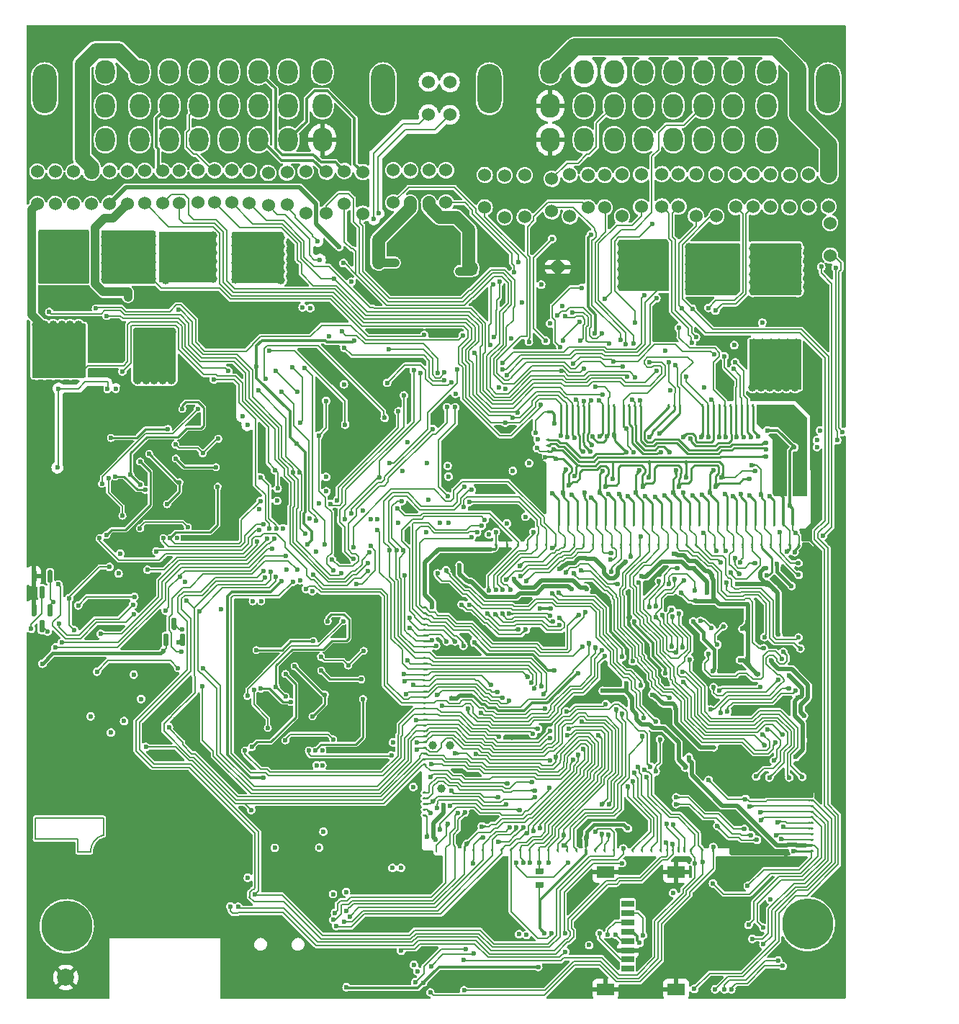
<source format=gbl>
G75*
G70*
%OFA0B0*%
%FSLAX25Y25*%
%IPPOS*%
%LPD*%
%AMOC8*
5,1,8,0,0,1.08239X$1,22.5*
%
%AMM212*
21,1,0.009840,0.009840,-0.000000,-0.000000,270.000000*
21,1,0.000000,0.019680,-0.000000,-0.000000,270.000000*
1,1,0.009840,-0.004920,-0.000000*
1,1,0.009840,-0.004920,-0.000000*
1,1,0.009840,0.004920,-0.000000*
1,1,0.009840,0.004920,-0.000000*
%
%AMM213*
21,1,0.009840,0.009840,-0.000000,-0.000000,180.000000*
21,1,0.000000,0.019680,-0.000000,-0.000000,180.000000*
1,1,0.009840,-0.000000,0.004920*
1,1,0.009840,-0.000000,0.004920*
1,1,0.009840,-0.000000,-0.004920*
1,1,0.009840,-0.000000,-0.004920*
%
%AMM303*
21,1,0.007870,1.133860,-0.000000,-0.000000,0.000000*
21,1,0.000000,1.141730,-0.000000,-0.000000,0.000000*
1,1,0.007870,-0.000000,-0.566930*
1,1,0.007870,-0.000000,-0.566930*
1,1,0.007870,-0.000000,0.566930*
1,1,0.007870,-0.000000,0.566930*
%
%AMM304*
21,1,0.009840,0.009840,-0.000000,-0.000000,90.000000*
21,1,0.000000,0.019680,-0.000000,-0.000000,90.000000*
1,1,0.009840,0.004920,-0.000000*
1,1,0.009840,0.004920,-0.000000*
1,1,0.009840,-0.004920,-0.000000*
1,1,0.009840,-0.004920,-0.000000*
%
%ADD107C,0.01968*%
%ADD13C,0.02362*%
%ADD14C,0.06000*%
%ADD15C,0.23622*%
%ADD16C,0.07874*%
%ADD18O,0.11024X0.22835*%
%ADD19O,0.09055X0.11024*%
%ADD217C,0.03900*%
%ADD363M212*%
%ADD364M213*%
%ADD39R,0.00984X0.71654*%
%ADD40R,0.25591X0.00984*%
%ADD41R,0.25394X0.00984*%
%ADD42R,0.04921X0.00984*%
%ADD43R,0.53740X0.00984*%
%ADD44R,0.01378X0.00984*%
%ADD458M303*%
%ADD459M304*%
%ADD55C,0.03937*%
%ADD56C,0.05906*%
%ADD57C,0.00787*%
%ADD58C,0.01575*%
%ADD59C,0.01969*%
%ADD60C,0.01181*%
%ADD61C,0.00800*%
%ADD64C,0.07087*%
%ADD74C,0.00984*%
%ADD82R,0.07874X0.02362*%
%ADD83R,0.05906X0.03150*%
%ADD84R,0.07874X0.05709*%
X0000000Y0000000D02*
%LPD*%
G01*
D57*
X0004361Y0084076D02*
X0035857Y0084076D01*
X0024046Y0068328D02*
X0024046Y0074234D01*
X0024046Y0074234D02*
X0004361Y0074234D01*
X0035857Y0084076D02*
X0035857Y0076202D01*
X0024046Y0068328D02*
X0029952Y0068328D01*
X0004361Y0074234D02*
X0004361Y0084076D01*
X0035857Y0076202D02*
G75*
G03*
X0029952Y0068328I0001885J-007565D01*
G01*
D13*
X0334232Y0045177D03*
X0341456Y0043504D03*
X0333385Y0041339D03*
X0334232Y0037894D03*
X0334527Y0034547D03*
X0341456Y0033268D03*
X0336299Y0028150D03*
X0341456Y0025591D03*
X0318129Y0053839D03*
X0334173Y0052657D03*
D14*
X0302165Y0367106D03*
X0302165Y0382106D03*
D15*
X0018909Y0033933D03*
D14*
X0177953Y0383878D03*
X0177953Y0368878D03*
X0294488Y0367106D03*
X0294488Y0382106D03*
X0095276Y0368878D03*
X0095276Y0383878D03*
X0251772Y0381890D03*
X0251772Y0362598D03*
X0372362Y0344429D03*
X0372362Y0359429D03*
G36*
G01*
X0241339Y0251758D02*
X0242323Y0251758D01*
G75*
G02*
X0242815Y0251266I0000000J-000492D01*
G01*
X0242815Y0251266D01*
G75*
G02*
X0242323Y0250774I-000492J0000000D01*
G01*
X0241339Y0250774D01*
G75*
G02*
X0240846Y0251266I0000000J0000492D01*
G01*
X0240846Y0251266D01*
G75*
G02*
X0241339Y0251758I0000492J0000000D01*
G01*
G37*
G36*
G01*
X0241339Y0254356D02*
X0242323Y0254356D01*
G75*
G02*
X0242815Y0253864I0000000J-000492D01*
G01*
X0242815Y0253864D01*
G75*
G02*
X0242323Y0253372I-000492J0000000D01*
G01*
X0241339Y0253372D01*
G75*
G02*
X0240846Y0253864I0000000J0000492D01*
G01*
X0240846Y0253864D01*
G75*
G02*
X0241339Y0254356I0000492J0000000D01*
G01*
G37*
G36*
G01*
X0241339Y0256955D02*
X0242323Y0256955D01*
G75*
G02*
X0242815Y0256463I0000000J-000492D01*
G01*
X0242815Y0256463D01*
G75*
G02*
X0242323Y0255970I-000492J0000000D01*
G01*
X0241339Y0255970D01*
G75*
G02*
X0240846Y0256463I0000000J0000492D01*
G01*
X0240846Y0256463D01*
G75*
G02*
X0241339Y0256955I0000492J0000000D01*
G01*
G37*
G36*
G01*
X0241339Y0259553D02*
X0242323Y0259553D01*
G75*
G02*
X0242815Y0259061I0000000J-000492D01*
G01*
X0242815Y0259061D01*
G75*
G02*
X0242323Y0258569I-000492J0000000D01*
G01*
X0241339Y0258569D01*
G75*
G02*
X0240846Y0259061I0000000J0000492D01*
G01*
X0240846Y0259061D01*
G75*
G02*
X0241339Y0259553I0000492J0000000D01*
G01*
G37*
G36*
G01*
X0241339Y0272545D02*
X0242323Y0272545D01*
G75*
G02*
X0242815Y0272053I0000000J-000492D01*
G01*
X0242815Y0272053D01*
G75*
G02*
X0242323Y0271561I-000492J0000000D01*
G01*
X0241339Y0271561D01*
G75*
G02*
X0240846Y0272053I0000000J0000492D01*
G01*
X0240846Y0272053D01*
G75*
G02*
X0241339Y0272545I0000492J0000000D01*
G01*
G37*
G36*
G01*
X0354606Y0219400D02*
X0354606Y0220385D01*
G75*
G02*
X0355098Y0220877I0000492J0000000D01*
G01*
X0355098Y0220877D01*
G75*
G02*
X0355591Y0220385I0000000J-000492D01*
G01*
X0355591Y0219400D01*
G75*
G02*
X0355098Y0218908I-000492J0000000D01*
G01*
X0355098Y0218908D01*
G75*
G02*
X0354606Y0219400I0000000J0000492D01*
G01*
G37*
G36*
G01*
X0351260Y0220385D02*
X0351260Y0219400D01*
G75*
G02*
X0350768Y0218908I-000492J0000000D01*
G01*
X0350768Y0218908D01*
G75*
G02*
X0350276Y0219400I0000000J0000492D01*
G01*
X0350276Y0220385D01*
G75*
G02*
X0350768Y0220877I0000492J0000000D01*
G01*
X0350768Y0220877D01*
G75*
G02*
X0351260Y0220385I0000000J-000492D01*
G01*
G37*
G36*
G01*
X0346929Y0220385D02*
X0346929Y0219400D01*
G75*
G02*
X0346437Y0218908I-000492J0000000D01*
G01*
X0346437Y0218908D01*
G75*
G02*
X0345945Y0219400I0000000J0000492D01*
G01*
X0345945Y0220385D01*
G75*
G02*
X0346437Y0220877I0000492J0000000D01*
G01*
X0346437Y0220877D01*
G75*
G02*
X0346929Y0220385I0000000J-000492D01*
G01*
G37*
G36*
G01*
X0342598Y0220385D02*
X0342598Y0219400D01*
G75*
G02*
X0342106Y0218908I-000492J0000000D01*
G01*
X0342106Y0218908D01*
G75*
G02*
X0341614Y0219400I0000000J0000492D01*
G01*
X0341614Y0220385D01*
G75*
G02*
X0342106Y0220877I0000492J0000000D01*
G01*
X0342106Y0220877D01*
G75*
G02*
X0342598Y0220385I0000000J-000492D01*
G01*
G37*
G36*
G01*
X0338268Y0220385D02*
X0338268Y0219400D01*
G75*
G02*
X0337776Y0218908I-000492J0000000D01*
G01*
X0337776Y0218908D01*
G75*
G02*
X0337283Y0219400I0000000J0000492D01*
G01*
X0337283Y0220385D01*
G75*
G02*
X0337776Y0220877I0000492J0000000D01*
G01*
X0337776Y0220877D01*
G75*
G02*
X0338268Y0220385I0000000J-000492D01*
G01*
G37*
G36*
G01*
X0333937Y0220385D02*
X0333937Y0219400D01*
G75*
G02*
X0333445Y0218908I-000492J0000000D01*
G01*
X0333445Y0218908D01*
G75*
G02*
X0332953Y0219400I0000000J0000492D01*
G01*
X0332953Y0220385D01*
G75*
G02*
X0333445Y0220877I0000492J0000000D01*
G01*
X0333445Y0220877D01*
G75*
G02*
X0333937Y0220385I0000000J-000492D01*
G01*
G37*
G36*
G01*
X0329606Y0220385D02*
X0329606Y0219400D01*
G75*
G02*
X0329114Y0218908I-000492J0000000D01*
G01*
X0329114Y0218908D01*
G75*
G02*
X0328622Y0219400I0000000J0000492D01*
G01*
X0328622Y0220385D01*
G75*
G02*
X0329114Y0220877I0000492J0000000D01*
G01*
X0329114Y0220877D01*
G75*
G02*
X0329606Y0220385I0000000J-000492D01*
G01*
G37*
G36*
G01*
X0325276Y0220385D02*
X0325276Y0219400D01*
G75*
G02*
X0324783Y0218908I-000492J0000000D01*
G01*
X0324783Y0218908D01*
G75*
G02*
X0324291Y0219400I0000000J0000492D01*
G01*
X0324291Y0220385D01*
G75*
G02*
X0324783Y0220877I0000492J0000000D01*
G01*
X0324783Y0220877D01*
G75*
G02*
X0325276Y0220385I0000000J-000492D01*
G01*
G37*
G36*
G01*
X0320945Y0220385D02*
X0320945Y0219400D01*
G75*
G02*
X0320453Y0218908I-000492J0000000D01*
G01*
X0320453Y0218908D01*
G75*
G02*
X0319961Y0219400I0000000J0000492D01*
G01*
X0319961Y0220385D01*
G75*
G02*
X0320453Y0220877I0000492J0000000D01*
G01*
X0320453Y0220877D01*
G75*
G02*
X0320945Y0220385I0000000J-000492D01*
G01*
G37*
G36*
G01*
X0316614Y0220385D02*
X0316614Y0219400D01*
G75*
G02*
X0316122Y0218908I-000492J0000000D01*
G01*
X0316122Y0218908D01*
G75*
G02*
X0315630Y0219400I0000000J0000492D01*
G01*
X0315630Y0220385D01*
G75*
G02*
X0316122Y0220877I0000492J0000000D01*
G01*
X0316122Y0220877D01*
G75*
G02*
X0316614Y0220385I0000000J-000492D01*
G01*
G37*
G36*
G01*
X0312284Y0220385D02*
X0312284Y0219400D01*
G75*
G02*
X0311791Y0218908I-000492J0000000D01*
G01*
X0311791Y0218908D01*
G75*
G02*
X0311299Y0219400I0000000J0000492D01*
G01*
X0311299Y0220385D01*
G75*
G02*
X0311791Y0220877I0000492J0000000D01*
G01*
X0311791Y0220877D01*
G75*
G02*
X0312284Y0220385I0000000J-000492D01*
G01*
G37*
G36*
G01*
X0307953Y0220385D02*
X0307953Y0219400D01*
G75*
G02*
X0307461Y0218908I-000492J0000000D01*
G01*
X0307461Y0218908D01*
G75*
G02*
X0306969Y0219400I0000000J0000492D01*
G01*
X0306969Y0220385D01*
G75*
G02*
X0307461Y0220877I0000492J0000000D01*
G01*
X0307461Y0220877D01*
G75*
G02*
X0307953Y0220385I0000000J-000492D01*
G01*
G37*
G36*
G01*
X0303622Y0220385D02*
X0303622Y0219400D01*
G75*
G02*
X0303130Y0218908I-000492J0000000D01*
G01*
X0303130Y0218908D01*
G75*
G02*
X0302638Y0219400I0000000J0000492D01*
G01*
X0302638Y0220385D01*
G75*
G02*
X0303130Y0220877I0000492J0000000D01*
G01*
X0303130Y0220877D01*
G75*
G02*
X0303622Y0220385I0000000J-000492D01*
G01*
G37*
G36*
G01*
X0299291Y0220385D02*
X0299291Y0219400D01*
G75*
G02*
X0298799Y0218908I-000492J0000000D01*
G01*
X0298799Y0218908D01*
G75*
G02*
X0298307Y0219400I0000000J0000492D01*
G01*
X0298307Y0220385D01*
G75*
G02*
X0298799Y0220877I0000492J0000000D01*
G01*
X0298799Y0220877D01*
G75*
G02*
X0299291Y0220385I0000000J-000492D01*
G01*
G37*
G36*
G01*
X0294961Y0220385D02*
X0294961Y0219400D01*
G75*
G02*
X0294469Y0218908I-000492J0000000D01*
G01*
X0294469Y0218908D01*
G75*
G02*
X0293976Y0219400I0000000J0000492D01*
G01*
X0293976Y0220385D01*
G75*
G02*
X0294469Y0220877I0000492J0000000D01*
G01*
X0294469Y0220877D01*
G75*
G02*
X0294961Y0220385I0000000J-000492D01*
G01*
G37*
G36*
G01*
X0290630Y0220385D02*
X0290630Y0219400D01*
G75*
G02*
X0290138Y0218908I-000492J0000000D01*
G01*
X0290138Y0218908D01*
G75*
G02*
X0289646Y0219400I0000000J0000492D01*
G01*
X0289646Y0220385D01*
G75*
G02*
X0290138Y0220877I0000492J0000000D01*
G01*
X0290138Y0220877D01*
G75*
G02*
X0290630Y0220385I0000000J-000492D01*
G01*
G37*
G36*
G01*
X0286299Y0220385D02*
X0286299Y0219400D01*
G75*
G02*
X0285807Y0218908I-000492J0000000D01*
G01*
X0285807Y0218908D01*
G75*
G02*
X0285315Y0219400I0000000J0000492D01*
G01*
X0285315Y0220385D01*
G75*
G02*
X0285807Y0220877I0000492J0000000D01*
G01*
X0285807Y0220877D01*
G75*
G02*
X0286299Y0220385I0000000J-000492D01*
G01*
G37*
G36*
G01*
X0281969Y0220385D02*
X0281969Y0219400D01*
G75*
G02*
X0281476Y0218908I-000492J0000000D01*
G01*
X0281476Y0218908D01*
G75*
G02*
X0280984Y0219400I0000000J0000492D01*
G01*
X0280984Y0220385D01*
G75*
G02*
X0281476Y0220877I0000492J0000000D01*
G01*
X0281476Y0220877D01*
G75*
G02*
X0281969Y0220385I0000000J-000492D01*
G01*
G37*
G36*
G01*
X0277638Y0220385D02*
X0277638Y0219400D01*
G75*
G02*
X0277146Y0218908I-000492J0000000D01*
G01*
X0277146Y0218908D01*
G75*
G02*
X0276654Y0219400I0000000J0000492D01*
G01*
X0276654Y0220385D01*
G75*
G02*
X0277146Y0220877I0000492J0000000D01*
G01*
X0277146Y0220877D01*
G75*
G02*
X0277638Y0220385I0000000J-000492D01*
G01*
G37*
G36*
G01*
X0273307Y0220385D02*
X0273307Y0219400D01*
G75*
G02*
X0272815Y0218908I-000492J0000000D01*
G01*
X0272815Y0218908D01*
G75*
G02*
X0272323Y0219400I0000000J0000492D01*
G01*
X0272323Y0220385D01*
G75*
G02*
X0272815Y0220877I0000492J0000000D01*
G01*
X0272815Y0220877D01*
G75*
G02*
X0273307Y0220385I0000000J-000492D01*
G01*
G37*
G36*
G01*
X0268977Y0220385D02*
X0268977Y0219400D01*
G75*
G02*
X0268484Y0218908I-000492J0000000D01*
G01*
X0268484Y0218908D01*
G75*
G02*
X0267992Y0219400I0000000J0000492D01*
G01*
X0267992Y0220385D01*
G75*
G02*
X0268484Y0220877I0000492J0000000D01*
G01*
X0268484Y0220877D01*
G75*
G02*
X0268977Y0220385I0000000J-000492D01*
G01*
G37*
G36*
G01*
X0264646Y0220385D02*
X0264646Y0219400D01*
G75*
G02*
X0264154Y0218908I-000492J0000000D01*
G01*
X0264154Y0218908D01*
G75*
G02*
X0263662Y0219400I0000000J0000492D01*
G01*
X0263662Y0220385D01*
G75*
G02*
X0264154Y0220877I0000492J0000000D01*
G01*
X0264154Y0220877D01*
G75*
G02*
X0264646Y0220385I0000000J-000492D01*
G01*
G37*
G36*
G01*
X0260315Y0220385D02*
X0260315Y0219400D01*
G75*
G02*
X0259823Y0218908I-000492J0000000D01*
G01*
X0259823Y0218908D01*
G75*
G02*
X0259331Y0219400I0000000J0000492D01*
G01*
X0259331Y0220385D01*
G75*
G02*
X0259823Y0220877I0000492J0000000D01*
G01*
X0259823Y0220877D01*
G75*
G02*
X0260315Y0220385I0000000J-000492D01*
G01*
G37*
G36*
G01*
X0255984Y0220385D02*
X0255984Y0219400D01*
G75*
G02*
X0255492Y0218908I-000492J0000000D01*
G01*
X0255492Y0218908D01*
G75*
G02*
X0255000Y0219400I0000000J0000492D01*
G01*
X0255000Y0220385D01*
G75*
G02*
X0255492Y0220877I0000492J0000000D01*
G01*
X0255492Y0220877D01*
G75*
G02*
X0255984Y0220385I0000000J-000492D01*
G01*
G37*
G36*
G01*
X0251654Y0220385D02*
X0251654Y0219400D01*
G75*
G02*
X0251162Y0218908I-000492J0000000D01*
G01*
X0251162Y0218908D01*
G75*
G02*
X0250669Y0219400I0000000J0000492D01*
G01*
X0250669Y0220385D01*
G75*
G02*
X0251162Y0220877I0000492J0000000D01*
G01*
X0251162Y0220877D01*
G75*
G02*
X0251654Y0220385I0000000J-000492D01*
G01*
G37*
G36*
G01*
X0247323Y0220385D02*
X0247323Y0219400D01*
G75*
G02*
X0246831Y0218908I-000492J0000000D01*
G01*
X0246831Y0218908D01*
G75*
G02*
X0246339Y0219400I0000000J0000492D01*
G01*
X0246339Y0220385D01*
G75*
G02*
X0246831Y0220877I0000492J0000000D01*
G01*
X0246831Y0220877D01*
G75*
G02*
X0247323Y0220385I0000000J-000492D01*
G01*
G37*
G36*
G01*
X0248311Y0275353D02*
X0248311Y0274369D01*
G75*
G02*
X0247819Y0273877I-000492J0000000D01*
G01*
X0247819Y0273877D01*
G75*
G02*
X0247327Y0274369I0000000J0000492D01*
G01*
X0247327Y0275353D01*
G75*
G02*
X0247819Y0275845I0000492J0000000D01*
G01*
X0247819Y0275845D01*
G75*
G02*
X0248311Y0275353I0000000J-000492D01*
G01*
G37*
G36*
G01*
X0250909Y0275353D02*
X0250909Y0274369D01*
G75*
G02*
X0250417Y0273877I-000492J0000000D01*
G01*
X0250417Y0273877D01*
G75*
G02*
X0249925Y0274369I0000000J0000492D01*
G01*
X0249925Y0275353D01*
G75*
G02*
X0250417Y0275845I0000492J0000000D01*
G01*
X0250417Y0275845D01*
G75*
G02*
X0250909Y0275353I0000000J-000492D01*
G01*
G37*
G36*
G01*
X0253508Y0275353D02*
X0253508Y0274369D01*
G75*
G02*
X0253016Y0273877I-000492J0000000D01*
G01*
X0253016Y0273877D01*
G75*
G02*
X0252524Y0274369I0000000J0000492D01*
G01*
X0252524Y0275353D01*
G75*
G02*
X0253016Y0275845I0000492J0000000D01*
G01*
X0253016Y0275845D01*
G75*
G02*
X0253508Y0275353I0000000J-000492D01*
G01*
G37*
G36*
G01*
X0256106Y0275353D02*
X0256106Y0274369D01*
G75*
G02*
X0255614Y0273877I-000492J0000000D01*
G01*
X0255614Y0273877D01*
G75*
G02*
X0255122Y0274369I0000000J0000492D01*
G01*
X0255122Y0275353D01*
G75*
G02*
X0255614Y0275845I0000492J0000000D01*
G01*
X0255614Y0275845D01*
G75*
G02*
X0256106Y0275353I0000000J-000492D01*
G01*
G37*
G36*
G01*
X0258705Y0275353D02*
X0258705Y0274369D01*
G75*
G02*
X0258213Y0273877I-000492J0000000D01*
G01*
X0258213Y0273877D01*
G75*
G02*
X0257720Y0274369I0000000J0000492D01*
G01*
X0257720Y0275353D01*
G75*
G02*
X0258213Y0275845I0000492J0000000D01*
G01*
X0258213Y0275845D01*
G75*
G02*
X0258705Y0275353I0000000J-000492D01*
G01*
G37*
G36*
G01*
X0261303Y0275353D02*
X0261303Y0274369D01*
G75*
G02*
X0260811Y0273877I-000492J0000000D01*
G01*
X0260811Y0273877D01*
G75*
G02*
X0260319Y0274369I0000000J0000492D01*
G01*
X0260319Y0275353D01*
G75*
G02*
X0260811Y0275845I0000492J0000000D01*
G01*
X0260811Y0275845D01*
G75*
G02*
X0261303Y0275353I0000000J-000492D01*
G01*
G37*
G36*
G01*
X0267606Y0275353D02*
X0267606Y0274369D01*
G75*
G02*
X0267114Y0273877I-000492J0000000D01*
G01*
X0267114Y0273877D01*
G75*
G02*
X0266622Y0274369I0000000J0000492D01*
G01*
X0266622Y0275353D01*
G75*
G02*
X0267114Y0275845I0000492J0000000D01*
G01*
X0267114Y0275845D01*
G75*
G02*
X0267606Y0275353I0000000J-000492D01*
G01*
G37*
G36*
G01*
X0270205Y0275353D02*
X0270205Y0274369D01*
G75*
G02*
X0269713Y0273877I-000492J0000000D01*
G01*
X0269713Y0273877D01*
G75*
G02*
X0269220Y0274369I0000000J0000492D01*
G01*
X0269220Y0275353D01*
G75*
G02*
X0269713Y0275845I0000492J0000000D01*
G01*
X0269713Y0275845D01*
G75*
G02*
X0270205Y0275353I0000000J-000492D01*
G01*
G37*
G36*
G01*
X0272803Y0275353D02*
X0272803Y0274369D01*
G75*
G02*
X0272311Y0273877I-000492J0000000D01*
G01*
X0272311Y0273877D01*
G75*
G02*
X0271819Y0274369I0000000J0000492D01*
G01*
X0271819Y0275353D01*
G75*
G02*
X0272311Y0275845I0000492J0000000D01*
G01*
X0272311Y0275845D01*
G75*
G02*
X0272803Y0275353I0000000J-000492D01*
G01*
G37*
G36*
G01*
X0277216Y0275353D02*
X0277216Y0274369D01*
G75*
G02*
X0276724Y0273877I-000492J0000000D01*
G01*
X0276724Y0273877D01*
G75*
G02*
X0276232Y0274369I0000000J0000492D01*
G01*
X0276232Y0275353D01*
G75*
G02*
X0276724Y0275845I0000492J0000000D01*
G01*
X0276724Y0275845D01*
G75*
G02*
X0277216Y0275353I0000000J-000492D01*
G01*
G37*
G36*
G01*
X0279815Y0275353D02*
X0279815Y0274369D01*
G75*
G02*
X0279322Y0273877I-000492J0000000D01*
G01*
X0279322Y0273877D01*
G75*
G02*
X0278830Y0274369I0000000J0000492D01*
G01*
X0278830Y0275353D01*
G75*
G02*
X0279322Y0275845I0000492J0000000D01*
G01*
X0279322Y0275845D01*
G75*
G02*
X0279815Y0275353I0000000J-000492D01*
G01*
G37*
G36*
G01*
X0282413Y0275353D02*
X0282413Y0274369D01*
G75*
G02*
X0281921Y0273877I-000492J0000000D01*
G01*
X0281921Y0273877D01*
G75*
G02*
X0281429Y0274369I0000000J0000492D01*
G01*
X0281429Y0275353D01*
G75*
G02*
X0281921Y0275845I0000492J0000000D01*
G01*
X0281921Y0275845D01*
G75*
G02*
X0282413Y0275353I0000000J-000492D01*
G01*
G37*
G36*
G01*
X0285011Y0275353D02*
X0285011Y0274369D01*
G75*
G02*
X0284519Y0273877I-000492J0000000D01*
G01*
X0284519Y0273877D01*
G75*
G02*
X0284027Y0274369I0000000J0000492D01*
G01*
X0284027Y0275353D01*
G75*
G02*
X0284519Y0275845I0000492J0000000D01*
G01*
X0284519Y0275845D01*
G75*
G02*
X0285011Y0275353I0000000J-000492D01*
G01*
G37*
G36*
G01*
X0298106Y0275353D02*
X0298106Y0274369D01*
G75*
G02*
X0297614Y0273877I-000492J0000000D01*
G01*
X0297614Y0273877D01*
G75*
G02*
X0297122Y0274369I0000000J0000492D01*
G01*
X0297122Y0275353D01*
G75*
G02*
X0297614Y0275845I0000492J0000000D01*
G01*
X0297614Y0275845D01*
G75*
G02*
X0298106Y0275353I0000000J-000492D01*
G01*
G37*
G36*
G01*
X0300705Y0275353D02*
X0300705Y0274369D01*
G75*
G02*
X0300213Y0273877I-000492J0000000D01*
G01*
X0300213Y0273877D01*
G75*
G02*
X0299720Y0274369I0000000J0000492D01*
G01*
X0299720Y0275353D01*
G75*
G02*
X0300213Y0275845I0000492J0000000D01*
G01*
X0300213Y0275845D01*
G75*
G02*
X0300705Y0275353I0000000J-000492D01*
G01*
G37*
G36*
G01*
X0303303Y0275353D02*
X0303303Y0274369D01*
G75*
G02*
X0302811Y0273877I-000492J0000000D01*
G01*
X0302811Y0273877D01*
G75*
G02*
X0302319Y0274369I0000000J0000492D01*
G01*
X0302319Y0275353D01*
G75*
G02*
X0302811Y0275845I0000492J0000000D01*
G01*
X0302811Y0275845D01*
G75*
G02*
X0303303Y0275353I0000000J-000492D01*
G01*
G37*
G36*
G01*
X0313720Y0275353D02*
X0313720Y0274369D01*
G75*
G02*
X0313228Y0273877I-000492J0000000D01*
G01*
X0313228Y0273877D01*
G75*
G02*
X0312736Y0274369I0000000J0000492D01*
G01*
X0312736Y0275353D01*
G75*
G02*
X0313228Y0275845I0000492J0000000D01*
G01*
X0313228Y0275845D01*
G75*
G02*
X0313720Y0275353I0000000J-000492D01*
G01*
G37*
G36*
G01*
X0316319Y0275353D02*
X0316319Y0274369D01*
G75*
G02*
X0315827Y0273877I-000492J0000000D01*
G01*
X0315827Y0273877D01*
G75*
G02*
X0315335Y0274369I0000000J0000492D01*
G01*
X0315335Y0275353D01*
G75*
G02*
X0315827Y0275845I0000492J0000000D01*
G01*
X0315827Y0275845D01*
G75*
G02*
X0316319Y0275353I0000000J-000492D01*
G01*
G37*
G36*
G01*
X0318917Y0275353D02*
X0318917Y0274369D01*
G75*
G02*
X0318425Y0273877I-000492J0000000D01*
G01*
X0318425Y0273877D01*
G75*
G02*
X0317933Y0274369I0000000J0000492D01*
G01*
X0317933Y0275353D01*
G75*
G02*
X0318425Y0275845I0000492J0000000D01*
G01*
X0318425Y0275845D01*
G75*
G02*
X0318917Y0275353I0000000J-000492D01*
G01*
G37*
G36*
G01*
X0321516Y0275353D02*
X0321516Y0274369D01*
G75*
G02*
X0321024Y0273877I-000492J0000000D01*
G01*
X0321024Y0273877D01*
G75*
G02*
X0320531Y0274369I0000000J0000492D01*
G01*
X0320531Y0275353D01*
G75*
G02*
X0321024Y0275845I0000492J0000000D01*
G01*
X0321024Y0275845D01*
G75*
G02*
X0321516Y0275353I0000000J-000492D01*
G01*
G37*
G36*
G01*
X0324114Y0275353D02*
X0324114Y0274369D01*
G75*
G02*
X0323622Y0273877I-000492J0000000D01*
G01*
X0323622Y0273877D01*
G75*
G02*
X0323130Y0274369I0000000J0000492D01*
G01*
X0323130Y0275353D01*
G75*
G02*
X0323622Y0275845I0000492J0000000D01*
G01*
X0323622Y0275845D01*
G75*
G02*
X0324114Y0275353I0000000J-000492D01*
G01*
G37*
G36*
G01*
X0326713Y0275353D02*
X0326713Y0274369D01*
G75*
G02*
X0326220Y0273877I-000492J0000000D01*
G01*
X0326220Y0273877D01*
G75*
G02*
X0325728Y0274369I0000000J0000492D01*
G01*
X0325728Y0275353D01*
G75*
G02*
X0326220Y0275845I0000492J0000000D01*
G01*
X0326220Y0275845D01*
G75*
G02*
X0326713Y0275353I0000000J-000492D01*
G01*
G37*
G36*
G01*
X0329311Y0275353D02*
X0329311Y0274369D01*
G75*
G02*
X0328819Y0273877I-000492J0000000D01*
G01*
X0328819Y0273877D01*
G75*
G02*
X0328327Y0274369I0000000J0000492D01*
G01*
X0328327Y0275353D01*
G75*
G02*
X0328819Y0275845I0000492J0000000D01*
G01*
X0328819Y0275845D01*
G75*
G02*
X0329311Y0275353I0000000J-000492D01*
G01*
G37*
G36*
G01*
X0331909Y0275353D02*
X0331909Y0274369D01*
G75*
G02*
X0331417Y0273877I-000492J0000000D01*
G01*
X0331417Y0273877D01*
G75*
G02*
X0330925Y0274369I0000000J0000492D01*
G01*
X0330925Y0275353D01*
G75*
G02*
X0331417Y0275845I0000492J0000000D01*
G01*
X0331417Y0275845D01*
G75*
G02*
X0331909Y0275353I0000000J-000492D01*
G01*
G37*
G36*
G01*
X0334508Y0275353D02*
X0334508Y0274369D01*
G75*
G02*
X0334016Y0273877I-000492J0000000D01*
G01*
X0334016Y0273877D01*
G75*
G02*
X0333524Y0274369I0000000J0000492D01*
G01*
X0333524Y0275353D01*
G75*
G02*
X0334016Y0275845I0000492J0000000D01*
G01*
X0334016Y0275845D01*
G75*
G02*
X0334508Y0275353I0000000J-000492D01*
G01*
G37*
G36*
G01*
X0337106Y0275353D02*
X0337106Y0274369D01*
G75*
G02*
X0336614Y0273877I-000492J0000000D01*
G01*
X0336614Y0273877D01*
G75*
G02*
X0336122Y0274369I0000000J0000492D01*
G01*
X0336122Y0275353D01*
G75*
G02*
X0336614Y0275845I0000492J0000000D01*
G01*
X0336614Y0275845D01*
G75*
G02*
X0337106Y0275353I0000000J-000492D01*
G01*
G37*
D18*
X0165354Y0421654D03*
X0008661Y0421654D03*
D19*
X0036811Y0398031D03*
X0052559Y0398031D03*
X0066339Y0398031D03*
X0080118Y0398031D03*
X0093898Y0398031D03*
X0107677Y0398031D03*
X0121457Y0398031D03*
X0137205Y0398031D03*
X0036811Y0413780D03*
X0052559Y0413780D03*
X0066339Y0413780D03*
X0080118Y0413780D03*
X0093898Y0413780D03*
X0107677Y0413780D03*
X0121457Y0413780D03*
X0137205Y0413780D03*
X0036811Y0429528D03*
X0052559Y0429528D03*
X0066339Y0429528D03*
X0080118Y0429528D03*
X0093898Y0429528D03*
X0107677Y0429528D03*
X0121457Y0429528D03*
X0137205Y0429528D03*
D14*
X0186417Y0409823D03*
X0186417Y0424823D03*
X0362402Y0366909D03*
X0362402Y0381909D03*
X0170079Y0368878D03*
X0170079Y0383878D03*
X0013583Y0368353D03*
X0013583Y0383353D03*
X0267913Y0366713D03*
X0267913Y0381713D03*
X0087402Y0368878D03*
X0087402Y0383878D03*
X0284843Y0366909D03*
X0284843Y0381909D03*
X0047047Y0368484D03*
X0047047Y0383484D03*
D13*
X0203740Y0023327D03*
X0207185Y0021260D03*
X0202559Y0018307D03*
X0202854Y0004331D03*
X0109992Y0102693D03*
X0115208Y0070311D03*
X0135809Y0070380D03*
X0137748Y0077791D03*
X0142177Y0048854D03*
X0101476Y0115354D03*
X0131004Y0115354D03*
X0134154Y0115354D03*
X0137303Y0115354D03*
D42*
X0100591Y0185236D03*
D44*
X0098819Y0114567D03*
D41*
X0151969Y0114567D03*
D39*
X0098622Y0149902D03*
D40*
X0116240Y0114567D03*
D43*
X0137795Y0185236D03*
D39*
X0164173Y0149902D03*
D13*
X0108957Y0184350D03*
X0105020Y0184350D03*
D14*
X0260236Y0366713D03*
X0260236Y0381713D03*
X0112205Y0367697D03*
X0112205Y0382697D03*
X0038780Y0368484D03*
X0038780Y0383484D03*
X0129528Y0383464D03*
X0129528Y0364173D03*
D13*
X0243504Y0339134D03*
X0249016Y0339134D03*
D82*
X0246260Y0339134D03*
D14*
X0005305Y0368353D03*
X0005305Y0383353D03*
X0055118Y0368681D03*
X0055118Y0383681D03*
X0212402Y0366713D03*
X0212402Y0381713D03*
X0103346Y0368681D03*
X0103346Y0383681D03*
X0319669Y0381870D03*
X0319669Y0362579D03*
X0353543Y0381713D03*
X0353543Y0366713D03*
X0063189Y0368681D03*
X0063189Y0383681D03*
X0275984Y0381890D03*
X0275984Y0362598D03*
X0022047Y0368287D03*
X0022047Y0383287D03*
X0120866Y0367894D03*
X0120866Y0382894D03*
D15*
X0362000Y0034933D03*
D14*
X0071063Y0368681D03*
X0071063Y0383681D03*
X0079528Y0368878D03*
X0079528Y0383878D03*
X0155906Y0383071D03*
X0155906Y0363779D03*
X0147441Y0368484D03*
X0147441Y0383484D03*
X0186614Y0368878D03*
X0186614Y0383878D03*
G36*
G01*
X0184096Y0085841D02*
X0185081Y0085841D01*
G75*
G02*
X0185573Y0085349I0000000J-000492D01*
G01*
X0185573Y0085349D01*
G75*
G02*
X0185081Y0084857I-000492J0000000D01*
G01*
X0184096Y0084857D01*
G75*
G02*
X0183604Y0085349I0000000J0000492D01*
G01*
X0183604Y0085349D01*
G75*
G02*
X0184096Y0085841I0000492J0000000D01*
G01*
G37*
G36*
G01*
X0185081Y0087455D02*
X0184096Y0087455D01*
G75*
G02*
X0183604Y0087947I0000000J0000492D01*
G01*
X0183604Y0087947D01*
G75*
G02*
X0184096Y0088439I0000492J0000000D01*
G01*
X0185081Y0088439D01*
G75*
G02*
X0185573Y0087947I0000000J-000492D01*
G01*
X0185573Y0087947D01*
G75*
G02*
X0185081Y0087455I-000492J0000000D01*
G01*
G37*
G36*
G01*
X0185081Y0090054D02*
X0184096Y0090054D01*
G75*
G02*
X0183604Y0090546I0000000J0000492D01*
G01*
X0183604Y0090546D01*
G75*
G02*
X0184096Y0091038I0000492J0000000D01*
G01*
X0185081Y0091038D01*
G75*
G02*
X0185573Y0090546I0000000J-000492D01*
G01*
X0185573Y0090546D01*
G75*
G02*
X0185081Y0090054I-000492J0000000D01*
G01*
G37*
G36*
G01*
X0185081Y0092652D02*
X0184096Y0092652D01*
G75*
G02*
X0183604Y0093144I0000000J0000492D01*
G01*
X0183604Y0093144D01*
G75*
G02*
X0184096Y0093636I0000492J0000000D01*
G01*
X0185081Y0093636D01*
G75*
G02*
X0185573Y0093144I0000000J-000492D01*
G01*
X0185573Y0093144D01*
G75*
G02*
X0185081Y0092652I-000492J0000000D01*
G01*
G37*
G36*
G01*
X0185081Y0095250D02*
X0184096Y0095250D01*
G75*
G02*
X0183604Y0095743I0000000J0000492D01*
G01*
X0183604Y0095743D01*
G75*
G02*
X0184096Y0096235I0000492J0000000D01*
G01*
X0185081Y0096235D01*
G75*
G02*
X0185573Y0095743I0000000J-000492D01*
G01*
X0185573Y0095743D01*
G75*
G02*
X0185081Y0095250I-000492J0000000D01*
G01*
G37*
G36*
G01*
X0185081Y0108243D02*
X0184096Y0108243D01*
G75*
G02*
X0183604Y0108735I0000000J0000492D01*
G01*
X0183604Y0108735D01*
G75*
G02*
X0184096Y0109227I0000492J0000000D01*
G01*
X0185081Y0109227D01*
G75*
G02*
X0185573Y0108735I0000000J-000492D01*
G01*
X0185573Y0108735D01*
G75*
G02*
X0185081Y0108243I-000492J0000000D01*
G01*
G37*
G36*
G01*
X0185081Y0110841D02*
X0184096Y0110841D01*
G75*
G02*
X0183604Y0111333I0000000J0000492D01*
G01*
X0183604Y0111333D01*
G75*
G02*
X0184096Y0111825I0000492J0000000D01*
G01*
X0185081Y0111825D01*
G75*
G02*
X0185573Y0111333I0000000J-000492D01*
G01*
X0185573Y0111333D01*
G75*
G02*
X0185081Y0110841I-000492J0000000D01*
G01*
G37*
G36*
G01*
X0185081Y0113439D02*
X0184096Y0113439D01*
G75*
G02*
X0183604Y0113932I0000000J0000492D01*
G01*
X0183604Y0113932D01*
G75*
G02*
X0184096Y0114424I0000492J0000000D01*
G01*
X0185081Y0114424D01*
G75*
G02*
X0185573Y0113932I0000000J-000492D01*
G01*
X0185573Y0113932D01*
G75*
G02*
X0185081Y0113439I-000492J0000000D01*
G01*
G37*
G36*
G01*
X0185081Y0116038D02*
X0184096Y0116038D01*
G75*
G02*
X0183604Y0116530I0000000J0000492D01*
G01*
X0183604Y0116530D01*
G75*
G02*
X0184096Y0117022I0000492J0000000D01*
G01*
X0185081Y0117022D01*
G75*
G02*
X0185573Y0116530I0000000J-000492D01*
G01*
X0185573Y0116530D01*
G75*
G02*
X0185081Y0116038I-000492J0000000D01*
G01*
G37*
G36*
G01*
X0185081Y0118636D02*
X0184096Y0118636D01*
G75*
G02*
X0183604Y0119128I0000000J0000492D01*
G01*
X0183604Y0119128D01*
G75*
G02*
X0184096Y0119621I0000492J0000000D01*
G01*
X0185081Y0119621D01*
G75*
G02*
X0185573Y0119128I0000000J-000492D01*
G01*
X0185573Y0119128D01*
G75*
G02*
X0185081Y0118636I-000492J0000000D01*
G01*
G37*
G36*
G01*
X0185081Y0121235D02*
X0184096Y0121235D01*
G75*
G02*
X0183604Y0121727I0000000J0000492D01*
G01*
X0183604Y0121727D01*
G75*
G02*
X0184096Y0122219I0000492J0000000D01*
G01*
X0185081Y0122219D01*
G75*
G02*
X0185573Y0121727I0000000J-000492D01*
G01*
X0185573Y0121727D01*
G75*
G02*
X0185081Y0121235I-000492J0000000D01*
G01*
G37*
G36*
G01*
X0185081Y0123833D02*
X0184096Y0123833D01*
G75*
G02*
X0183604Y0124325I0000000J0000492D01*
G01*
X0183604Y0124325D01*
G75*
G02*
X0184096Y0124817I0000492J0000000D01*
G01*
X0185081Y0124817D01*
G75*
G02*
X0185573Y0124325I0000000J-000492D01*
G01*
X0185573Y0124325D01*
G75*
G02*
X0185081Y0123833I-000492J0000000D01*
G01*
G37*
G36*
G01*
X0185081Y0126432D02*
X0184096Y0126432D01*
G75*
G02*
X0183604Y0126924I0000000J0000492D01*
G01*
X0183604Y0126924D01*
G75*
G02*
X0184096Y0127416I0000492J0000000D01*
G01*
X0185081Y0127416D01*
G75*
G02*
X0185573Y0126924I0000000J-000492D01*
G01*
X0185573Y0126924D01*
G75*
G02*
X0185081Y0126432I-000492J0000000D01*
G01*
G37*
G36*
G01*
X0185081Y0129030D02*
X0184096Y0129030D01*
G75*
G02*
X0183604Y0129522I0000000J0000492D01*
G01*
X0183604Y0129522D01*
G75*
G02*
X0184096Y0130014I0000492J0000000D01*
G01*
X0185081Y0130014D01*
G75*
G02*
X0185573Y0129522I0000000J-000492D01*
G01*
X0185573Y0129522D01*
G75*
G02*
X0185081Y0129030I-000492J0000000D01*
G01*
G37*
G36*
G01*
X0185081Y0131628D02*
X0184096Y0131628D01*
G75*
G02*
X0183604Y0132121I0000000J0000492D01*
G01*
X0183604Y0132121D01*
G75*
G02*
X0184096Y0132613I0000492J0000000D01*
G01*
X0185081Y0132613D01*
G75*
G02*
X0185573Y0132121I0000000J-000492D01*
G01*
X0185573Y0132121D01*
G75*
G02*
X0185081Y0131628I-000492J0000000D01*
G01*
G37*
G36*
G01*
X0185081Y0134227D02*
X0184096Y0134227D01*
G75*
G02*
X0183604Y0134719I0000000J0000492D01*
G01*
X0183604Y0134719D01*
G75*
G02*
X0184096Y0135211I0000492J0000000D01*
G01*
X0185081Y0135211D01*
G75*
G02*
X0185573Y0134719I0000000J-000492D01*
G01*
X0185573Y0134719D01*
G75*
G02*
X0185081Y0134227I-000492J0000000D01*
G01*
G37*
G36*
G01*
X0185081Y0136825D02*
X0184096Y0136825D01*
G75*
G02*
X0183604Y0137317I0000000J0000492D01*
G01*
X0183604Y0137317D01*
G75*
G02*
X0184096Y0137810I0000492J0000000D01*
G01*
X0185081Y0137810D01*
G75*
G02*
X0185573Y0137317I0000000J-000492D01*
G01*
X0185573Y0137317D01*
G75*
G02*
X0185081Y0136825I-000492J0000000D01*
G01*
G37*
G36*
G01*
X0185081Y0139424D02*
X0184096Y0139424D01*
G75*
G02*
X0183604Y0139916I0000000J0000492D01*
G01*
X0183604Y0139916D01*
G75*
G02*
X0184096Y0140408I0000492J0000000D01*
G01*
X0185081Y0140408D01*
G75*
G02*
X0185573Y0139916I0000000J-000492D01*
G01*
X0185573Y0139916D01*
G75*
G02*
X0185081Y0139424I-000492J0000000D01*
G01*
G37*
G36*
G01*
X0185081Y0142022D02*
X0184096Y0142022D01*
G75*
G02*
X0183604Y0142514I0000000J0000492D01*
G01*
X0183604Y0142514D01*
G75*
G02*
X0184096Y0143006I0000492J0000000D01*
G01*
X0185081Y0143006D01*
G75*
G02*
X0185573Y0142514I0000000J-000492D01*
G01*
X0185573Y0142514D01*
G75*
G02*
X0185081Y0142022I-000492J0000000D01*
G01*
G37*
G36*
G01*
X0185081Y0144621D02*
X0184096Y0144621D01*
G75*
G02*
X0183604Y0145113I0000000J0000492D01*
G01*
X0183604Y0145113D01*
G75*
G02*
X0184096Y0145605I0000492J0000000D01*
G01*
X0185081Y0145605D01*
G75*
G02*
X0185573Y0145113I0000000J-000492D01*
G01*
X0185573Y0145113D01*
G75*
G02*
X0185081Y0144621I-000492J0000000D01*
G01*
G37*
G36*
G01*
X0185081Y0147219D02*
X0184096Y0147219D01*
G75*
G02*
X0183604Y0147711I0000000J0000492D01*
G01*
X0183604Y0147711D01*
G75*
G02*
X0184096Y0148203I0000492J0000000D01*
G01*
X0185081Y0148203D01*
G75*
G02*
X0185573Y0147711I0000000J-000492D01*
G01*
X0185573Y0147711D01*
G75*
G02*
X0185081Y0147219I-000492J0000000D01*
G01*
G37*
G36*
G01*
X0185081Y0149817D02*
X0184096Y0149817D01*
G75*
G02*
X0183604Y0150310I0000000J0000492D01*
G01*
X0183604Y0150310D01*
G75*
G02*
X0184096Y0150802I0000492J0000000D01*
G01*
X0185081Y0150802D01*
G75*
G02*
X0185573Y0150310I0000000J-000492D01*
G01*
X0185573Y0150310D01*
G75*
G02*
X0185081Y0149817I-000492J0000000D01*
G01*
G37*
G36*
G01*
X0185081Y0152416D02*
X0184096Y0152416D01*
G75*
G02*
X0183604Y0152908I0000000J0000492D01*
G01*
X0183604Y0152908D01*
G75*
G02*
X0184096Y0153400I0000492J0000000D01*
G01*
X0185081Y0153400D01*
G75*
G02*
X0185573Y0152908I0000000J-000492D01*
G01*
X0185573Y0152908D01*
G75*
G02*
X0185081Y0152416I-000492J0000000D01*
G01*
G37*
G36*
G01*
X0185081Y0155014D02*
X0184096Y0155014D01*
G75*
G02*
X0183604Y0155506I0000000J0000492D01*
G01*
X0183604Y0155506D01*
G75*
G02*
X0184096Y0155999I0000492J0000000D01*
G01*
X0185081Y0155999D01*
G75*
G02*
X0185573Y0155506I0000000J-000492D01*
G01*
X0185573Y0155506D01*
G75*
G02*
X0185081Y0155014I-000492J0000000D01*
G01*
G37*
G36*
G01*
X0185081Y0157613D02*
X0184096Y0157613D01*
G75*
G02*
X0183604Y0158105I0000000J0000492D01*
G01*
X0183604Y0158105D01*
G75*
G02*
X0184096Y0158597I0000492J0000000D01*
G01*
X0185081Y0158597D01*
G75*
G02*
X0185573Y0158105I0000000J-000492D01*
G01*
X0185573Y0158105D01*
G75*
G02*
X0185081Y0157613I-000492J0000000D01*
G01*
G37*
G36*
G01*
X0185081Y0160211D02*
X0184096Y0160211D01*
G75*
G02*
X0183604Y0160703I0000000J0000492D01*
G01*
X0183604Y0160703D01*
G75*
G02*
X0184096Y0161195I0000492J0000000D01*
G01*
X0185081Y0161195D01*
G75*
G02*
X0185573Y0160703I0000000J-000492D01*
G01*
X0185573Y0160703D01*
G75*
G02*
X0185081Y0160211I-000492J0000000D01*
G01*
G37*
G36*
G01*
X0185081Y0162810D02*
X0184096Y0162810D01*
G75*
G02*
X0183604Y0163302I0000000J0000492D01*
G01*
X0183604Y0163302D01*
G75*
G02*
X0184096Y0163794I0000492J0000000D01*
G01*
X0185081Y0163794D01*
G75*
G02*
X0185573Y0163302I0000000J-000492D01*
G01*
X0185573Y0163302D01*
G75*
G02*
X0185081Y0162810I-000492J0000000D01*
G01*
G37*
G36*
G01*
X0185081Y0165408D02*
X0184096Y0165408D01*
G75*
G02*
X0183604Y0165900I0000000J0000492D01*
G01*
X0183604Y0165900D01*
G75*
G02*
X0184096Y0166392I0000492J0000000D01*
G01*
X0185081Y0166392D01*
G75*
G02*
X0185573Y0165900I0000000J-000492D01*
G01*
X0185573Y0165900D01*
G75*
G02*
X0185081Y0165408I-000492J0000000D01*
G01*
G37*
G36*
G01*
X0185081Y0168006D02*
X0184096Y0168006D01*
G75*
G02*
X0183604Y0168499I0000000J0000492D01*
G01*
X0183604Y0168499D01*
G75*
G02*
X0184096Y0168991I0000492J0000000D01*
G01*
X0185081Y0168991D01*
G75*
G02*
X0185573Y0168499I0000000J-000492D01*
G01*
X0185573Y0168499D01*
G75*
G02*
X0185081Y0168006I-000492J0000000D01*
G01*
G37*
G36*
G01*
X0185081Y0170605D02*
X0184096Y0170605D01*
G75*
G02*
X0183604Y0171097I0000000J0000492D01*
G01*
X0183604Y0171097D01*
G75*
G02*
X0184096Y0171589I0000492J0000000D01*
G01*
X0185081Y0171589D01*
G75*
G02*
X0185573Y0171097I0000000J-000492D01*
G01*
X0185573Y0171097D01*
G75*
G02*
X0185081Y0170605I-000492J0000000D01*
G01*
G37*
G36*
G01*
X0185081Y0173203D02*
X0184096Y0173203D01*
G75*
G02*
X0183604Y0173695I0000000J0000492D01*
G01*
X0183604Y0173695D01*
G75*
G02*
X0184096Y0174188I0000492J0000000D01*
G01*
X0185081Y0174188D01*
G75*
G02*
X0185573Y0173695I0000000J-000492D01*
G01*
X0185573Y0173695D01*
G75*
G02*
X0185081Y0173203I-000492J0000000D01*
G01*
G37*
G36*
G01*
X0185081Y0175802D02*
X0184096Y0175802D01*
G75*
G02*
X0183604Y0176294I0000000J0000492D01*
G01*
X0183604Y0176294D01*
G75*
G02*
X0184096Y0176786I0000492J0000000D01*
G01*
X0185081Y0176786D01*
G75*
G02*
X0185573Y0176294I0000000J-000492D01*
G01*
X0185573Y0176294D01*
G75*
G02*
X0185081Y0175802I-000492J0000000D01*
G01*
G37*
G36*
G01*
X0185081Y0178400D02*
X0184096Y0178400D01*
G75*
G02*
X0183604Y0178892I0000000J0000492D01*
G01*
X0183604Y0178892D01*
G75*
G02*
X0184096Y0179384I0000492J0000000D01*
G01*
X0185081Y0179384D01*
G75*
G02*
X0185573Y0178892I0000000J-000492D01*
G01*
X0185573Y0178892D01*
G75*
G02*
X0185081Y0178400I-000492J0000000D01*
G01*
G37*
G36*
G01*
X0185081Y0180999D02*
X0184096Y0180999D01*
G75*
G02*
X0183604Y0181491I0000000J0000492D01*
G01*
X0183604Y0181491D01*
G75*
G02*
X0184096Y0181983I0000492J0000000D01*
G01*
X0185081Y0181983D01*
G75*
G02*
X0185573Y0181491I0000000J-000492D01*
G01*
X0185573Y0181491D01*
G75*
G02*
X0185081Y0180999I-000492J0000000D01*
G01*
G37*
G36*
G01*
X0317746Y0068609D02*
X0317746Y0069593D01*
G75*
G02*
X0318238Y0070085I0000492J0000000D01*
G01*
X0318238Y0070085D01*
G75*
G02*
X0318730Y0069593I0000000J-000492D01*
G01*
X0318730Y0068609D01*
G75*
G02*
X0318238Y0068117I-000492J0000000D01*
G01*
X0318238Y0068117D01*
G75*
G02*
X0317746Y0068609I0000000J0000492D01*
G01*
G37*
G36*
G01*
X0313533Y0069593D02*
X0313533Y0068609D01*
G75*
G02*
X0313041Y0068117I-000492J0000000D01*
G01*
X0313041Y0068117D01*
G75*
G02*
X0312549Y0068609I0000000J0000492D01*
G01*
X0312549Y0069593D01*
G75*
G02*
X0313041Y0070085I0000492J0000000D01*
G01*
X0313041Y0070085D01*
G75*
G02*
X0313533Y0069593I0000000J-000492D01*
G01*
G37*
G36*
G01*
X0308337Y0069593D02*
X0308337Y0068609D01*
G75*
G02*
X0307844Y0068117I-000492J0000000D01*
G01*
X0307844Y0068117D01*
G75*
G02*
X0307352Y0068609I0000000J0000492D01*
G01*
X0307352Y0069593D01*
G75*
G02*
X0307844Y0070085I0000492J0000000D01*
G01*
X0307844Y0070085D01*
G75*
G02*
X0308337Y0069593I0000000J-000492D01*
G01*
G37*
G36*
G01*
X0305344Y0069593D02*
X0305344Y0068609D01*
G75*
G02*
X0304852Y0068117I-000492J0000000D01*
G01*
X0304852Y0068117D01*
G75*
G02*
X0304360Y0068609I0000000J0000492D01*
G01*
X0304360Y0069593D01*
G75*
G02*
X0304852Y0070085I0000492J0000000D01*
G01*
X0304852Y0070085D01*
G75*
G02*
X0305344Y0069593I0000000J-000492D01*
G01*
G37*
G36*
G01*
X0302726Y0069593D02*
X0302726Y0068609D01*
G75*
G02*
X0302234Y0068117I-000492J0000000D01*
G01*
X0302234Y0068117D01*
G75*
G02*
X0301742Y0068609I0000000J0000492D01*
G01*
X0301742Y0069593D01*
G75*
G02*
X0302234Y0070085I0000492J0000000D01*
G01*
X0302234Y0070085D01*
G75*
G02*
X0302726Y0069593I0000000J-000492D01*
G01*
G37*
G36*
G01*
X0300108Y0069593D02*
X0300108Y0068609D01*
G75*
G02*
X0299616Y0068117I-000492J0000000D01*
G01*
X0299616Y0068117D01*
G75*
G02*
X0299124Y0068609I0000000J0000492D01*
G01*
X0299124Y0069593D01*
G75*
G02*
X0299616Y0070085I0000492J0000000D01*
G01*
X0299616Y0070085D01*
G75*
G02*
X0300108Y0069593I0000000J-000492D01*
G01*
G37*
G36*
G01*
X0297490Y0069593D02*
X0297490Y0068609D01*
G75*
G02*
X0296998Y0068117I-000492J0000000D01*
G01*
X0296998Y0068117D01*
G75*
G02*
X0296506Y0068609I0000000J0000492D01*
G01*
X0296506Y0069593D01*
G75*
G02*
X0296998Y0070085I0000492J0000000D01*
G01*
X0296998Y0070085D01*
G75*
G02*
X0297490Y0069593I0000000J-000492D01*
G01*
G37*
G36*
G01*
X0294439Y0069593D02*
X0294439Y0068609D01*
G75*
G02*
X0293947Y0068117I-000492J0000000D01*
G01*
X0293947Y0068117D01*
G75*
G02*
X0293455Y0068609I0000000J0000492D01*
G01*
X0293455Y0069593D01*
G75*
G02*
X0293947Y0070085I0000492J0000000D01*
G01*
X0293947Y0070085D01*
G75*
G02*
X0294439Y0069593I0000000J-000492D01*
G01*
G37*
G36*
G01*
X0290108Y0069593D02*
X0290108Y0068609D01*
G75*
G02*
X0289616Y0068117I-000492J0000000D01*
G01*
X0289616Y0068117D01*
G75*
G02*
X0289124Y0068609I0000000J0000492D01*
G01*
X0289124Y0069593D01*
G75*
G02*
X0289616Y0070085I0000492J0000000D01*
G01*
X0289616Y0070085D01*
G75*
G02*
X0290108Y0069593I0000000J-000492D01*
G01*
G37*
G36*
G01*
X0285778Y0069593D02*
X0285778Y0068609D01*
G75*
G02*
X0285285Y0068117I-000492J0000000D01*
G01*
X0285285Y0068117D01*
G75*
G02*
X0284793Y0068609I0000000J0000492D01*
G01*
X0284793Y0069593D01*
G75*
G02*
X0285285Y0070085I0000492J0000000D01*
G01*
X0285285Y0070085D01*
G75*
G02*
X0285778Y0069593I0000000J-000492D01*
G01*
G37*
G36*
G01*
X0281447Y0069593D02*
X0281447Y0068609D01*
G75*
G02*
X0280955Y0068117I-000492J0000000D01*
G01*
X0280955Y0068117D01*
G75*
G02*
X0280463Y0068609I0000000J0000492D01*
G01*
X0280463Y0069593D01*
G75*
G02*
X0280955Y0070085I0000492J0000000D01*
G01*
X0280955Y0070085D01*
G75*
G02*
X0281447Y0069593I0000000J-000492D01*
G01*
G37*
G36*
G01*
X0277116Y0069593D02*
X0277116Y0068609D01*
G75*
G02*
X0276624Y0068117I-000492J0000000D01*
G01*
X0276624Y0068117D01*
G75*
G02*
X0276132Y0068609I0000000J0000492D01*
G01*
X0276132Y0069593D01*
G75*
G02*
X0276624Y0070085I0000492J0000000D01*
G01*
X0276624Y0070085D01*
G75*
G02*
X0277116Y0069593I0000000J-000492D01*
G01*
G37*
G36*
G01*
X0272785Y0069593D02*
X0272785Y0068609D01*
G75*
G02*
X0272293Y0068117I-000492J0000000D01*
G01*
X0272293Y0068117D01*
G75*
G02*
X0271801Y0068609I0000000J0000492D01*
G01*
X0271801Y0069593D01*
G75*
G02*
X0272293Y0070085I0000492J0000000D01*
G01*
X0272293Y0070085D01*
G75*
G02*
X0272785Y0069593I0000000J-000492D01*
G01*
G37*
G36*
G01*
X0268455Y0069593D02*
X0268455Y0068609D01*
G75*
G02*
X0267963Y0068117I-000492J0000000D01*
G01*
X0267963Y0068117D01*
G75*
G02*
X0267471Y0068609I0000000J0000492D01*
G01*
X0267471Y0069593D01*
G75*
G02*
X0267963Y0070085I0000492J0000000D01*
G01*
X0267963Y0070085D01*
G75*
G02*
X0268455Y0069593I0000000J-000492D01*
G01*
G37*
G36*
G01*
X0264124Y0069593D02*
X0264124Y0068609D01*
G75*
G02*
X0263632Y0068117I-000492J0000000D01*
G01*
X0263632Y0068117D01*
G75*
G02*
X0263140Y0068609I0000000J0000492D01*
G01*
X0263140Y0069593D01*
G75*
G02*
X0263632Y0070085I0000492J0000000D01*
G01*
X0263632Y0070085D01*
G75*
G02*
X0264124Y0069593I0000000J-000492D01*
G01*
G37*
G36*
G01*
X0259793Y0069593D02*
X0259793Y0068609D01*
G75*
G02*
X0259301Y0068117I-000492J0000000D01*
G01*
X0259301Y0068117D01*
G75*
G02*
X0258809Y0068609I0000000J0000492D01*
G01*
X0258809Y0069593D01*
G75*
G02*
X0259301Y0070085I0000492J0000000D01*
G01*
X0259301Y0070085D01*
G75*
G02*
X0259793Y0069593I0000000J-000492D01*
G01*
G37*
G36*
G01*
X0255463Y0069593D02*
X0255463Y0068609D01*
G75*
G02*
X0254971Y0068117I-000492J0000000D01*
G01*
X0254971Y0068117D01*
G75*
G02*
X0254478Y0068609I0000000J0000492D01*
G01*
X0254478Y0069593D01*
G75*
G02*
X0254971Y0070085I0000492J0000000D01*
G01*
X0254971Y0070085D01*
G75*
G02*
X0255463Y0069593I0000000J-000492D01*
G01*
G37*
G36*
G01*
X0251132Y0069593D02*
X0251132Y0068609D01*
G75*
G02*
X0250640Y0068117I-000492J0000000D01*
G01*
X0250640Y0068117D01*
G75*
G02*
X0250148Y0068609I0000000J0000492D01*
G01*
X0250148Y0069593D01*
G75*
G02*
X0250640Y0070085I0000492J0000000D01*
G01*
X0250640Y0070085D01*
G75*
G02*
X0251132Y0069593I0000000J-000492D01*
G01*
G37*
G36*
G01*
X0246801Y0069593D02*
X0246801Y0068609D01*
G75*
G02*
X0246309Y0068117I-000492J0000000D01*
G01*
X0246309Y0068117D01*
G75*
G02*
X0245817Y0068609I0000000J0000492D01*
G01*
X0245817Y0069593D01*
G75*
G02*
X0246309Y0070085I0000492J0000000D01*
G01*
X0246309Y0070085D01*
G75*
G02*
X0246801Y0069593I0000000J-000492D01*
G01*
G37*
G36*
G01*
X0242471Y0069593D02*
X0242471Y0068609D01*
G75*
G02*
X0241978Y0068117I-000492J0000000D01*
G01*
X0241978Y0068117D01*
G75*
G02*
X0241486Y0068609I0000000J0000492D01*
G01*
X0241486Y0069593D01*
G75*
G02*
X0241978Y0070085I0000492J0000000D01*
G01*
X0241978Y0070085D01*
G75*
G02*
X0242471Y0069593I0000000J-000492D01*
G01*
G37*
G36*
G01*
X0238140Y0069593D02*
X0238140Y0068609D01*
G75*
G02*
X0237648Y0068117I-000492J0000000D01*
G01*
X0237648Y0068117D01*
G75*
G02*
X0237156Y0068609I0000000J0000492D01*
G01*
X0237156Y0069593D01*
G75*
G02*
X0237648Y0070085I0000492J0000000D01*
G01*
X0237648Y0070085D01*
G75*
G02*
X0238140Y0069593I0000000J-000492D01*
G01*
G37*
G36*
G01*
X0233809Y0069593D02*
X0233809Y0068609D01*
G75*
G02*
X0233317Y0068117I-000492J0000000D01*
G01*
X0233317Y0068117D01*
G75*
G02*
X0232825Y0068609I0000000J0000492D01*
G01*
X0232825Y0069593D01*
G75*
G02*
X0233317Y0070085I0000492J0000000D01*
G01*
X0233317Y0070085D01*
G75*
G02*
X0233809Y0069593I0000000J-000492D01*
G01*
G37*
G36*
G01*
X0229478Y0069593D02*
X0229478Y0068609D01*
G75*
G02*
X0228986Y0068117I-000492J0000000D01*
G01*
X0228986Y0068117D01*
G75*
G02*
X0228494Y0068609I0000000J0000492D01*
G01*
X0228494Y0069593D01*
G75*
G02*
X0228986Y0070085I0000492J0000000D01*
G01*
X0228986Y0070085D01*
G75*
G02*
X0229478Y0069593I0000000J-000492D01*
G01*
G37*
G36*
G01*
X0225148Y0069593D02*
X0225148Y0068609D01*
G75*
G02*
X0224656Y0068117I-000492J0000000D01*
G01*
X0224656Y0068117D01*
G75*
G02*
X0224164Y0068609I0000000J0000492D01*
G01*
X0224164Y0069593D01*
G75*
G02*
X0224656Y0070085I0000492J0000000D01*
G01*
X0224656Y0070085D01*
G75*
G02*
X0225148Y0069593I0000000J-000492D01*
G01*
G37*
G36*
G01*
X0220817Y0069593D02*
X0220817Y0068609D01*
G75*
G02*
X0220325Y0068117I-000492J0000000D01*
G01*
X0220325Y0068117D01*
G75*
G02*
X0219833Y0068609I0000000J0000492D01*
G01*
X0219833Y0069593D01*
G75*
G02*
X0220325Y0070085I0000492J0000000D01*
G01*
X0220325Y0070085D01*
G75*
G02*
X0220817Y0069593I0000000J-000492D01*
G01*
G37*
G36*
G01*
X0216486Y0069593D02*
X0216486Y0068609D01*
G75*
G02*
X0215994Y0068117I-000492J0000000D01*
G01*
X0215994Y0068117D01*
G75*
G02*
X0215502Y0068609I0000000J0000492D01*
G01*
X0215502Y0069593D01*
G75*
G02*
X0215994Y0070085I0000492J0000000D01*
G01*
X0215994Y0070085D01*
G75*
G02*
X0216486Y0069593I0000000J-000492D01*
G01*
G37*
G36*
G01*
X0212156Y0069593D02*
X0212156Y0068609D01*
G75*
G02*
X0211664Y0068117I-000492J0000000D01*
G01*
X0211664Y0068117D01*
G75*
G02*
X0211171Y0068609I0000000J0000492D01*
G01*
X0211171Y0069593D01*
G75*
G02*
X0211664Y0070085I0000492J0000000D01*
G01*
X0211664Y0070085D01*
G75*
G02*
X0212156Y0069593I0000000J-000492D01*
G01*
G37*
G36*
G01*
X0207825Y0069593D02*
X0207825Y0068609D01*
G75*
G02*
X0207333Y0068117I-000492J0000000D01*
G01*
X0207333Y0068117D01*
G75*
G02*
X0206841Y0068609I0000000J0000492D01*
G01*
X0206841Y0069593D01*
G75*
G02*
X0207333Y0070085I0000492J0000000D01*
G01*
X0207333Y0070085D01*
G75*
G02*
X0207825Y0069593I0000000J-000492D01*
G01*
G37*
G36*
G01*
X0203494Y0069593D02*
X0203494Y0068609D01*
G75*
G02*
X0203002Y0068117I-000492J0000000D01*
G01*
X0203002Y0068117D01*
G75*
G02*
X0202510Y0068609I0000000J0000492D01*
G01*
X0202510Y0069593D01*
G75*
G02*
X0203002Y0070085I0000492J0000000D01*
G01*
X0203002Y0070085D01*
G75*
G02*
X0203494Y0069593I0000000J-000492D01*
G01*
G37*
G36*
G01*
X0199164Y0069593D02*
X0199164Y0068609D01*
G75*
G02*
X0198671Y0068117I-000492J0000000D01*
G01*
X0198671Y0068117D01*
G75*
G02*
X0198179Y0068609I0000000J0000492D01*
G01*
X0198179Y0069593D01*
G75*
G02*
X0198671Y0070085I0000492J0000000D01*
G01*
X0198671Y0070085D01*
G75*
G02*
X0199164Y0069593I0000000J-000492D01*
G01*
G37*
G36*
G01*
X0194833Y0069593D02*
X0194833Y0068609D01*
G75*
G02*
X0194341Y0068117I-000492J0000000D01*
G01*
X0194341Y0068117D01*
G75*
G02*
X0193849Y0068609I0000000J0000492D01*
G01*
X0193849Y0069593D01*
G75*
G02*
X0194341Y0070085I0000492J0000000D01*
G01*
X0194341Y0070085D01*
G75*
G02*
X0194833Y0069593I0000000J-000492D01*
G01*
G37*
G36*
G01*
X0190502Y0069593D02*
X0190502Y0068609D01*
G75*
G02*
X0190010Y0068117I-000492J0000000D01*
G01*
X0190010Y0068117D01*
G75*
G02*
X0189518Y0068609I0000000J0000492D01*
G01*
X0189518Y0069593D01*
G75*
G02*
X0190010Y0070085I0000492J0000000D01*
G01*
X0190010Y0070085D01*
G75*
G02*
X0190502Y0069593I0000000J-000492D01*
G01*
G37*
G36*
G01*
X0218061Y0211046D02*
X0218061Y0210062D01*
G75*
G02*
X0217569Y0209569I-000492J0000000D01*
G01*
X0217569Y0209569D01*
G75*
G02*
X0217077Y0210062I0000000J0000492D01*
G01*
X0217077Y0211046D01*
G75*
G02*
X0217569Y0211538I0000492J0000000D01*
G01*
X0217569Y0211538D01*
G75*
G02*
X0218061Y0211046I0000000J-000492D01*
G01*
G37*
G36*
G01*
X0222274Y0210062D02*
X0222274Y0211046D01*
G75*
G02*
X0222766Y0211538I0000492J0000000D01*
G01*
X0222766Y0211538D01*
G75*
G02*
X0223258Y0211046I0000000J-000492D01*
G01*
X0223258Y0210062D01*
G75*
G02*
X0222766Y0209569I-000492J0000000D01*
G01*
X0222766Y0209569D01*
G75*
G02*
X0222274Y0210062I0000000J0000492D01*
G01*
G37*
G36*
G01*
X0363967Y0095920D02*
X0363967Y0209306D01*
G75*
G02*
X0364360Y0209699I0000394J0000000D01*
G01*
X0364360Y0209699D01*
G75*
G02*
X0364754Y0209306I0000000J-000394D01*
G01*
X0364754Y0095920D01*
G75*
G02*
X0364360Y0095526I-000394J0000000D01*
G01*
X0364360Y0095526D01*
G75*
G02*
X0363967Y0095920I0000000J0000394D01*
G01*
G37*
G36*
G01*
X0227470Y0210062D02*
X0227470Y0211046D01*
G75*
G02*
X0227963Y0211538I0000492J0000000D01*
G01*
X0227963Y0211538D01*
G75*
G02*
X0228455Y0211046I0000000J-000492D01*
G01*
X0228455Y0210062D01*
G75*
G02*
X0227963Y0209569I-000492J0000000D01*
G01*
X0227963Y0209569D01*
G75*
G02*
X0227470Y0210062I0000000J0000492D01*
G01*
G37*
G36*
G01*
X0231801Y0210062D02*
X0231801Y0211046D01*
G75*
G02*
X0232293Y0211538I0000492J0000000D01*
G01*
X0232293Y0211538D01*
G75*
G02*
X0232785Y0211046I0000000J-000492D01*
G01*
X0232785Y0210062D01*
G75*
G02*
X0232293Y0209569I-000492J0000000D01*
G01*
X0232293Y0209569D01*
G75*
G02*
X0231801Y0210062I0000000J0000492D01*
G01*
G37*
G36*
G01*
X0236132Y0210062D02*
X0236132Y0211046D01*
G75*
G02*
X0236624Y0211538I0000492J0000000D01*
G01*
X0236624Y0211538D01*
G75*
G02*
X0237116Y0211046I0000000J-000492D01*
G01*
X0237116Y0210062D01*
G75*
G02*
X0236624Y0209569I-000492J0000000D01*
G01*
X0236624Y0209569D01*
G75*
G02*
X0236132Y0210062I0000000J0000492D01*
G01*
G37*
G36*
G01*
X0240463Y0210062D02*
X0240463Y0211046D01*
G75*
G02*
X0240955Y0211538I0000492J0000000D01*
G01*
X0240955Y0211538D01*
G75*
G02*
X0241447Y0211046I0000000J-000492D01*
G01*
X0241447Y0210062D01*
G75*
G02*
X0240955Y0209569I-000492J0000000D01*
G01*
X0240955Y0209569D01*
G75*
G02*
X0240463Y0210062I0000000J0000492D01*
G01*
G37*
G36*
G01*
X0244793Y0210062D02*
X0244793Y0211046D01*
G75*
G02*
X0245285Y0211538I0000492J0000000D01*
G01*
X0245285Y0211538D01*
G75*
G02*
X0245778Y0211046I0000000J-000492D01*
G01*
X0245778Y0210062D01*
G75*
G02*
X0245285Y0209569I-000492J0000000D01*
G01*
X0245285Y0209569D01*
G75*
G02*
X0244793Y0210062I0000000J0000492D01*
G01*
G37*
G36*
G01*
X0249124Y0210062D02*
X0249124Y0211046D01*
G75*
G02*
X0249616Y0211538I0000492J0000000D01*
G01*
X0249616Y0211538D01*
G75*
G02*
X0250108Y0211046I0000000J-000492D01*
G01*
X0250108Y0210062D01*
G75*
G02*
X0249616Y0209569I-000492J0000000D01*
G01*
X0249616Y0209569D01*
G75*
G02*
X0249124Y0210062I0000000J0000492D01*
G01*
G37*
G36*
G01*
X0253455Y0210062D02*
X0253455Y0211046D01*
G75*
G02*
X0253947Y0211538I0000492J0000000D01*
G01*
X0253947Y0211538D01*
G75*
G02*
X0254439Y0211046I0000000J-000492D01*
G01*
X0254439Y0210062D01*
G75*
G02*
X0253947Y0209569I-000492J0000000D01*
G01*
X0253947Y0209569D01*
G75*
G02*
X0253455Y0210062I0000000J0000492D01*
G01*
G37*
G36*
G01*
X0257785Y0210062D02*
X0257785Y0211046D01*
G75*
G02*
X0258278Y0211538I0000492J0000000D01*
G01*
X0258278Y0211538D01*
G75*
G02*
X0258770Y0211046I0000000J-000492D01*
G01*
X0258770Y0210062D01*
G75*
G02*
X0258278Y0209569I-000492J0000000D01*
G01*
X0258278Y0209569D01*
G75*
G02*
X0257785Y0210062I0000000J0000492D01*
G01*
G37*
G36*
G01*
X0262116Y0210062D02*
X0262116Y0211046D01*
G75*
G02*
X0262608Y0211538I0000492J0000000D01*
G01*
X0262608Y0211538D01*
G75*
G02*
X0263100Y0211046I0000000J-000492D01*
G01*
X0263100Y0210062D01*
G75*
G02*
X0262608Y0209569I-000492J0000000D01*
G01*
X0262608Y0209569D01*
G75*
G02*
X0262116Y0210062I0000000J0000492D01*
G01*
G37*
G36*
G01*
X0266447Y0210062D02*
X0266447Y0211046D01*
G75*
G02*
X0266939Y0211538I0000492J0000000D01*
G01*
X0266939Y0211538D01*
G75*
G02*
X0267431Y0211046I0000000J-000492D01*
G01*
X0267431Y0210062D01*
G75*
G02*
X0266939Y0209569I-000492J0000000D01*
G01*
X0266939Y0209569D01*
G75*
G02*
X0266447Y0210062I0000000J0000492D01*
G01*
G37*
G36*
G01*
X0270777Y0210062D02*
X0270777Y0211046D01*
G75*
G02*
X0271270Y0211538I0000492J0000000D01*
G01*
X0271270Y0211538D01*
G75*
G02*
X0271762Y0211046I0000000J-000492D01*
G01*
X0271762Y0210062D01*
G75*
G02*
X0271270Y0209569I-000492J0000000D01*
G01*
X0271270Y0209569D01*
G75*
G02*
X0270777Y0210062I0000000J0000492D01*
G01*
G37*
G36*
G01*
X0275108Y0210062D02*
X0275108Y0211046D01*
G75*
G02*
X0275600Y0211538I0000492J0000000D01*
G01*
X0275600Y0211538D01*
G75*
G02*
X0276092Y0211046I0000000J-000492D01*
G01*
X0276092Y0210062D01*
G75*
G02*
X0275600Y0209569I-000492J0000000D01*
G01*
X0275600Y0209569D01*
G75*
G02*
X0275108Y0210062I0000000J0000492D01*
G01*
G37*
G36*
G01*
X0279439Y0210062D02*
X0279439Y0211046D01*
G75*
G02*
X0279931Y0211538I0000492J0000000D01*
G01*
X0279931Y0211538D01*
G75*
G02*
X0280423Y0211046I0000000J-000492D01*
G01*
X0280423Y0210062D01*
G75*
G02*
X0279931Y0209569I-000492J0000000D01*
G01*
X0279931Y0209569D01*
G75*
G02*
X0279439Y0210062I0000000J0000492D01*
G01*
G37*
G36*
G01*
X0283770Y0210062D02*
X0283770Y0211046D01*
G75*
G02*
X0284262Y0211538I0000492J0000000D01*
G01*
X0284262Y0211538D01*
G75*
G02*
X0284754Y0211046I0000000J-000492D01*
G01*
X0284754Y0210062D01*
G75*
G02*
X0284262Y0209569I-000492J0000000D01*
G01*
X0284262Y0209569D01*
G75*
G02*
X0283770Y0210062I0000000J0000492D01*
G01*
G37*
G36*
G01*
X0288100Y0210062D02*
X0288100Y0211046D01*
G75*
G02*
X0288592Y0211538I0000492J0000000D01*
G01*
X0288592Y0211538D01*
G75*
G02*
X0289085Y0211046I0000000J-000492D01*
G01*
X0289085Y0210062D01*
G75*
G02*
X0288592Y0209569I-000492J0000000D01*
G01*
X0288592Y0209569D01*
G75*
G02*
X0288100Y0210062I0000000J0000492D01*
G01*
G37*
G36*
G01*
X0292431Y0210062D02*
X0292431Y0211046D01*
G75*
G02*
X0292923Y0211538I0000492J0000000D01*
G01*
X0292923Y0211538D01*
G75*
G02*
X0293415Y0211046I0000000J-000492D01*
G01*
X0293415Y0210062D01*
G75*
G02*
X0292923Y0209569I-000492J0000000D01*
G01*
X0292923Y0209569D01*
G75*
G02*
X0292431Y0210062I0000000J0000492D01*
G01*
G37*
G36*
G01*
X0296762Y0210062D02*
X0296762Y0211046D01*
G75*
G02*
X0297254Y0211538I0000492J0000000D01*
G01*
X0297254Y0211538D01*
G75*
G02*
X0297746Y0211046I0000000J-000492D01*
G01*
X0297746Y0210062D01*
G75*
G02*
X0297254Y0209569I-000492J0000000D01*
G01*
X0297254Y0209569D01*
G75*
G02*
X0296762Y0210062I0000000J0000492D01*
G01*
G37*
G36*
G01*
X0301092Y0210062D02*
X0301092Y0211046D01*
G75*
G02*
X0301585Y0211538I0000492J0000000D01*
G01*
X0301585Y0211538D01*
G75*
G02*
X0302077Y0211046I0000000J-000492D01*
G01*
X0302077Y0210062D01*
G75*
G02*
X0301585Y0209569I-000492J0000000D01*
G01*
X0301585Y0209569D01*
G75*
G02*
X0301092Y0210062I0000000J0000492D01*
G01*
G37*
G36*
G01*
X0305423Y0210062D02*
X0305423Y0211046D01*
G75*
G02*
X0305915Y0211538I0000492J0000000D01*
G01*
X0305915Y0211538D01*
G75*
G02*
X0306407Y0211046I0000000J-000492D01*
G01*
X0306407Y0210062D01*
G75*
G02*
X0305915Y0209569I-000492J0000000D01*
G01*
X0305915Y0209569D01*
G75*
G02*
X0305423Y0210062I0000000J0000492D01*
G01*
G37*
G36*
G01*
X0309754Y0210062D02*
X0309754Y0211046D01*
G75*
G02*
X0310246Y0211538I0000492J0000000D01*
G01*
X0310246Y0211538D01*
G75*
G02*
X0310738Y0211046I0000000J-000492D01*
G01*
X0310738Y0210062D01*
G75*
G02*
X0310246Y0209569I-000492J0000000D01*
G01*
X0310246Y0209569D01*
G75*
G02*
X0309754Y0210062I0000000J0000492D01*
G01*
G37*
G36*
G01*
X0314084Y0210062D02*
X0314084Y0211046D01*
G75*
G02*
X0314577Y0211538I0000492J0000000D01*
G01*
X0314577Y0211538D01*
G75*
G02*
X0315069Y0211046I0000000J-000492D01*
G01*
X0315069Y0210062D01*
G75*
G02*
X0314577Y0209569I-000492J0000000D01*
G01*
X0314577Y0209569D01*
G75*
G02*
X0314084Y0210062I0000000J0000492D01*
G01*
G37*
G36*
G01*
X0318415Y0210062D02*
X0318415Y0211046D01*
G75*
G02*
X0318907Y0211538I0000492J0000000D01*
G01*
X0318907Y0211538D01*
G75*
G02*
X0319399Y0211046I0000000J-000492D01*
G01*
X0319399Y0210062D01*
G75*
G02*
X0318907Y0209569I-000492J0000000D01*
G01*
X0318907Y0209569D01*
G75*
G02*
X0318415Y0210062I0000000J0000492D01*
G01*
G37*
G36*
G01*
X0322746Y0210062D02*
X0322746Y0211046D01*
G75*
G02*
X0323238Y0211538I0000492J0000000D01*
G01*
X0323238Y0211538D01*
G75*
G02*
X0323730Y0211046I0000000J-000492D01*
G01*
X0323730Y0210062D01*
G75*
G02*
X0323238Y0209569I-000492J0000000D01*
G01*
X0323238Y0209569D01*
G75*
G02*
X0322746Y0210062I0000000J0000492D01*
G01*
G37*
G36*
G01*
X0327077Y0210062D02*
X0327077Y0211046D01*
G75*
G02*
X0327569Y0211538I0000492J0000000D01*
G01*
X0327569Y0211538D01*
G75*
G02*
X0328061Y0211046I0000000J-000492D01*
G01*
X0328061Y0210062D01*
G75*
G02*
X0327569Y0209569I-000492J0000000D01*
G01*
X0327569Y0209569D01*
G75*
G02*
X0327077Y0210062I0000000J0000492D01*
G01*
G37*
G36*
G01*
X0331407Y0210062D02*
X0331407Y0211046D01*
G75*
G02*
X0331899Y0211538I0000492J0000000D01*
G01*
X0331899Y0211538D01*
G75*
G02*
X0332392Y0211046I0000000J-000492D01*
G01*
X0332392Y0210062D01*
G75*
G02*
X0331899Y0209569I-000492J0000000D01*
G01*
X0331899Y0209569D01*
G75*
G02*
X0331407Y0210062I0000000J0000492D01*
G01*
G37*
G36*
G01*
X0335738Y0210062D02*
X0335738Y0211046D01*
G75*
G02*
X0336230Y0211538I0000492J0000000D01*
G01*
X0336230Y0211538D01*
G75*
G02*
X0336722Y0211046I0000000J-000492D01*
G01*
X0336722Y0210062D01*
G75*
G02*
X0336230Y0209569I-000492J0000000D01*
G01*
X0336230Y0209569D01*
G75*
G02*
X0335738Y0210062I0000000J0000492D01*
G01*
G37*
G36*
G01*
X0340069Y0210062D02*
X0340069Y0211046D01*
G75*
G02*
X0340561Y0211538I0000492J0000000D01*
G01*
X0340561Y0211538D01*
G75*
G02*
X0341053Y0211046I0000000J-000492D01*
G01*
X0341053Y0210062D01*
G75*
G02*
X0340561Y0209569I-000492J0000000D01*
G01*
X0340561Y0209569D01*
G75*
G02*
X0340069Y0210062I0000000J0000492D01*
G01*
G37*
G36*
G01*
X0344399Y0210062D02*
X0344399Y0211046D01*
G75*
G02*
X0344892Y0211538I0000492J0000000D01*
G01*
X0344892Y0211538D01*
G75*
G02*
X0345384Y0211046I0000000J-000492D01*
G01*
X0345384Y0210062D01*
G75*
G02*
X0344892Y0209569I-000492J0000000D01*
G01*
X0344892Y0209569D01*
G75*
G02*
X0344399Y0210062I0000000J0000492D01*
G01*
G37*
G36*
G01*
X0348730Y0210062D02*
X0348730Y0211046D01*
G75*
G02*
X0349222Y0211538I0000492J0000000D01*
G01*
X0349222Y0211538D01*
G75*
G02*
X0349714Y0211046I0000000J-000492D01*
G01*
X0349714Y0210062D01*
G75*
G02*
X0349222Y0209569I-000492J0000000D01*
G01*
X0349222Y0209569D01*
G75*
G02*
X0348730Y0210062I0000000J0000492D01*
G01*
G37*
G36*
G01*
X0353061Y0210062D02*
X0353061Y0211046D01*
G75*
G02*
X0353553Y0211538I0000492J0000000D01*
G01*
X0353553Y0211538D01*
G75*
G02*
X0354045Y0211046I0000000J-000492D01*
G01*
X0354045Y0210062D01*
G75*
G02*
X0353553Y0209569I-000492J0000000D01*
G01*
X0353553Y0209569D01*
G75*
G02*
X0353061Y0210062I0000000J0000492D01*
G01*
G37*
G36*
G01*
X0357391Y0210062D02*
X0357391Y0211046D01*
G75*
G02*
X0357884Y0211538I0000492J0000000D01*
G01*
X0357884Y0211538D01*
G75*
G02*
X0358376Y0211046I0000000J-000492D01*
G01*
X0358376Y0210062D01*
G75*
G02*
X0357884Y0209569I-000492J0000000D01*
G01*
X0357884Y0209569D01*
G75*
G02*
X0357391Y0210062I0000000J0000492D01*
G01*
G37*
G36*
G01*
X0363337Y0092711D02*
X0364321Y0092711D01*
G75*
G02*
X0364813Y0092219I0000000J-000492D01*
G01*
X0364813Y0092219D01*
G75*
G02*
X0364321Y0091727I-000492J0000000D01*
G01*
X0363337Y0091727D01*
G75*
G02*
X0362844Y0092219I0000000J0000492D01*
G01*
X0362844Y0092219D01*
G75*
G02*
X0363337Y0092711I0000492J0000000D01*
G01*
G37*
G36*
G01*
X0363337Y0090113D02*
X0364321Y0090113D01*
G75*
G02*
X0364813Y0089621I0000000J-000492D01*
G01*
X0364813Y0089621D01*
G75*
G02*
X0364321Y0089128I-000492J0000000D01*
G01*
X0363337Y0089128D01*
G75*
G02*
X0362844Y0089621I0000000J0000492D01*
G01*
X0362844Y0089621D01*
G75*
G02*
X0363337Y0090113I0000492J0000000D01*
G01*
G37*
G36*
G01*
X0363337Y0087514D02*
X0364321Y0087514D01*
G75*
G02*
X0364813Y0087022I0000000J-000492D01*
G01*
X0364813Y0087022D01*
G75*
G02*
X0364321Y0086530I-000492J0000000D01*
G01*
X0363337Y0086530D01*
G75*
G02*
X0362844Y0087022I0000000J0000492D01*
G01*
X0362844Y0087022D01*
G75*
G02*
X0363337Y0087514I0000492J0000000D01*
G01*
G37*
G36*
G01*
X0363337Y0084916D02*
X0364321Y0084916D01*
G75*
G02*
X0364813Y0084424I0000000J-000492D01*
G01*
X0364813Y0084424D01*
G75*
G02*
X0364321Y0083932I-000492J0000000D01*
G01*
X0363337Y0083932D01*
G75*
G02*
X0362844Y0084424I0000000J0000492D01*
G01*
X0362844Y0084424D01*
G75*
G02*
X0363337Y0084916I0000492J0000000D01*
G01*
G37*
G36*
G01*
X0363337Y0082317D02*
X0364321Y0082317D01*
G75*
G02*
X0364813Y0081825I0000000J-000492D01*
G01*
X0364813Y0081825D01*
G75*
G02*
X0364321Y0081333I-000492J0000000D01*
G01*
X0363337Y0081333D01*
G75*
G02*
X0362844Y0081825I0000000J0000492D01*
G01*
X0362844Y0081825D01*
G75*
G02*
X0363337Y0082317I0000492J0000000D01*
G01*
G37*
G36*
G01*
X0363337Y0079719D02*
X0364321Y0079719D01*
G75*
G02*
X0364813Y0079227I0000000J-000492D01*
G01*
X0364813Y0079227D01*
G75*
G02*
X0364321Y0078735I-000492J0000000D01*
G01*
X0363337Y0078735D01*
G75*
G02*
X0362844Y0079227I0000000J0000492D01*
G01*
X0362844Y0079227D01*
G75*
G02*
X0363337Y0079719I0000492J0000000D01*
G01*
G37*
G36*
G01*
X0363337Y0077121D02*
X0364321Y0077121D01*
G75*
G02*
X0364813Y0076628I0000000J-000492D01*
G01*
X0364813Y0076628D01*
G75*
G02*
X0364321Y0076136I-000492J0000000D01*
G01*
X0363337Y0076136D01*
G75*
G02*
X0362844Y0076628I0000000J0000492D01*
G01*
X0362844Y0076628D01*
G75*
G02*
X0363337Y0077121I0000492J0000000D01*
G01*
G37*
G36*
G01*
X0363337Y0074522D02*
X0364321Y0074522D01*
G75*
G02*
X0364813Y0074030I0000000J-000492D01*
G01*
X0364813Y0074030D01*
G75*
G02*
X0364321Y0073538I-000492J0000000D01*
G01*
X0363337Y0073538D01*
G75*
G02*
X0362844Y0074030I0000000J0000492D01*
G01*
X0362844Y0074030D01*
G75*
G02*
X0363337Y0074522I0000492J0000000D01*
G01*
G37*
G36*
G01*
X0363337Y0071924D02*
X0364321Y0071924D01*
G75*
G02*
X0364813Y0071432I0000000J-000492D01*
G01*
X0364813Y0071432D01*
G75*
G02*
X0364321Y0070939I-000492J0000000D01*
G01*
X0363337Y0070939D01*
G75*
G02*
X0362844Y0071432I0000000J0000492D01*
G01*
X0362844Y0071432D01*
G75*
G02*
X0363337Y0071924I0000492J0000000D01*
G01*
G37*
G36*
G01*
X0363337Y0069325D02*
X0364321Y0069325D01*
G75*
G02*
X0364813Y0068833I0000000J-000492D01*
G01*
X0364813Y0068833D01*
G75*
G02*
X0364321Y0068341I-000492J0000000D01*
G01*
X0363337Y0068341D01*
G75*
G02*
X0362844Y0068833I0000000J0000492D01*
G01*
X0362844Y0068833D01*
G75*
G02*
X0363337Y0069325I0000492J0000000D01*
G01*
G37*
X0328669Y0366890D03*
X0328669Y0381890D03*
X0030315Y0368287D03*
X0030315Y0383287D03*
X0194488Y0368878D03*
X0194488Y0383878D03*
D13*
X0034154Y0213583D03*
X0063681Y0213583D03*
X0066831Y0213583D03*
X0069980Y0213583D03*
D43*
X0070472Y0283465D03*
D44*
X0031496Y0212795D03*
D40*
X0048917Y0212795D03*
D39*
X0096850Y0248130D03*
X0031299Y0248130D03*
D42*
X0033268Y0283465D03*
D41*
X0084646Y0212795D03*
D13*
X0041634Y0282579D03*
X0037697Y0282579D03*
D14*
X0139173Y0383268D03*
X0139173Y0363976D03*
X0336669Y0366890D03*
X0336669Y0381890D03*
X0371654Y0367106D03*
X0371654Y0382106D03*
X0344669Y0367079D03*
X0344669Y0382079D03*
D18*
X0371260Y0421654D03*
X0214567Y0421654D03*
D19*
X0242717Y0398031D03*
X0258465Y0398031D03*
X0272244Y0398031D03*
X0286024Y0398031D03*
X0299803Y0398031D03*
X0313583Y0398031D03*
X0327362Y0398031D03*
X0343110Y0398031D03*
X0242717Y0413780D03*
X0258465Y0413780D03*
X0272244Y0413780D03*
X0286024Y0413780D03*
X0299803Y0413780D03*
X0313583Y0413780D03*
X0327362Y0413780D03*
X0343110Y0413780D03*
X0242717Y0429528D03*
X0258465Y0429528D03*
X0272244Y0429528D03*
X0286024Y0429528D03*
X0299803Y0429528D03*
X0313583Y0429528D03*
X0327362Y0429528D03*
X0343110Y0429528D03*
D14*
X0221654Y0381496D03*
X0221654Y0362205D03*
D13*
X0158071Y0034449D03*
X0305170Y0034449D03*
X0256890Y0034449D03*
X0200984Y0034449D03*
X0299705Y0049409D03*
D14*
X0196260Y0409626D03*
X0196260Y0424626D03*
X0243504Y0364941D03*
X0243504Y0379941D03*
X0230906Y0381673D03*
X0230906Y0362382D03*
X0310236Y0382067D03*
X0310236Y0362776D03*
G36*
G01*
X0239291Y0051772D02*
X0236220Y0051772D01*
G75*
G02*
X0235945Y0052047I0000000J0000276D01*
G01*
X0235945Y0054252D01*
G75*
G02*
X0236220Y0054528I0000276J0000000D01*
G01*
X0239291Y0054528D01*
G75*
G02*
X0239567Y0054252I0000000J-000276D01*
G01*
X0239567Y0052047D01*
G75*
G02*
X0239291Y0051772I-000276J0000000D01*
G01*
G37*
G36*
G01*
X0239291Y0058071D02*
X0236220Y0058071D01*
G75*
G02*
X0235945Y0058346I0000000J0000276D01*
G01*
X0235945Y0060551D01*
G75*
G02*
X0236220Y0060827I0000276J0000000D01*
G01*
X0239291Y0060827D01*
G75*
G02*
X0239567Y0060551I0000000J-000276D01*
G01*
X0239567Y0058346D01*
G75*
G02*
X0239291Y0058071I-000276J0000000D01*
G01*
G37*
G36*
G01*
X0003110Y0198917D02*
X0004291Y0198917D01*
G75*
G02*
X0004882Y0198327I0000000J-000591D01*
G01*
X0004882Y0193701D01*
G75*
G02*
X0004291Y0193110I-000591J0000000D01*
G01*
X0003110Y0193110D01*
G75*
G02*
X0002520Y0193701I0000000J0000591D01*
G01*
X0002520Y0198327D01*
G75*
G02*
X0003110Y0198917I0000591J0000000D01*
G01*
G37*
G36*
G01*
X0010591Y0198917D02*
X0011772Y0198917D01*
G75*
G02*
X0012362Y0198327I0000000J-000591D01*
G01*
X0012362Y0193701D01*
G75*
G02*
X0011772Y0193110I-000591J0000000D01*
G01*
X0010591Y0193110D01*
G75*
G02*
X0010000Y0193701I0000000J0000591D01*
G01*
X0010000Y0198327D01*
G75*
G02*
X0010591Y0198917I0000591J0000000D01*
G01*
G37*
G36*
G01*
X0006850Y0191535D02*
X0008031Y0191535D01*
G75*
G02*
X0008622Y0190945I0000000J-000591D01*
G01*
X0008622Y0186319D01*
G75*
G02*
X0008031Y0185728I-000591J0000000D01*
G01*
X0006850Y0185728D01*
G75*
G02*
X0006260Y0186319I0000000J0000591D01*
G01*
X0006260Y0190945D01*
G75*
G02*
X0006850Y0191535I0000591J0000000D01*
G01*
G37*
D83*
X0278622Y0044528D03*
X0278622Y0040197D03*
X0278622Y0035866D03*
X0278622Y0031535D03*
X0278622Y0027205D03*
X0278622Y0022874D03*
X0278622Y0018543D03*
X0278622Y0014213D03*
D84*
X0268386Y0058996D03*
X0268386Y0004862D03*
X0301063Y0004862D03*
X0301063Y0058996D03*
G36*
G01*
X0003110Y0183169D02*
X0004291Y0183169D01*
G75*
G02*
X0004882Y0182579I0000000J-000591D01*
G01*
X0004882Y0177953D01*
G75*
G02*
X0004291Y0177362I-000591J0000000D01*
G01*
X0003110Y0177362D01*
G75*
G02*
X0002520Y0177953I0000000J0000591D01*
G01*
X0002520Y0182579D01*
G75*
G02*
X0003110Y0183169I0000591J0000000D01*
G01*
G37*
G36*
G01*
X0010591Y0183169D02*
X0011772Y0183169D01*
G75*
G02*
X0012362Y0182579I0000000J-000591D01*
G01*
X0012362Y0177953D01*
G75*
G02*
X0011772Y0177362I-000591J0000000D01*
G01*
X0010591Y0177362D01*
G75*
G02*
X0010000Y0177953I0000000J0000591D01*
G01*
X0010000Y0182579D01*
G75*
G02*
X0010591Y0183169I0000591J0000000D01*
G01*
G37*
G36*
G01*
X0006850Y0175787D02*
X0008031Y0175787D01*
G75*
G02*
X0008622Y0175197I0000000J-000591D01*
G01*
X0008622Y0170571D01*
G75*
G02*
X0008031Y0169980I-000591J0000000D01*
G01*
X0006850Y0169980D01*
G75*
G02*
X0006260Y0170571I0000000J0000591D01*
G01*
X0006260Y0175197D01*
G75*
G02*
X0006850Y0175787I0000591J0000000D01*
G01*
G37*
D16*
X0018504Y0010236D03*
G36*
G01*
X0072953Y0163642D02*
X0071772Y0163642D01*
G75*
G02*
X0071181Y0164232I0000000J0000591D01*
G01*
X0071181Y0168858D01*
G75*
G02*
X0071772Y0169449I0000591J0000000D01*
G01*
X0072953Y0169449D01*
G75*
G02*
X0073543Y0168858I0000000J-000591D01*
G01*
X0073543Y0164232D01*
G75*
G02*
X0072953Y0163642I-000591J0000000D01*
G01*
G37*
G36*
G01*
X0065472Y0163642D02*
X0064291Y0163642D01*
G75*
G02*
X0063701Y0164232I0000000J0000591D01*
G01*
X0063701Y0168858D01*
G75*
G02*
X0064291Y0169449I0000591J0000000D01*
G01*
X0065472Y0169449D01*
G75*
G02*
X0066063Y0168858I0000000J-000591D01*
G01*
X0066063Y0164232D01*
G75*
G02*
X0065472Y0163642I-000591J0000000D01*
G01*
G37*
G36*
G01*
X0069213Y0171024D02*
X0068031Y0171024D01*
G75*
G02*
X0067441Y0171614I0000000J0000591D01*
G01*
X0067441Y0176240D01*
G75*
G02*
X0068031Y0176831I0000591J0000000D01*
G01*
X0069213Y0176831D01*
G75*
G02*
X0069803Y0176240I0000000J-000591D01*
G01*
X0069803Y0171614D01*
G75*
G02*
X0069213Y0171024I-000591J0000000D01*
G01*
G37*
D13*
X0307126Y0065000D03*
X0058268Y0173819D03*
D55*
X0081102Y0318701D03*
D13*
X0164173Y0309250D03*
X0376969Y0405315D03*
D56*
X0179921Y0348425D03*
D55*
X0330118Y0314567D03*
D13*
X0222441Y0251181D03*
X0198031Y0355118D03*
D56*
X0179916Y0333921D03*
D13*
X0121654Y0335039D03*
X0306693Y0434252D03*
X0279921Y0065118D03*
X0045669Y0422638D03*
X0028543Y0216535D03*
X0259843Y0008071D03*
X0172874Y0008543D03*
X0019488Y0422638D03*
X0214173Y0348819D03*
X0203346Y0375591D03*
X0140354Y0033661D03*
X0058858Y0119488D03*
X0064961Y0113189D03*
X0243110Y0013583D03*
D56*
X0191732Y0348425D03*
D13*
X0030118Y0281890D03*
D55*
X0025197Y0325638D03*
D13*
X0176378Y0213189D03*
D55*
X0088189Y0318701D03*
D13*
X0096850Y0291339D03*
X0075787Y0146850D03*
X0005315Y0445866D03*
X0183071Y0433071D03*
X0331299Y0300197D03*
X0003740Y0045276D03*
X0097638Y0144094D03*
X0240354Y0251181D03*
X0243898Y0002362D03*
X0064567Y0202953D03*
X0170079Y0309250D03*
D56*
X0179921Y0340945D03*
D13*
X0145276Y0207087D03*
X0309740Y0048804D03*
X0268110Y0447244D03*
X0130709Y0422638D03*
X0100000Y0025394D03*
X0229134Y0389173D03*
X0221654Y0236614D03*
D55*
X0116142Y0314961D03*
D13*
X0138189Y0002756D03*
X0202022Y0366222D03*
X0188386Y0066339D03*
X0255276Y0339409D03*
X0041142Y0171654D03*
X0210827Y0349016D03*
D55*
X0292323Y0315945D03*
X0297047Y0315945D03*
X0322835Y0282677D03*
D13*
X0023228Y0259843D03*
X0031102Y0201575D03*
X0125197Y0339567D03*
X0225787Y0413976D03*
X0213976Y0340945D03*
X0264370Y0012323D03*
D55*
X0321654Y0288386D03*
D13*
X0120276Y0236614D03*
X0093896Y0085236D03*
X0349606Y0002953D03*
D56*
X0179926Y0355449D03*
D13*
X0173622Y0344094D03*
X0169291Y0332677D03*
X0144685Y0392717D03*
X0179134Y0411811D03*
D55*
X0358465Y0313780D03*
D13*
X0170866Y0292913D03*
X0035039Y0112992D03*
X0377835Y0090591D03*
X0220866Y0323228D03*
X0214173Y0344882D03*
X0225591Y0433071D03*
X0002559Y0284252D03*
D55*
X0119685Y0318898D03*
D13*
X0076772Y0287992D03*
X0210630Y0341142D03*
D55*
X0040551Y0305512D03*
D13*
X0133661Y0406496D03*
X0055906Y0148819D03*
D55*
X0058661Y0321850D03*
D13*
X0237598Y0372835D03*
X0164173Y0444882D03*
X0109843Y0257677D03*
X0342126Y0322638D03*
X0001772Y0166929D03*
X0198031Y0340945D03*
X0199016Y0332087D03*
D55*
X0053150Y0322244D03*
D13*
X0070512Y0165354D03*
X0105118Y0234055D03*
X0178937Y0226378D03*
X0287283Y0026575D03*
X0030906Y0178543D03*
X0030315Y0018701D03*
D55*
X0326969Y0317913D03*
X0034992Y0309055D03*
D13*
X0019685Y0191929D03*
X0024803Y0157480D03*
X0198031Y0344488D03*
X0363307Y0218543D03*
X0206496Y0243701D03*
D55*
X0355709Y0317764D03*
X0089961Y0308465D03*
D56*
X0191737Y0355449D03*
D13*
X0039764Y0135433D03*
X0377402Y0254331D03*
X0204331Y0332283D03*
X0377480Y0360866D03*
D55*
X0352362Y0313976D03*
D13*
X0256260Y0013583D03*
X0371732Y0338465D03*
X0221063Y0389370D03*
X0156102Y0286811D03*
X0362422Y0320479D03*
D55*
X0085039Y0304921D03*
D13*
X0224016Y0225000D03*
X0199315Y0371756D03*
X0031890Y0290551D03*
X0168110Y0364173D03*
X0030118Y0003543D03*
D55*
X0085039Y0312008D03*
D13*
X0099803Y0003150D03*
X0148228Y0067126D03*
X0088386Y0405512D03*
X0103189Y0076378D03*
X0106890Y0084449D03*
X0002953Y0259843D03*
X0100394Y0046850D03*
X0146850Y0248819D03*
X0237396Y0337165D03*
X0170866Y0091142D03*
X0221654Y0263386D03*
D55*
X0324213Y0314567D03*
D13*
X0016142Y0216732D03*
X0173622Y0347638D03*
X0088386Y0422638D03*
X0220472Y0030315D03*
X0319488Y0447244D03*
D55*
X0084449Y0324803D03*
D13*
X0016339Y0235039D03*
X0060433Y0445472D03*
X0065082Y0132148D03*
X0016339Y0115354D03*
X0095315Y0100945D03*
X0207087Y0398228D03*
X0203346Y0447244D03*
X0210039Y0213386D03*
D55*
X0294597Y0311811D03*
D13*
X0134449Y0020866D03*
X0177362Y0065945D03*
X0165354Y0332677D03*
X0053346Y0169094D03*
X0173150Y0018268D03*
X0138976Y0321850D03*
X0111417Y0445079D03*
X0198031Y0351575D03*
X0134843Y0346654D03*
X0173622Y0351575D03*
X0361811Y0282559D03*
X0376378Y0054921D03*
D55*
X0021850Y0322441D03*
X0055906Y0323866D03*
D13*
X0029331Y0243701D03*
D56*
X0191732Y0340945D03*
D55*
X0040354Y0311417D03*
D13*
X0148031Y0392717D03*
X0150394Y0345276D03*
D55*
X0028346Y0322441D03*
D13*
X0031299Y0141496D03*
X0185827Y0359055D03*
X0176969Y0309252D03*
X0007480Y0140945D03*
X0198031Y0348031D03*
X0207677Y0322835D03*
X0377913Y0350945D03*
X0046063Y0286220D03*
X0013976Y0153740D03*
X0003937Y0114370D03*
X0291339Y0002559D03*
X0210827Y0345079D03*
X0007283Y0167717D03*
X0149843Y0351929D03*
X0203150Y0262008D03*
X0164879Y0126322D03*
X0114961Y0113386D03*
X0022441Y0178346D03*
X0042520Y0211811D03*
X0157385Y0420823D03*
X0170276Y0067126D03*
X0004528Y0003543D03*
X0371850Y0446654D03*
X0097835Y0180709D03*
X0107087Y0036024D03*
X0173622Y0332677D03*
X0160433Y0322835D03*
X0378228Y0222559D03*
X0053150Y0189764D03*
X0358740Y0064488D03*
X0168307Y0002165D03*
X0250787Y0403346D03*
X0173622Y0355118D03*
X0003543Y0406693D03*
X0364685Y0250236D03*
D55*
X0112992Y0318898D03*
D56*
X0191727Y0333921D03*
D13*
X0238386Y0230315D03*
X0166732Y0335630D03*
D55*
X0325984Y0285039D03*
D13*
X0377795Y0154646D03*
X0173622Y0337008D03*
X0009449Y0375933D03*
X0222039Y0282799D03*
X0108561Y0230809D03*
X0263622Y0283671D03*
X0185827Y0248228D03*
X0134254Y0221614D03*
X0163780Y0241732D03*
X0118295Y0193730D03*
X0182677Y0290157D03*
X0148228Y0049803D03*
X0118307Y0281299D03*
X0147638Y0222441D03*
X0249705Y0022146D03*
X0173740Y0022640D03*
X0243311Y0030748D03*
X0248540Y0305124D03*
X0256299Y0313780D03*
X0148390Y0041178D03*
X0298228Y0281890D03*
X0135827Y0229724D03*
X0186220Y0231299D03*
X0175030Y0279695D03*
X0140994Y0229423D03*
X0242717Y0312994D03*
X0369093Y0214740D03*
X0368228Y0339252D03*
X0356496Y0216142D03*
X0236012Y0262238D03*
X0144094Y0231102D03*
X0172470Y0272274D03*
D56*
X0021063Y0301772D03*
D55*
X0012795Y0289567D03*
D13*
X0093701Y0290941D03*
D55*
X0024606Y0289567D03*
X0024409Y0312402D03*
X0008661Y0312402D03*
D13*
X0166142Y0269291D03*
D55*
X0020472Y0312402D03*
X0012598Y0312402D03*
D13*
X0110932Y0287237D03*
D56*
X0009055Y0301772D03*
D55*
X0004921Y0289567D03*
X0004724Y0312402D03*
X0016732Y0289567D03*
X0008858Y0289567D03*
X0016535Y0312402D03*
X0020669Y0289567D03*
D13*
X0188386Y0264173D03*
X0150524Y0225138D03*
X0202953Y0237402D03*
X0168396Y0207876D03*
X0206496Y0236024D03*
X0171543Y0207876D03*
X0142398Y0036921D03*
X0143114Y0040162D03*
X0180276Y0008071D03*
X0043701Y0206498D03*
X0217569Y0216486D03*
X0139173Y0235238D03*
X0169846Y0119094D03*
X0063583Y0161417D03*
X0169685Y0061024D03*
X0236614Y0255315D03*
X0012557Y0183935D03*
X0007677Y0155512D03*
X0248228Y0321059D03*
X0173622Y0061024D03*
X0266988Y0280024D03*
X0138976Y0241929D03*
X0207679Y0299246D03*
X0151584Y0209351D03*
X0206890Y0063187D03*
X0227016Y0063504D03*
X0275984Y0063189D03*
X0249604Y0030545D03*
X0251024Y0063386D03*
X0198853Y0280478D03*
X0309449Y0004921D03*
X0303543Y0320079D03*
X0218898Y0283268D03*
X0319094Y0004724D03*
X0308567Y0319788D03*
X0039368Y0123622D03*
X0284152Y0026258D03*
X0045472Y0128937D03*
X0140352Y0306890D03*
X0183917Y0007854D03*
X0237205Y0015157D03*
X0148465Y0005748D03*
X0102756Y0056496D03*
X0260827Y0025236D03*
X0240164Y0030709D03*
D55*
X0307087Y0348228D03*
X0328150Y0343898D03*
D13*
X0286220Y0325984D03*
D55*
X0328150Y0328150D03*
X0307087Y0340354D03*
X0328150Y0332087D03*
X0307087Y0336417D03*
D13*
X0193791Y0290362D03*
D55*
X0328150Y0336024D03*
X0328150Y0339961D03*
D13*
X0168012Y0300886D03*
D56*
X0317913Y0344094D03*
D55*
X0307087Y0328543D03*
X0307087Y0332480D03*
X0328150Y0347835D03*
D56*
X0317913Y0332087D03*
D13*
X0220673Y0294728D03*
D55*
X0307087Y0344291D03*
D56*
X0285630Y0334055D03*
D55*
X0295669Y0346063D03*
X0295669Y0350000D03*
X0295669Y0334252D03*
X0275787Y0334055D03*
X0275787Y0345866D03*
X0275787Y0349803D03*
X0275787Y0330118D03*
D13*
X0220594Y0291581D03*
X0193840Y0286672D03*
D55*
X0295669Y0330315D03*
X0275787Y0341929D03*
D56*
X0285630Y0346063D03*
D13*
X0147441Y0301772D03*
D55*
X0275787Y0337992D03*
X0295669Y0338189D03*
X0295669Y0342126D03*
D13*
X0190650Y0290157D03*
X0145079Y0348425D03*
X0146297Y0309250D03*
X0309646Y0062992D03*
X0179606Y0016102D03*
X0313386Y0063780D03*
D55*
X0357480Y0347638D03*
X0336614Y0331890D03*
D56*
X0347047Y0343701D03*
D55*
X0357480Y0339764D03*
X0336614Y0347638D03*
X0357480Y0343701D03*
X0357480Y0327953D03*
D13*
X0291929Y0324608D03*
X0167224Y0285531D03*
X0196872Y0285825D03*
D55*
X0357480Y0331890D03*
X0336614Y0343701D03*
X0336614Y0335827D03*
X0336614Y0327953D03*
D13*
X0222521Y0289093D03*
D55*
X0357480Y0335827D03*
D56*
X0347047Y0331693D03*
D55*
X0336614Y0339764D03*
D13*
X0195276Y0247051D03*
X0297600Y0295066D03*
X0316043Y0320177D03*
X0195669Y0242126D03*
X0300591Y0293705D03*
X0275201Y0305294D03*
X0232878Y0304528D03*
X0131299Y0222835D03*
X0224797Y0306102D03*
X0261614Y0277362D03*
D55*
X0336417Y0283465D03*
D56*
X0340551Y0294094D03*
D55*
X0352165Y0283465D03*
X0356102Y0283465D03*
X0340945Y0303937D03*
X0340354Y0283465D03*
X0344882Y0303937D03*
D56*
X0352559Y0294094D03*
D55*
X0352756Y0303937D03*
X0348228Y0283465D03*
X0344291Y0283465D03*
X0356693Y0303937D03*
X0337008Y0303937D03*
X0348819Y0303937D03*
D13*
X0120810Y0198916D03*
X0053346Y0139173D03*
X0119093Y0218116D03*
X0263392Y0308270D03*
X0261614Y0354134D03*
X0253428Y0294287D03*
X0319291Y0318898D03*
X0271934Y0295506D03*
X0116339Y0230906D03*
X0258371Y0277182D03*
X0318565Y0298545D03*
X0024213Y0182480D03*
X0159646Y0222441D03*
X0074412Y0184635D03*
X0113386Y0198031D03*
X0050197Y0186417D03*
X0151969Y0305114D03*
X0106693Y0292913D03*
X0134646Y0108465D03*
X0126865Y0194096D03*
X0032874Y0151772D03*
X0137205Y0108465D03*
X0070497Y0153541D03*
X0029921Y0131102D03*
X0125394Y0257283D03*
X0150787Y0332283D03*
X0130315Y0210827D03*
X0042913Y0197244D03*
X0310236Y0306693D03*
X0231726Y0029980D03*
X0228376Y0030255D03*
X0308268Y0303937D03*
X0147244Y0284843D03*
X0111813Y0213395D03*
X0034646Y0169291D03*
X0147441Y0036022D03*
X0143701Y0034055D03*
X0149842Y0038386D03*
X0366177Y0255704D03*
X0323432Y0004737D03*
X0348228Y0018110D03*
X0282087Y0288189D03*
X0247895Y0290921D03*
X0163232Y0363894D03*
X0015157Y0282874D03*
X0014567Y0246260D03*
X0161076Y0361254D03*
X0014567Y0246260D03*
X0326580Y0004724D03*
X0258405Y0292132D03*
X0350394Y0015551D03*
X0366178Y0259041D03*
X0266535Y0308468D03*
X0246063Y0316732D03*
X0313976Y0283268D03*
X0281890Y0313386D03*
X0289961Y0359055D03*
X0317384Y0277775D03*
X0328411Y0295014D03*
X0277791Y0303505D03*
X0296067Y0300394D03*
X0323423Y0297835D03*
X0071850Y0161022D03*
X0202798Y0227911D03*
X0125530Y0198881D03*
X0112795Y0300394D03*
D55*
X0051575Y0286811D03*
X0059449Y0286811D03*
X0067520Y0309055D03*
D13*
X0047244Y0325197D03*
D55*
X0063386Y0286811D03*
X0063583Y0309055D03*
X0059646Y0309055D03*
X0067323Y0286811D03*
X0055512Y0286811D03*
X0055709Y0309055D03*
D56*
X0065354Y0299016D03*
D13*
X0047244Y0327559D03*
D55*
X0051772Y0309055D03*
D56*
X0053346Y0299016D03*
D13*
X0147835Y0266142D03*
D55*
X0086614Y0333858D03*
X0064567Y0337008D03*
X0086614Y0353543D03*
D13*
X0125591Y0281496D03*
X0115748Y0290947D03*
D56*
X0075591Y0337205D03*
D55*
X0086614Y0337795D03*
X0064567Y0348819D03*
X0064567Y0344882D03*
X0086614Y0349606D03*
X0086614Y0345669D03*
X0086614Y0341732D03*
D56*
X0075591Y0349213D03*
D55*
X0064567Y0340945D03*
X0064567Y0352756D03*
X0064567Y0333071D03*
X0096850Y0345079D03*
X0118110Y0340945D03*
X0118110Y0348819D03*
X0118110Y0344882D03*
X0096850Y0352953D03*
X0096850Y0333268D03*
X0096850Y0349016D03*
X0096850Y0341142D03*
D56*
X0107677Y0337402D03*
D55*
X0118110Y0337008D03*
X0096850Y0337205D03*
X0118110Y0333071D03*
D13*
X0127165Y0266929D03*
X0123230Y0292717D03*
D55*
X0118110Y0352756D03*
D56*
X0107677Y0349409D03*
D13*
X0375595Y0258898D03*
X0265505Y0277248D03*
X0374972Y0338832D03*
D55*
X0036811Y0352953D03*
D13*
X0184449Y0307677D03*
D56*
X0048819Y0349016D03*
D55*
X0036811Y0337205D03*
X0036811Y0341142D03*
X0058268Y0341535D03*
X0058268Y0337598D03*
X0058268Y0333661D03*
D56*
X0048819Y0337008D03*
D55*
X0036811Y0349016D03*
X0058268Y0349409D03*
X0036811Y0345079D03*
X0036811Y0333268D03*
X0058268Y0345472D03*
X0058268Y0353346D03*
D13*
X0168307Y0248425D03*
X0199834Y0291763D03*
X0276181Y0293110D03*
X0280536Y0277789D03*
D55*
X0007677Y0342126D03*
X0027165Y0349803D03*
X0007677Y0334252D03*
X0007677Y0350000D03*
X0007677Y0338189D03*
X0027165Y0334055D03*
X0027165Y0337992D03*
X0027165Y0345866D03*
D13*
X0202362Y0307484D03*
D55*
X0027165Y0353740D03*
D56*
X0017126Y0338780D03*
D13*
X0032480Y0319880D03*
D55*
X0007677Y0353937D03*
D56*
X0017126Y0350787D03*
D55*
X0027165Y0341929D03*
X0007677Y0346063D03*
D13*
X0066236Y0126087D03*
X0115746Y0195576D03*
X0049606Y0182874D03*
X0080315Y0179724D03*
X0156004Y0226476D03*
X0015358Y0173976D03*
X0327953Y0302953D03*
X0179285Y0145669D03*
X0081890Y0153346D03*
X0158332Y0198490D03*
X0176772Y0156890D03*
X0049902Y0150443D03*
X0133114Y0196697D03*
X0151575Y0204134D03*
X0179528Y0291339D03*
X0226146Y0336636D03*
X0175000Y0150787D03*
X0064604Y0180118D03*
X0120470Y0205315D03*
X0134333Y0207267D03*
X0071260Y0195667D03*
X0171852Y0227362D03*
X0114173Y0208675D03*
X0013583Y0162992D03*
X0169218Y0113068D03*
X0349016Y0216339D03*
X0179331Y0098425D03*
X0102565Y0265945D03*
X0136128Y0342520D03*
X0100197Y0269882D03*
X0135039Y0351181D03*
X0205316Y0230429D03*
X0176575Y0258071D03*
X0016535Y0165354D03*
X0114961Y0213395D03*
X0247441Y0302165D03*
X0237008Y0259252D03*
X0235077Y0216535D03*
X0257480Y0329531D03*
X0010000Y0170394D03*
X0038681Y0200295D03*
X0020079Y0185827D03*
X0022468Y0171020D03*
X0162598Y0217520D03*
X0284502Y0277506D03*
X0367638Y0263425D03*
X0256693Y0304921D03*
X0249803Y0316339D03*
X0252953Y0318112D03*
X0269882Y0303748D03*
X0243701Y0352165D03*
X0191535Y0220866D03*
X0055512Y0116929D03*
X0172246Y0220669D03*
X0104331Y0087795D03*
X0240752Y0304917D03*
X0002437Y0171646D03*
X0094689Y0043106D03*
X0098228Y0042913D03*
X0229528Y0322835D03*
X0174409Y0244626D03*
X0107026Y0212071D03*
X0195669Y0220669D03*
X0238598Y0330929D03*
X0056299Y0199016D03*
X0267939Y0324238D03*
X0231299Y0223524D03*
X0175197Y0147244D03*
X0090354Y0180709D03*
X0132677Y0189171D03*
X0060433Y0207480D03*
X0107874Y0217321D03*
X0073622Y0193504D03*
X0108064Y0226975D03*
X0187205Y0003346D03*
X0187551Y0015354D03*
X0181217Y0013157D03*
X0284646Y0214370D03*
X0344646Y0046220D03*
X0222760Y0220441D03*
X0221907Y0267122D03*
X0225384Y0269486D03*
X0225492Y0244792D03*
X0232972Y0248327D03*
X0227719Y0271734D03*
X0238220Y0275343D03*
X0254528Y0277758D03*
X0281298Y0303542D03*
X0288784Y0295066D03*
X0142520Y0333661D03*
X0128150Y0320472D03*
X0147047Y0340947D03*
X0131693Y0320079D03*
X0305719Y0288382D03*
X0278346Y0288390D03*
X0302362Y0311024D03*
X0227854Y0341240D03*
X0327589Y0291959D03*
X0292094Y0291057D03*
X0135531Y0261122D03*
X0138976Y0277165D03*
X0180858Y0115750D03*
X0142323Y0198807D03*
X0159587Y0209992D03*
X0138189Y0210630D03*
X0153150Y0192516D03*
X0180858Y0118898D03*
X0129035Y0292421D03*
X0081693Y0145079D03*
X0162795Y0222244D03*
X0219293Y0332322D03*
X0216717Y0306693D03*
X0180512Y0129528D03*
X0195472Y0233012D03*
X0198819Y0274213D03*
X0087008Y0287008D03*
X0123581Y0193420D03*
X0112540Y0218183D03*
X0044685Y0290748D03*
X0129666Y0190154D03*
X0116535Y0236614D03*
X0115354Y0245079D03*
X0145853Y0197235D03*
X0070669Y0319282D03*
X0175984Y0141339D03*
X0123622Y0244094D03*
X0174016Y0230709D03*
X0174691Y0207876D03*
X0340945Y0313386D03*
X0175204Y0196457D03*
X0107677Y0281890D03*
X0129331Y0215551D03*
X0126772Y0244094D03*
X0177712Y0171925D03*
X0158465Y0202165D03*
X0037402Y0316535D03*
X0159055Y0206890D03*
X0010827Y0318307D03*
X0177712Y0176575D03*
X0212431Y0222107D03*
X0211024Y0219291D03*
X0208858Y0216339D03*
X0206299Y0214186D03*
X0108661Y0241732D03*
X0115945Y0218116D03*
X0110039Y0198425D03*
X0194882Y0274213D03*
X0216394Y0331095D03*
X0141831Y0203642D03*
X0215144Y0303041D03*
X0110827Y0195276D03*
X0105906Y0048622D03*
X0214370Y0215354D03*
X0109848Y0219886D03*
X0185234Y0216537D03*
X0313780Y0216142D03*
X0207816Y0336795D03*
X0200787Y0337205D03*
X0170866Y0341142D03*
X0163187Y0341142D03*
X0072441Y0171535D03*
X0378150Y0262835D03*
X0015039Y0192221D03*
X0050000Y0178346D03*
X0242008Y0063465D03*
X0285709Y0029843D03*
X0269488Y0030197D03*
X0233386Y0063465D03*
X0273031Y0030039D03*
X0230197Y0063465D03*
X0265630Y0030709D03*
X0237677Y0063465D03*
D57*
X0275866Y0027205D02*
X0278622Y0027205D01*
X0273031Y0030039D02*
X0275866Y0027205D01*
X0212010Y0216940D02*
X0212010Y0215356D01*
X0241746Y0251181D02*
X0240354Y0251181D01*
X0227656Y0245966D02*
X0222441Y0251181D01*
X0278622Y0022874D02*
X0279433Y0022063D01*
X0222766Y0210554D02*
X0222766Y0214636D01*
X0285370Y0022063D02*
X0287283Y0023976D01*
X0222766Y0214636D02*
X0218555Y0218847D01*
X0240354Y0251181D02*
X0235140Y0245966D01*
X0279433Y0022063D02*
X0285370Y0022063D01*
X0071703Y0166545D02*
X0072362Y0166545D01*
X0235140Y0245966D02*
X0227656Y0245966D01*
X0241831Y0251266D02*
X0241746Y0251181D01*
X0213917Y0218847D02*
X0212010Y0216940D01*
X0218555Y0218847D02*
X0213917Y0218847D01*
X0212010Y0215356D02*
X0210039Y0213386D01*
X0070512Y0165354D02*
X0071703Y0166545D01*
X0287283Y0023976D02*
X0287283Y0026575D01*
X0269685Y0274888D02*
X0269713Y0274861D01*
X0270471Y0279140D02*
X0269685Y0278355D01*
X0267895Y0283671D02*
X0270471Y0281096D01*
X0269685Y0278355D02*
X0269685Y0274888D01*
X0099803Y0222052D02*
X0099803Y0212205D01*
X0068994Y0211124D02*
X0066831Y0213287D01*
X0270471Y0281096D02*
X0270471Y0279140D01*
X0098722Y0211124D02*
X0068994Y0211124D01*
X0263622Y0283671D02*
X0267895Y0283671D01*
X0066831Y0213287D02*
X0066831Y0213583D01*
X0108561Y0230809D02*
X0099803Y0222052D01*
X0099803Y0212205D02*
X0098722Y0211124D01*
D60*
X0093307Y0186746D02*
X0093307Y0113324D01*
D57*
X0124012Y0275594D02*
X0118307Y0281299D01*
X0131099Y0258665D02*
X0124012Y0265752D01*
X0163780Y0241732D02*
X0163780Y0249429D01*
X0147638Y0222441D02*
X0147638Y0226299D01*
X0182677Y0268327D02*
X0182677Y0290157D01*
X0124012Y0265752D02*
X0124012Y0275594D01*
D60*
X0093307Y0113324D02*
X0103938Y0102693D01*
D57*
X0131099Y0226373D02*
X0131099Y0258665D01*
D60*
X0118295Y0193730D02*
X0118295Y0193689D01*
X0095238Y0188677D02*
X0093307Y0186746D01*
X0118295Y0193689D02*
X0113284Y0188677D01*
D57*
X0134254Y0223218D02*
X0131099Y0226373D01*
X0134254Y0221614D02*
X0134254Y0223218D01*
X0147638Y0226299D02*
X0163071Y0241732D01*
D60*
X0113284Y0188677D02*
X0095238Y0188677D01*
X0103938Y0102693D02*
X0109992Y0102693D01*
D57*
X0163071Y0241732D02*
X0163780Y0241732D01*
X0163780Y0249429D02*
X0182677Y0268327D01*
X0243311Y0030161D02*
X0241498Y0028348D01*
X0214062Y0019560D02*
X0247119Y0019560D01*
X0247119Y0019560D02*
X0249705Y0022146D01*
X0182490Y0025797D02*
X0207825Y0025797D01*
X0243311Y0030748D02*
X0243311Y0030161D01*
X0224656Y0040707D02*
X0224656Y0069101D01*
X0237014Y0028348D02*
X0224656Y0040707D01*
X0207825Y0025797D02*
X0214062Y0019560D01*
X0180120Y0023427D02*
X0182490Y0025797D01*
X0173740Y0022640D02*
X0174527Y0023427D01*
X0174527Y0023427D02*
X0180120Y0023427D01*
X0241498Y0028348D02*
X0237014Y0028348D01*
X0248540Y0305124D02*
X0248540Y0306020D01*
X0248540Y0306020D02*
X0256299Y0313780D01*
X0189106Y0044289D02*
X0203002Y0058186D01*
X0151660Y0044289D02*
X0189106Y0044289D01*
X0148390Y0041178D02*
X0149819Y0042608D01*
X0149819Y0042608D02*
X0149978Y0042608D01*
X0203002Y0058186D02*
X0203002Y0069101D01*
X0149978Y0042608D02*
X0151660Y0044289D01*
X0145276Y0228740D02*
X0146457Y0229921D01*
X0175030Y0265128D02*
X0175030Y0279695D01*
X0140994Y0229423D02*
X0141676Y0228740D01*
X0146457Y0236555D02*
X0175030Y0265128D01*
X0146457Y0229921D02*
X0146457Y0236555D01*
X0141676Y0228740D02*
X0145276Y0228740D01*
X0236012Y0267902D02*
X0240163Y0272053D01*
X0369093Y0214740D02*
X0373144Y0218791D01*
X0236012Y0262238D02*
X0236012Y0267902D01*
X0357884Y0210554D02*
X0357884Y0214754D01*
X0373144Y0218791D02*
X0373144Y0331541D01*
X0240163Y0272053D02*
X0241831Y0272053D01*
X0357884Y0214754D02*
X0356496Y0216142D01*
X0356496Y0216142D02*
X0355098Y0217539D01*
X0368228Y0336457D02*
X0368228Y0339252D01*
X0373144Y0331541D02*
X0368228Y0336457D01*
X0355098Y0217539D02*
X0355098Y0219892D01*
X0172470Y0264793D02*
X0144685Y0237008D01*
X0144685Y0237008D02*
X0144685Y0231693D01*
X0172470Y0272274D02*
X0172470Y0264793D01*
X0144685Y0231693D02*
X0144094Y0231102D01*
X0166142Y0269291D02*
X0166142Y0270405D01*
X0111820Y0302756D02*
X0110435Y0301371D01*
D55*
X0005305Y0368353D02*
X0002756Y0365804D01*
D57*
X0110435Y0301371D02*
X0110435Y0287734D01*
X0135236Y0302756D02*
X0111820Y0302756D01*
X0081557Y0292321D02*
X0072240Y0301638D01*
X0028573Y0293533D02*
X0024606Y0289567D01*
D55*
X0002756Y0316929D02*
X0007087Y0312598D01*
D57*
X0072240Y0311618D02*
X0070083Y0313776D01*
X0072240Y0301638D02*
X0072240Y0311618D01*
X0045246Y0293533D02*
X0028573Y0293533D01*
D55*
X0002756Y0365804D02*
X0002756Y0316929D01*
D57*
X0092321Y0292321D02*
X0081557Y0292321D01*
X0166142Y0270405D02*
X0165546Y0271000D01*
X0093701Y0290941D02*
X0092321Y0292321D01*
X0070083Y0313776D02*
X0048483Y0313776D01*
X0110435Y0287734D02*
X0110932Y0287237D01*
X0048483Y0313776D02*
X0047049Y0312342D01*
X0047049Y0312342D02*
X0047049Y0295337D01*
X0165546Y0272446D02*
X0135236Y0302756D01*
X0047049Y0295337D02*
X0045246Y0293533D01*
X0165546Y0271000D02*
X0165546Y0272446D01*
X0150524Y0225138D02*
X0150524Y0226961D01*
X0164757Y0239372D02*
X0166140Y0240755D01*
X0166140Y0241927D02*
X0188386Y0264173D01*
X0150524Y0226961D02*
X0162935Y0239372D01*
X0166140Y0240755D02*
X0166140Y0241927D01*
X0162935Y0239372D02*
X0164757Y0239372D01*
X0168176Y0195699D02*
X0170633Y0193241D01*
X0168176Y0209324D02*
X0168176Y0195699D01*
X0197577Y0228345D02*
X0183151Y0228345D01*
X0165748Y0230650D02*
X0165748Y0211752D01*
X0176854Y0234642D02*
X0169740Y0234642D01*
X0183151Y0228345D02*
X0176854Y0234642D01*
X0202953Y0237402D02*
X0199652Y0234101D01*
X0180281Y0158105D02*
X0184589Y0158105D01*
X0170633Y0167752D02*
X0180281Y0158105D01*
X0165748Y0211752D02*
X0168176Y0209324D01*
X0169740Y0234642D02*
X0165748Y0230650D01*
X0199652Y0234101D02*
X0199652Y0230420D01*
X0170633Y0193241D02*
X0170633Y0167752D01*
X0199652Y0230420D02*
X0197577Y0228345D01*
X0176203Y0233069D02*
X0182500Y0226772D01*
X0172206Y0193892D02*
X0171271Y0194828D01*
X0201225Y0231900D02*
X0205348Y0236024D01*
X0172206Y0168404D02*
X0172206Y0193892D01*
X0179907Y0160703D02*
X0172206Y0168404D01*
X0198228Y0226772D02*
X0201225Y0229768D01*
X0184589Y0160703D02*
X0179907Y0160703D01*
X0170392Y0233069D02*
X0176203Y0233069D01*
X0171271Y0194828D02*
X0171271Y0208650D01*
X0167915Y0212006D02*
X0167915Y0230592D01*
X0201225Y0229768D02*
X0201225Y0231900D01*
X0182500Y0226772D02*
X0198228Y0226772D01*
X0171271Y0208650D02*
X0167915Y0212006D01*
X0205348Y0236024D02*
X0206496Y0236024D01*
X0167915Y0230592D02*
X0170392Y0233069D01*
X0268484Y0217736D02*
X0271270Y0214951D01*
X0271270Y0214951D02*
X0271270Y0210554D01*
X0268484Y0219892D02*
X0268484Y0217736D01*
X0290138Y0219892D02*
X0290138Y0217146D01*
X0292923Y0214360D02*
X0292923Y0210554D01*
X0290138Y0217146D02*
X0292923Y0214360D01*
X0294469Y0218524D02*
X0297254Y0215738D01*
X0297254Y0215738D02*
X0297254Y0210554D01*
X0294469Y0219892D02*
X0294469Y0218524D01*
X0307461Y0217539D02*
X0310246Y0214754D01*
X0307461Y0219892D02*
X0307461Y0217539D01*
X0310246Y0214754D02*
X0310246Y0210554D01*
D61*
X0145866Y0043737D02*
X0146316Y0044187D01*
X0188452Y0045869D02*
X0198671Y0056089D01*
X0151006Y0045869D02*
X0188452Y0045869D01*
X0142398Y0036921D02*
X0143220Y0036921D01*
X0143220Y0036921D02*
X0145866Y0039567D01*
X0146316Y0044187D02*
X0149324Y0044187D01*
X0145866Y0039567D02*
X0145866Y0043737D01*
X0198671Y0056089D02*
X0198671Y0069101D01*
X0149324Y0044187D02*
X0151006Y0045869D01*
X0148667Y0045772D02*
X0150349Y0047454D01*
X0187795Y0047454D02*
X0194341Y0054000D01*
X0144281Y0044394D02*
X0145659Y0045772D01*
X0144281Y0041328D02*
X0144281Y0044394D01*
X0143114Y0040162D02*
X0144281Y0041328D01*
X0194341Y0054000D02*
X0194341Y0069101D01*
X0145659Y0045772D02*
X0148667Y0045772D01*
X0150349Y0047454D02*
X0187795Y0047454D01*
D57*
X0011181Y0185311D02*
X0012557Y0183935D01*
X0180276Y0008071D02*
X0184291Y0012087D01*
X0011181Y0196014D02*
X0011181Y0185311D01*
X0011181Y0182559D02*
X0012557Y0183935D01*
X0064882Y0162717D02*
X0063583Y0161417D01*
D58*
X0062402Y0160236D02*
X0012402Y0160236D01*
D57*
X0192186Y0023327D02*
X0203740Y0023327D01*
X0217569Y0210554D02*
X0217569Y0216486D01*
X0236614Y0255315D02*
X0238065Y0253864D01*
X0011181Y0180266D02*
X0011181Y0182559D01*
X0184291Y0012087D02*
X0184291Y0015432D01*
X0064882Y0166545D02*
X0064882Y0162717D01*
D58*
X0063583Y0161417D02*
X0062402Y0160236D01*
X0012402Y0160236D02*
X0007677Y0155512D01*
D57*
X0184291Y0015432D02*
X0192186Y0023327D01*
X0238065Y0253864D02*
X0241831Y0253864D01*
X0373022Y0063868D02*
X0361328Y0052175D01*
X0373022Y0083671D02*
X0373022Y0063868D01*
X0363829Y0092219D02*
X0364474Y0092219D01*
X0364474Y0092219D02*
X0373022Y0083671D01*
X0356230Y0052175D02*
X0345389Y0041334D01*
X0361328Y0052175D02*
X0356230Y0052175D01*
X0345389Y0029524D02*
X0341456Y0025591D01*
X0345389Y0041334D02*
X0345389Y0029524D01*
X0360677Y0053748D02*
X0355578Y0053748D01*
X0371449Y0082258D02*
X0371449Y0064520D01*
X0363829Y0089621D02*
X0364086Y0089621D01*
X0343817Y0030865D02*
X0341101Y0028150D01*
X0343817Y0041986D02*
X0343817Y0030865D01*
X0355578Y0053748D02*
X0343817Y0041986D01*
X0371449Y0064520D02*
X0360677Y0053748D01*
X0364086Y0089621D02*
X0371449Y0082258D01*
X0341101Y0028150D02*
X0336299Y0028150D01*
X0247303Y0283268D02*
X0235109Y0283268D01*
X0215527Y0273686D02*
X0208673Y0280540D01*
X0250453Y0280118D02*
X0247303Y0283268D01*
X0208673Y0298020D02*
X0207677Y0299016D01*
X0235109Y0283268D02*
X0225527Y0273686D01*
X0266988Y0280024D02*
X0266894Y0280118D01*
X0266894Y0280118D02*
X0250453Y0280118D01*
X0208673Y0280540D02*
X0208673Y0298020D01*
X0225527Y0273686D02*
X0215527Y0273686D01*
X0198079Y0232134D02*
X0198079Y0235866D01*
X0196596Y0230652D02*
X0198079Y0232134D01*
X0198079Y0235866D02*
X0201975Y0239762D01*
X0151584Y0218710D02*
X0169089Y0236215D01*
X0201975Y0239762D02*
X0223427Y0239762D01*
X0223427Y0239762D02*
X0239961Y0223228D01*
X0245285Y0215454D02*
X0245285Y0210554D01*
X0239961Y0220779D02*
X0245285Y0215454D01*
X0151584Y0209351D02*
X0151584Y0218710D01*
X0188932Y0236215D02*
X0194495Y0230652D01*
X0239961Y0223228D02*
X0239961Y0220779D01*
X0194495Y0230652D02*
X0196596Y0230652D01*
X0169089Y0236215D02*
X0188932Y0236215D01*
X0244252Y0056614D02*
X0251024Y0063386D01*
X0262559Y0063189D02*
X0275984Y0063189D01*
X0207333Y0064813D02*
X0207333Y0069101D01*
X0206890Y0064370D02*
X0207333Y0064813D01*
X0232008Y0056614D02*
X0244252Y0056614D01*
X0249213Y0030937D02*
X0249213Y0049843D01*
X0227016Y0061606D02*
X0232008Y0056614D01*
X0227016Y0063504D02*
X0227016Y0061606D01*
X0249213Y0049843D02*
X0262559Y0063189D01*
X0206890Y0063187D02*
X0206890Y0064370D01*
X0249604Y0030545D02*
X0249213Y0030937D01*
X0347047Y0040768D02*
X0347047Y0027844D01*
X0365159Y0213111D02*
X0369805Y0208465D01*
X0361980Y0050602D02*
X0356881Y0050602D01*
X0374595Y0063217D02*
X0361980Y0050602D01*
X0347047Y0027844D02*
X0331408Y0012205D01*
X0331408Y0012205D02*
X0316732Y0012205D01*
X0310236Y0362776D02*
X0310236Y0358054D01*
X0365159Y0216923D02*
X0365159Y0213111D01*
X0303543Y0319685D02*
X0314563Y0308665D01*
X0310236Y0358054D02*
X0302366Y0350184D01*
X0369805Y0089644D02*
X0374595Y0084854D01*
X0369998Y0221761D02*
X0365159Y0216923D01*
X0314563Y0308665D02*
X0358402Y0308665D01*
X0369805Y0208465D02*
X0369805Y0089644D01*
X0374595Y0084854D02*
X0374595Y0063217D01*
X0316732Y0012205D02*
X0309449Y0004921D01*
X0356881Y0050602D02*
X0347047Y0040768D01*
X0302366Y0350184D02*
X0302366Y0321256D01*
X0358402Y0308665D02*
X0369998Y0297069D01*
X0369998Y0297069D02*
X0369998Y0221761D01*
X0303543Y0320079D02*
X0303543Y0319685D01*
X0302366Y0321256D02*
X0303543Y0320079D01*
X0308567Y0319788D02*
X0303939Y0324416D01*
X0308567Y0319788D02*
X0318117Y0310238D01*
X0332060Y0010632D02*
X0325002Y0010632D01*
X0318117Y0310238D02*
X0359053Y0310238D01*
X0371571Y0297720D02*
X0371571Y0220784D01*
X0361526Y0047923D02*
X0356427Y0047923D01*
X0366732Y0215945D02*
X0366732Y0213762D01*
X0371571Y0220784D02*
X0366732Y0215945D01*
X0348620Y0027192D02*
X0332060Y0010632D01*
X0303939Y0349532D02*
X0316986Y0362579D01*
X0325002Y0010632D02*
X0319094Y0004724D01*
X0316986Y0362579D02*
X0319669Y0362579D01*
X0356427Y0047923D02*
X0348620Y0040116D01*
X0371378Y0209117D02*
X0371378Y0090295D01*
X0376168Y0062565D02*
X0361526Y0047923D01*
X0371378Y0090295D02*
X0376168Y0085505D01*
X0348620Y0040116D02*
X0348620Y0027192D01*
X0359053Y0310238D02*
X0371571Y0297720D01*
X0303939Y0324416D02*
X0303939Y0349532D01*
X0366732Y0213762D02*
X0371378Y0209117D01*
X0376168Y0085505D02*
X0376168Y0062565D01*
D60*
X0284152Y0026258D02*
X0282951Y0027459D01*
X0237992Y0032880D02*
X0237992Y0046142D01*
X0240164Y0030709D02*
X0237992Y0032880D01*
D57*
X0237756Y0046378D02*
X0237992Y0046142D01*
D60*
X0237992Y0046142D02*
X0259301Y0067451D01*
X0181380Y0005317D02*
X0191220Y0015157D01*
X0259301Y0067451D02*
X0259301Y0069101D01*
X0282951Y0027459D02*
X0282951Y0029409D01*
X0191220Y0015157D02*
X0237205Y0015157D01*
X0280825Y0031535D02*
X0278622Y0031535D01*
X0148896Y0005317D02*
X0181380Y0005317D01*
X0282951Y0029409D02*
X0280825Y0031535D01*
D57*
X0237756Y0053150D02*
X0237756Y0046378D01*
D60*
X0148465Y0005748D02*
X0148896Y0005317D01*
D57*
X0284843Y0303749D02*
X0284843Y0324606D01*
X0188185Y0296657D02*
X0183957Y0300886D01*
X0225748Y0299803D02*
X0249043Y0299803D01*
X0191628Y0287797D02*
X0189672Y0287797D01*
X0249043Y0299803D02*
X0251405Y0302165D01*
X0269148Y0301144D02*
X0282238Y0301144D01*
X0188185Y0289284D02*
X0188185Y0296657D01*
X0189672Y0287797D02*
X0188185Y0289284D01*
X0193791Y0289960D02*
X0191628Y0287797D01*
X0193791Y0290362D02*
X0193791Y0289960D01*
X0268127Y0302165D02*
X0269148Y0301144D01*
X0251405Y0302165D02*
X0268127Y0302165D01*
X0220673Y0294728D02*
X0225748Y0299803D01*
X0284843Y0324606D02*
X0286220Y0325984D01*
X0282238Y0301144D02*
X0284843Y0303749D01*
X0183957Y0300886D02*
X0168012Y0300886D01*
X0188445Y0286220D02*
X0186612Y0288053D01*
X0220594Y0291581D02*
X0222487Y0291581D01*
X0268496Y0299572D02*
X0282890Y0299572D01*
X0193389Y0286220D02*
X0188445Y0286220D01*
X0294291Y0330315D02*
X0295669Y0330315D01*
X0282890Y0299572D02*
X0286614Y0303296D01*
X0186612Y0295868D02*
X0184252Y0298228D01*
X0286614Y0303296D02*
X0286614Y0322638D01*
X0193840Y0286672D02*
X0193389Y0286220D01*
X0254171Y0300592D02*
X0267475Y0300592D01*
X0150984Y0298228D02*
X0147441Y0301772D01*
X0286614Y0322638D02*
X0294291Y0330315D01*
X0222487Y0291581D02*
X0229136Y0298230D01*
X0229136Y0298230D02*
X0251809Y0298230D01*
X0186612Y0288053D02*
X0186612Y0295868D01*
X0267475Y0300592D02*
X0268496Y0299572D01*
X0184252Y0298228D02*
X0150984Y0298228D01*
X0251809Y0298230D02*
X0254171Y0300592D01*
X0190650Y0296752D02*
X0183858Y0303543D01*
X0183858Y0303543D02*
X0156877Y0303543D01*
X0190650Y0290157D02*
X0190650Y0296752D01*
X0156877Y0303543D02*
X0152946Y0307475D01*
D59*
X0038780Y0368484D02*
X0046280Y0375984D01*
X0126772Y0375984D02*
X0134297Y0368459D01*
X0134297Y0359207D02*
X0145079Y0348425D01*
X0134297Y0368459D02*
X0134297Y0359207D01*
D57*
X0148073Y0307475D02*
X0146297Y0309250D01*
D59*
X0046280Y0375984D02*
X0126772Y0375984D01*
D57*
X0152946Y0307475D02*
X0148073Y0307475D01*
X0291174Y0036449D02*
X0304234Y0049509D01*
X0304234Y0051084D02*
X0309646Y0056496D01*
X0282988Y0011374D02*
X0291174Y0019560D01*
X0309646Y0065818D02*
X0309646Y0062992D01*
X0307844Y0069101D02*
X0307844Y0067619D01*
X0202879Y0017987D02*
X0247771Y0017987D01*
X0309646Y0056496D02*
X0309646Y0062992D01*
X0266809Y0019370D02*
X0274805Y0011374D01*
X0202559Y0018307D02*
X0202879Y0017987D01*
X0291174Y0019560D02*
X0291174Y0036449D01*
X0249154Y0019370D02*
X0266809Y0019370D01*
X0247771Y0017987D02*
X0249154Y0019370D01*
X0274805Y0011374D02*
X0282988Y0011374D01*
X0307844Y0067619D02*
X0309646Y0065818D01*
X0304234Y0049509D02*
X0304234Y0051084D01*
X0274154Y0009801D02*
X0283640Y0009801D01*
X0253770Y0017797D02*
X0266158Y0017797D01*
X0305807Y0050433D02*
X0313386Y0058012D01*
X0313041Y0064124D02*
X0313386Y0063780D01*
X0283640Y0009801D02*
X0292747Y0018908D01*
X0266158Y0017797D02*
X0274154Y0009801D01*
X0305807Y0048858D02*
X0305807Y0050433D01*
X0313041Y0069101D02*
X0313041Y0064124D01*
X0202854Y0004331D02*
X0240304Y0004331D01*
X0313386Y0058012D02*
X0313386Y0063780D01*
X0240304Y0004331D02*
X0253770Y0017797D01*
X0292747Y0035798D02*
X0305807Y0048858D01*
X0292747Y0018908D02*
X0292747Y0035798D01*
X0267844Y0297999D02*
X0283541Y0297999D01*
X0175392Y0293699D02*
X0167224Y0285531D01*
X0222521Y0289093D02*
X0230086Y0296657D01*
X0288976Y0321656D02*
X0291929Y0324608D01*
X0196872Y0285825D02*
X0195299Y0284252D01*
X0185039Y0287402D02*
X0185039Y0291339D01*
X0252460Y0296657D02*
X0254822Y0299020D01*
X0283541Y0297999D02*
X0288976Y0303434D01*
X0195299Y0284252D02*
X0188189Y0284252D01*
X0230086Y0296657D02*
X0252460Y0296657D01*
X0254822Y0299020D02*
X0266824Y0299020D01*
X0266824Y0299020D02*
X0267844Y0297999D01*
X0185039Y0291339D02*
X0182679Y0293699D01*
X0182679Y0293699D02*
X0175392Y0293699D01*
X0188189Y0284252D02*
X0185039Y0287402D01*
X0288976Y0303434D02*
X0288976Y0321656D01*
X0300589Y0280912D02*
X0300213Y0280536D01*
X0300213Y0280536D02*
X0300213Y0274861D01*
X0297600Y0295066D02*
X0297600Y0286003D01*
X0297600Y0286003D02*
X0300589Y0283014D01*
X0331894Y0327442D02*
X0328074Y0323622D01*
X0319488Y0323622D02*
X0316043Y0320177D01*
X0300589Y0283014D02*
X0300589Y0280912D01*
X0328669Y0366890D02*
X0331894Y0363665D01*
X0328074Y0323622D02*
X0319488Y0323622D01*
X0331894Y0363665D02*
X0331894Y0327442D01*
X0275201Y0308210D02*
X0262006Y0321405D01*
X0263974Y0353156D02*
X0263974Y0355112D01*
X0263189Y0355897D02*
X0263189Y0357091D01*
X0302811Y0274861D02*
X0302811Y0283016D01*
X0262592Y0351774D02*
X0263974Y0353156D01*
X0262006Y0351774D02*
X0262592Y0351774D01*
X0275201Y0305294D02*
X0275201Y0308210D01*
X0301785Y0284041D02*
X0301785Y0292506D01*
X0301785Y0292506D02*
X0300591Y0293701D01*
X0263974Y0355112D02*
X0263189Y0355897D01*
X0262006Y0321405D02*
X0262006Y0351774D01*
X0302811Y0283016D02*
X0301785Y0284041D01*
X0263189Y0357091D02*
X0253503Y0366778D01*
X0245341Y0366778D02*
X0243504Y0364941D01*
X0253503Y0366778D02*
X0245341Y0366778D01*
X0232541Y0305315D02*
X0233463Y0306236D01*
X0261614Y0276969D02*
X0261614Y0277362D01*
X0232283Y0357850D02*
X0235085Y0360651D01*
X0232283Y0344813D02*
X0232283Y0357850D01*
X0232878Y0304528D02*
X0232283Y0305122D01*
X0235085Y0360651D02*
X0235085Y0362432D01*
X0260811Y0274861D02*
X0260811Y0276165D01*
X0235085Y0362432D02*
X0241773Y0369120D01*
X0233463Y0343633D02*
X0232283Y0344813D01*
X0232283Y0305122D02*
X0232283Y0305315D01*
X0260811Y0276165D02*
X0261614Y0276969D01*
X0233463Y0306236D02*
X0233463Y0343633D01*
X0257829Y0369120D02*
X0260236Y0366713D01*
X0232283Y0305315D02*
X0232541Y0305315D01*
X0241773Y0369120D02*
X0257829Y0369120D01*
D60*
X0260236Y0320672D02*
X0263778Y0317131D01*
X0263778Y0308655D02*
X0263392Y0308270D01*
X0261614Y0354134D02*
X0260236Y0352756D01*
X0260236Y0352756D02*
X0260236Y0320672D01*
X0263778Y0317131D02*
X0263778Y0308655D01*
D57*
X0256587Y0297447D02*
X0266172Y0297447D01*
X0333466Y0363687D02*
X0333466Y0326791D01*
X0304134Y0300000D02*
X0300787Y0303346D01*
X0318565Y0298545D02*
X0317110Y0300000D01*
X0317110Y0300000D02*
X0304134Y0300000D01*
X0291114Y0303346D02*
X0283274Y0295506D01*
X0336669Y0366890D02*
X0333466Y0363687D01*
X0266172Y0297447D02*
X0267193Y0296426D01*
X0322441Y0322047D02*
X0319291Y0318898D01*
X0258371Y0277182D02*
X0258213Y0277024D01*
X0271015Y0296426D02*
X0271934Y0295506D01*
X0328723Y0322047D02*
X0322441Y0322047D01*
X0283274Y0295506D02*
X0271934Y0295506D01*
X0258213Y0277024D02*
X0258213Y0274861D01*
X0333466Y0326791D02*
X0328723Y0322047D01*
X0300787Y0303346D02*
X0291114Y0303346D01*
X0267193Y0296426D02*
X0271015Y0296426D01*
X0253428Y0294287D02*
X0256587Y0297447D01*
X0113386Y0198031D02*
X0113386Y0194497D01*
X0074412Y0184635D02*
X0077955Y0181092D01*
X0063875Y0124491D02*
X0076165Y0112201D01*
X0078346Y0149539D02*
X0078346Y0142126D01*
X0066009Y0129788D02*
X0063875Y0127655D01*
X0097502Y0092321D02*
X0165156Y0092321D01*
X0077955Y0177031D02*
X0077957Y0177029D01*
X0113386Y0194497D02*
X0111015Y0192126D01*
X0077955Y0181303D02*
X0077955Y0181092D01*
X0050197Y0186417D02*
X0028150Y0186417D01*
X0077955Y0181092D02*
X0077955Y0177031D01*
X0067443Y0131222D02*
X0067443Y0131171D01*
X0063875Y0127655D02*
X0063875Y0124491D01*
X0067443Y0131171D02*
X0066060Y0129788D01*
X0077957Y0149929D02*
X0078346Y0149539D01*
X0165156Y0092321D02*
X0184168Y0111333D01*
X0076165Y0112201D02*
X0077622Y0112201D01*
X0088778Y0192126D02*
X0077955Y0181303D01*
X0077622Y0112201D02*
X0097502Y0092321D01*
X0078346Y0142126D02*
X0067443Y0131222D01*
X0028150Y0186417D02*
X0024213Y0182480D01*
X0066060Y0129788D02*
X0066009Y0129788D01*
X0111015Y0192126D02*
X0088778Y0192126D01*
X0184168Y0111333D02*
X0184589Y0111333D01*
X0077957Y0177029D02*
X0077957Y0149929D01*
X0366730Y0066474D02*
X0358722Y0058466D01*
X0344744Y0058466D02*
X0335150Y0048873D01*
X0363829Y0071432D02*
X0364986Y0071432D01*
X0358722Y0058466D02*
X0344744Y0058466D01*
X0335150Y0048873D02*
X0323095Y0048873D01*
X0323095Y0048873D02*
X0318129Y0053839D01*
X0366730Y0069687D02*
X0366730Y0066474D01*
X0364986Y0071432D02*
X0366730Y0069687D01*
X0358071Y0060039D02*
X0341555Y0060039D01*
X0363829Y0068833D02*
X0363829Y0065797D01*
X0363829Y0065797D02*
X0358071Y0060039D01*
X0341555Y0060039D02*
X0334173Y0052657D01*
D60*
X0122242Y0272311D02*
X0122242Y0260435D01*
X0109248Y0305114D02*
X0106693Y0302559D01*
X0106693Y0292913D02*
X0106693Y0287860D01*
X0128733Y0220283D02*
X0132283Y0216732D01*
X0151187Y0304333D02*
X0139293Y0304333D01*
X0139293Y0304333D02*
X0138512Y0305114D01*
X0132283Y0212795D02*
X0130315Y0210827D01*
X0125394Y0257283D02*
X0129329Y0253348D01*
X0138512Y0305114D02*
X0109248Y0305114D01*
X0128733Y0225189D02*
X0128733Y0220283D01*
D57*
X0067151Y0156888D02*
X0037990Y0156888D01*
D60*
X0106693Y0287860D02*
X0122242Y0272311D01*
X0132283Y0216732D02*
X0132283Y0212795D01*
X0151969Y0305114D02*
X0151187Y0304333D01*
X0122242Y0260435D02*
X0125394Y0257283D01*
D57*
X0037990Y0156888D02*
X0032874Y0151772D01*
D60*
X0106693Y0302559D02*
X0106693Y0292913D01*
D57*
X0070497Y0153541D02*
X0067151Y0156888D01*
D60*
X0129329Y0253348D02*
X0129329Y0225785D01*
X0129329Y0225785D02*
X0128733Y0225189D01*
D61*
X0300591Y0319104D02*
X0308278Y0311416D01*
X0299213Y0353159D02*
X0300591Y0351781D01*
X0299213Y0364154D02*
X0299213Y0353159D01*
X0308278Y0308651D02*
X0310236Y0306693D01*
X0300591Y0351781D02*
X0300591Y0319104D01*
X0302165Y0367106D02*
X0299213Y0364154D01*
X0308278Y0311416D02*
X0308278Y0308651D01*
X0306693Y0307874D02*
X0306693Y0310760D01*
X0307870Y0306697D02*
X0306693Y0307874D01*
X0307870Y0304335D02*
X0307870Y0306697D01*
X0297627Y0363967D02*
X0294488Y0367106D01*
X0299005Y0318447D02*
X0299005Y0351125D01*
X0299005Y0351125D02*
X0297627Y0352503D01*
X0297627Y0352503D02*
X0297627Y0363967D01*
X0306693Y0310760D02*
X0299005Y0318447D01*
X0308268Y0303937D02*
X0307870Y0304335D01*
D57*
X0101980Y0203259D02*
X0070641Y0203259D01*
X0061417Y0186417D02*
X0044291Y0169291D01*
X0070641Y0203259D02*
X0061417Y0194035D01*
X0044291Y0169291D02*
X0034646Y0169291D01*
X0111813Y0213092D02*
X0101980Y0203259D01*
X0111813Y0213395D02*
X0111813Y0213092D01*
X0061417Y0194035D02*
X0061417Y0186417D01*
X0147441Y0036022D02*
X0150923Y0036022D01*
X0190551Y0041142D02*
X0215994Y0066585D01*
X0215994Y0066585D02*
X0215994Y0069101D01*
X0156043Y0041142D02*
X0190551Y0041142D01*
X0150923Y0036022D02*
X0156043Y0041142D01*
X0220325Y0067766D02*
X0220325Y0069101D01*
X0144094Y0033661D02*
X0150787Y0033661D01*
X0192128Y0039569D02*
X0220325Y0067766D01*
X0156695Y0039569D02*
X0192128Y0039569D01*
X0150787Y0033661D02*
X0156695Y0039569D01*
X0143701Y0034055D02*
X0144094Y0033661D01*
X0154173Y0042717D02*
X0189757Y0042717D01*
X0211664Y0064623D02*
X0211664Y0069101D01*
X0189757Y0042717D02*
X0211664Y0064623D01*
X0149842Y0038386D02*
X0154173Y0042717D01*
X0202306Y0323026D02*
X0167781Y0323026D01*
X0214964Y0297299D02*
X0220864Y0303199D01*
X0224799Y0332420D02*
X0220964Y0336255D01*
X0251148Y0288781D02*
X0258393Y0288781D01*
X0249008Y0290921D02*
X0251148Y0288781D01*
X0333272Y0009059D02*
X0342323Y0018110D01*
X0279526Y0290750D02*
X0282087Y0288189D01*
X0206048Y0326768D02*
X0202306Y0323026D01*
X0215992Y0336255D02*
X0206505Y0326768D01*
X0217809Y0280439D02*
X0214964Y0283284D01*
X0323432Y0006700D02*
X0325791Y0009059D01*
X0149409Y0373031D02*
X0144685Y0373031D01*
X0247895Y0290921D02*
X0249008Y0290921D01*
X0214964Y0283284D02*
X0214964Y0297299D01*
X0223382Y0280439D02*
X0217809Y0280439D01*
X0220964Y0336255D02*
X0215992Y0336255D01*
X0206505Y0326768D02*
X0206048Y0326768D01*
X0144685Y0373031D02*
X0139173Y0367520D01*
X0220864Y0303199D02*
X0220864Y0317664D01*
X0325791Y0009059D02*
X0333272Y0009059D01*
X0224799Y0321599D02*
X0224799Y0332420D01*
X0260361Y0290750D02*
X0279526Y0290750D01*
X0220864Y0317664D02*
X0224799Y0321599D01*
X0151620Y0370821D02*
X0149409Y0373031D01*
X0139173Y0367520D02*
X0139173Y0363976D01*
X0258393Y0288781D02*
X0260361Y0290750D01*
X0233864Y0290921D02*
X0223382Y0280439D01*
X0247895Y0290921D02*
X0233864Y0290921D01*
X0151620Y0360191D02*
X0151620Y0370821D01*
X0154329Y0336478D02*
X0154329Y0357482D01*
X0342323Y0018110D02*
X0348228Y0018110D01*
X0323432Y0004737D02*
X0323432Y0006700D01*
X0154329Y0357482D02*
X0151620Y0360191D01*
X0167781Y0323026D02*
X0154329Y0336478D01*
X0162992Y0364134D02*
X0162992Y0390157D01*
X0162992Y0390157D02*
X0175591Y0402756D01*
X0189390Y0402756D02*
X0196260Y0409626D01*
X0175591Y0402756D02*
X0189390Y0402756D01*
X0163232Y0363894D02*
X0162992Y0364134D01*
D61*
X0037992Y0282874D02*
X0037992Y0285639D01*
X0014567Y0246260D02*
X0014764Y0246260D01*
X0037697Y0282579D02*
X0037992Y0282874D01*
D57*
X0160872Y0361458D02*
X0160872Y0391571D01*
X0174616Y0405315D02*
X0181909Y0405315D01*
D61*
X0027465Y0285930D02*
X0024409Y0282874D01*
D57*
X0161076Y0361254D02*
X0160872Y0361458D01*
D61*
X0037701Y0285930D02*
X0027465Y0285930D01*
X0015157Y0282874D02*
X0015157Y0246654D01*
X0037992Y0285639D02*
X0037701Y0285930D01*
D57*
X0160872Y0391571D02*
X0174616Y0405315D01*
D61*
X0015157Y0246654D02*
X0014567Y0246260D01*
X0024409Y0282874D02*
X0015157Y0282874D01*
D57*
X0181909Y0405315D02*
X0186417Y0409823D01*
X0205853Y0328341D02*
X0205396Y0328341D01*
X0225878Y0285160D02*
X0220892Y0285160D01*
X0168433Y0324599D02*
X0155902Y0337130D01*
X0205396Y0328341D02*
X0201654Y0324599D01*
X0216537Y0296647D02*
X0222437Y0302547D01*
X0326580Y0004724D02*
X0326580Y0005320D01*
X0251799Y0290354D02*
X0248642Y0293511D01*
X0155902Y0337130D02*
X0155902Y0358134D01*
X0201654Y0324599D02*
X0168433Y0324599D01*
X0225591Y0314370D02*
X0225591Y0320166D01*
X0328746Y0007486D02*
X0333923Y0007486D01*
X0248642Y0293511D02*
X0234230Y0293511D01*
X0154724Y0359311D02*
X0154724Y0362598D01*
X0222437Y0302547D02*
X0222437Y0311217D01*
X0234230Y0293511D02*
X0225878Y0285160D01*
X0155902Y0358134D02*
X0154724Y0359311D01*
X0215340Y0337828D02*
X0205853Y0328341D01*
X0220892Y0285160D02*
X0216537Y0289514D01*
X0222437Y0311217D02*
X0225591Y0314370D01*
X0216537Y0289514D02*
X0216537Y0296647D01*
X0256628Y0290354D02*
X0251799Y0290354D01*
X0333923Y0007486D02*
X0341988Y0015551D01*
X0154724Y0362598D02*
X0155906Y0363779D01*
X0326580Y0005320D02*
X0328746Y0007486D01*
X0226372Y0322251D02*
X0226372Y0333071D01*
X0226372Y0320948D02*
X0226372Y0322251D01*
X0226372Y0333071D02*
X0221616Y0337828D01*
X0341988Y0015551D02*
X0350394Y0015551D01*
X0221616Y0337828D02*
X0215340Y0337828D01*
X0225591Y0320166D02*
X0226372Y0320948D01*
X0258405Y0292132D02*
X0256628Y0290354D01*
X0248030Y0318699D02*
X0246063Y0316732D01*
X0261032Y0310726D02*
X0261805Y0311499D01*
X0261032Y0307292D02*
X0261032Y0310726D01*
X0251772Y0320472D02*
X0249998Y0318699D01*
X0266535Y0308075D02*
X0264370Y0305909D01*
X0262415Y0305909D02*
X0261032Y0307292D01*
X0249998Y0318699D02*
X0248030Y0318699D01*
X0266535Y0308468D02*
X0266535Y0308075D01*
X0257933Y0320472D02*
X0251772Y0320472D01*
X0261805Y0311499D02*
X0261805Y0316600D01*
X0264370Y0305909D02*
X0262415Y0305909D01*
X0261805Y0316600D02*
X0257933Y0320472D01*
X0281890Y0318799D02*
X0272640Y0328049D01*
X0350768Y0219892D02*
X0353553Y0217107D01*
X0272640Y0351107D02*
X0274484Y0352951D01*
X0283856Y0352951D02*
X0289961Y0359055D01*
X0353553Y0217107D02*
X0353553Y0210554D01*
X0274484Y0352951D02*
X0283856Y0352951D01*
X0272640Y0328049D02*
X0272640Y0351107D01*
X0281890Y0313386D02*
X0281890Y0318799D01*
X0318425Y0276733D02*
X0318425Y0274861D01*
X0317384Y0277775D02*
X0318425Y0276733D01*
X0328411Y0295014D02*
X0332278Y0291147D01*
X0277791Y0303505D02*
X0277791Y0308823D01*
X0277791Y0308823D02*
X0263579Y0323035D01*
X0263579Y0323035D02*
X0263579Y0350531D01*
X0263579Y0350531D02*
X0268307Y0355259D01*
X0334016Y0277992D02*
X0334016Y0274861D01*
X0268307Y0355259D02*
X0268307Y0366319D01*
X0332278Y0291147D02*
X0332278Y0279730D01*
X0332278Y0279730D02*
X0334016Y0277992D01*
X0268307Y0366319D02*
X0267913Y0366713D01*
X0329132Y0287077D02*
X0329132Y0283736D01*
X0323423Y0297835D02*
X0323423Y0292786D01*
X0323423Y0292786D02*
X0329132Y0287077D01*
X0328740Y0283344D02*
X0328740Y0274940D01*
X0328740Y0274940D02*
X0328819Y0274861D01*
X0329132Y0283736D02*
X0328740Y0283344D01*
X0344892Y0215148D02*
X0344892Y0210554D01*
X0342106Y0219892D02*
X0342106Y0217933D01*
X0342106Y0217933D02*
X0344892Y0215148D01*
X0067298Y0163253D02*
X0067298Y0169844D01*
X0069530Y0161022D02*
X0067298Y0163253D01*
X0082085Y0196968D02*
X0104586Y0196968D01*
X0067717Y0185727D02*
X0072737Y0190748D01*
X0240955Y0217560D02*
X0240955Y0210554D01*
X0202798Y0227911D02*
X0202798Y0231249D01*
X0075865Y0190748D02*
X0082085Y0196968D01*
X0072737Y0190748D02*
X0075865Y0190748D01*
X0110573Y0202955D02*
X0121457Y0202955D01*
X0204338Y0232789D02*
X0228175Y0232789D01*
X0071850Y0161022D02*
X0069530Y0161022D01*
X0067298Y0169844D02*
X0066262Y0170881D01*
X0066262Y0176973D02*
X0067717Y0178428D01*
X0238388Y0222577D02*
X0238388Y0220127D01*
X0104586Y0196968D02*
X0110573Y0202955D01*
X0228175Y0232789D02*
X0238388Y0222577D01*
X0202798Y0231249D02*
X0204338Y0232789D01*
X0067717Y0178428D02*
X0067717Y0185727D01*
X0121457Y0202955D02*
X0125530Y0198881D01*
X0066262Y0170881D02*
X0066262Y0176973D01*
X0238388Y0220127D02*
X0240955Y0217560D01*
X0298799Y0219892D02*
X0298799Y0218327D01*
X0301585Y0215541D02*
X0301585Y0210554D01*
X0298799Y0218327D02*
X0301585Y0215541D01*
X0305915Y0214951D02*
X0305915Y0210554D01*
X0303130Y0219892D02*
X0303130Y0217736D01*
X0303130Y0217736D02*
X0305915Y0214951D01*
X0112795Y0300394D02*
X0124401Y0300394D01*
X0124401Y0300394D02*
X0147835Y0276960D01*
D55*
X0047047Y0368484D02*
X0040177Y0361614D01*
X0036220Y0361614D02*
X0032089Y0357482D01*
X0032089Y0357482D02*
X0032089Y0331312D01*
D57*
X0147835Y0266929D02*
X0147835Y0266142D01*
X0147835Y0276960D02*
X0147835Y0266929D01*
D55*
X0032089Y0331312D02*
X0035841Y0327559D01*
X0035841Y0327559D02*
X0047244Y0327559D01*
X0040177Y0361614D02*
X0036220Y0361614D01*
X0047244Y0327559D02*
X0047244Y0325197D01*
D57*
X0275600Y0215345D02*
X0275600Y0210554D01*
X0272815Y0218130D02*
X0275600Y0215345D01*
X0272815Y0219892D02*
X0272815Y0218130D01*
X0264154Y0219892D02*
X0264154Y0217933D01*
X0264154Y0217933D02*
X0266939Y0215148D01*
X0266939Y0215148D02*
X0266939Y0210554D01*
X0125197Y0281496D02*
X0115748Y0290945D01*
X0125591Y0281496D02*
X0125197Y0281496D01*
X0115748Y0290945D02*
X0115748Y0290947D01*
X0127951Y0267911D02*
X0127165Y0267126D01*
X0127951Y0287996D02*
X0127951Y0267911D01*
X0123230Y0292717D02*
X0127951Y0287996D01*
X0375591Y0263169D02*
X0374844Y0263915D01*
X0375591Y0258902D02*
X0375591Y0263169D01*
X0375595Y0258898D02*
X0375591Y0258902D01*
X0267114Y0275639D02*
X0267114Y0274861D01*
X0374972Y0338318D02*
X0374972Y0338832D01*
X0375272Y0338018D02*
X0374972Y0338318D01*
X0374844Y0337591D02*
X0375272Y0338018D01*
X0265505Y0277248D02*
X0267114Y0275639D01*
X0374844Y0263915D02*
X0374844Y0337591D01*
X0158307Y0306890D02*
X0183661Y0306890D01*
X0094779Y0324214D02*
X0140982Y0324214D01*
X0058268Y0333661D02*
X0062598Y0329331D01*
X0089663Y0329331D02*
X0094779Y0324214D01*
X0140982Y0324214D02*
X0158307Y0306890D01*
X0183661Y0306890D02*
X0184449Y0307677D01*
X0062598Y0329331D02*
X0089663Y0329331D01*
X0186026Y0271641D02*
X0186026Y0264175D01*
X0199834Y0285449D02*
X0186026Y0271641D01*
X0170276Y0248425D02*
X0168307Y0248425D01*
X0199834Y0291763D02*
X0199834Y0285449D01*
X0186026Y0264175D02*
X0170276Y0248425D01*
X0257754Y0295276D02*
X0266119Y0295276D01*
X0218110Y0290166D02*
X0221544Y0286732D01*
X0223499Y0286732D02*
X0224882Y0288115D01*
X0231699Y0295084D02*
X0249293Y0295084D01*
X0281921Y0276404D02*
X0281921Y0274861D01*
X0266119Y0295276D02*
X0268248Y0293146D01*
X0231890Y0306888D02*
X0229002Y0306888D01*
X0218110Y0295996D02*
X0218110Y0290166D01*
X0252451Y0291927D02*
X0254406Y0291927D01*
X0249293Y0295084D02*
X0252451Y0291927D01*
X0212402Y0362470D02*
X0231890Y0342982D01*
X0224882Y0288115D02*
X0224882Y0288267D01*
X0221544Y0286732D02*
X0223499Y0286732D01*
X0268248Y0293146D02*
X0275627Y0293146D01*
X0212402Y0366713D02*
X0212402Y0362470D01*
X0254406Y0291927D02*
X0257754Y0295276D01*
X0280536Y0277789D02*
X0281921Y0276404D01*
X0229002Y0306888D02*
X0218110Y0295996D01*
X0231890Y0342982D02*
X0231890Y0306888D01*
X0275627Y0293146D02*
X0275984Y0293504D01*
X0224882Y0288267D02*
X0231699Y0295084D01*
X0082590Y0300186D02*
X0078532Y0304244D01*
X0069692Y0321642D02*
X0066544Y0318494D01*
X0104923Y0303151D02*
X0101957Y0300186D01*
X0044216Y0320469D02*
X0033069Y0320469D01*
X0033069Y0320469D02*
X0032480Y0319880D01*
X0150440Y0312205D02*
X0137008Y0312205D01*
X0200195Y0305317D02*
X0157328Y0305317D01*
X0066544Y0318494D02*
X0046191Y0318494D01*
X0046191Y0318494D02*
X0044216Y0320469D01*
X0101957Y0300186D02*
X0082590Y0300186D01*
X0137008Y0312205D02*
X0131687Y0306884D01*
X0078532Y0314757D02*
X0071647Y0321642D01*
X0108515Y0306884D02*
X0104923Y0303292D01*
X0071647Y0321642D02*
X0069692Y0321642D01*
X0131687Y0306884D02*
X0108515Y0306884D01*
X0078532Y0304244D02*
X0078532Y0314757D01*
X0202362Y0307484D02*
X0200195Y0305317D01*
X0104923Y0303292D02*
X0104923Y0303151D01*
X0157328Y0305317D02*
X0150440Y0312205D01*
X0098153Y0093894D02*
X0164504Y0093894D01*
X0182425Y0111815D02*
X0182425Y0112875D01*
X0078273Y0113774D02*
X0098153Y0093894D01*
X0072638Y0119154D02*
X0072638Y0117953D01*
X0072638Y0117953D02*
X0076817Y0113774D01*
X0182425Y0112875D02*
X0183482Y0113932D01*
X0066236Y0125556D02*
X0072638Y0119154D01*
X0164504Y0093894D02*
X0182425Y0111815D01*
X0183482Y0113932D02*
X0184589Y0113932D01*
X0066236Y0126087D02*
X0066236Y0125556D01*
X0076817Y0113774D02*
X0078273Y0113774D01*
X0088388Y0113516D02*
X0088388Y0143896D01*
X0104864Y0097040D02*
X0088388Y0113516D01*
X0079529Y0178939D02*
X0080315Y0179724D01*
X0176925Y0110764D02*
X0163201Y0097040D01*
X0115746Y0193643D02*
X0112655Y0190551D01*
X0024545Y0168660D02*
X0032069Y0176183D01*
X0080912Y0150986D02*
X0079529Y0152369D01*
X0112655Y0190551D02*
X0091142Y0190551D01*
X0091142Y0190551D02*
X0080315Y0179724D01*
X0163201Y0097040D02*
X0104864Y0097040D01*
X0088388Y0143896D02*
X0081297Y0150986D01*
X0184589Y0124325D02*
X0180724Y0124325D01*
X0015358Y0173976D02*
X0015358Y0172299D01*
X0081297Y0150986D02*
X0080912Y0150986D01*
X0115746Y0195576D02*
X0115746Y0193643D01*
X0032069Y0176183D02*
X0042915Y0176183D01*
X0042915Y0176183D02*
X0049606Y0182874D01*
X0015358Y0172299D02*
X0018998Y0168660D01*
X0176925Y0120527D02*
X0176925Y0110764D01*
X0180724Y0124325D02*
X0176925Y0120527D01*
X0079529Y0152369D02*
X0079529Y0178939D01*
X0018998Y0168660D02*
X0024545Y0168660D01*
D60*
X0139650Y0420667D02*
X0133660Y0420667D01*
X0155906Y0383071D02*
X0152163Y0386813D01*
X0152163Y0408154D02*
X0139650Y0420667D01*
X0129921Y0406496D02*
X0121457Y0398031D01*
X0129921Y0416929D02*
X0129921Y0406496D01*
X0133660Y0420667D02*
X0129921Y0416929D01*
X0152163Y0386813D02*
X0152163Y0408154D01*
D57*
X0179842Y0145113D02*
X0184589Y0145113D01*
X0179285Y0145669D02*
X0179842Y0145113D01*
X0089961Y0145276D02*
X0081890Y0153346D01*
X0181098Y0126924D02*
X0175352Y0121178D01*
X0175352Y0111415D02*
X0162550Y0098613D01*
X0184589Y0126924D02*
X0181098Y0126924D01*
X0162550Y0098613D02*
X0105516Y0098613D01*
X0089961Y0114168D02*
X0089961Y0145276D01*
X0105516Y0098613D02*
X0089961Y0114168D01*
X0175352Y0121178D02*
X0175352Y0111415D01*
X0138083Y0191729D02*
X0148618Y0191729D01*
X0184589Y0155506D02*
X0178155Y0155506D01*
X0133114Y0196697D02*
X0138083Y0191729D01*
X0154921Y0195079D02*
X0158332Y0198490D01*
X0148618Y0191729D02*
X0151969Y0195079D01*
X0178155Y0155506D02*
X0176772Y0156890D01*
X0151969Y0195079D02*
X0154921Y0195079D01*
D60*
X0133006Y0388451D02*
X0138189Y0383268D01*
X0108858Y0398031D02*
X0118439Y0388451D01*
X0138189Y0383268D02*
X0139173Y0383268D01*
X0118439Y0388451D02*
X0133006Y0388451D01*
D57*
X0206649Y0363567D02*
X0206649Y0365536D01*
X0226146Y0336636D02*
X0226146Y0339611D01*
X0148030Y0235904D02*
X0148030Y0229270D01*
X0179528Y0267402D02*
X0148030Y0235904D01*
X0145472Y0223614D02*
X0145278Y0223419D01*
X0225002Y0340755D02*
X0225002Y0345215D01*
X0145278Y0223419D02*
X0145278Y0221061D01*
X0226146Y0339611D02*
X0225002Y0340755D01*
X0225002Y0345215D02*
X0206649Y0363567D01*
X0145278Y0221061D02*
X0147651Y0218688D01*
X0206649Y0365536D02*
X0203307Y0368878D01*
X0150984Y0204134D02*
X0151575Y0204134D01*
X0147651Y0207467D02*
X0150984Y0204134D01*
X0203307Y0368878D02*
X0194488Y0368878D01*
X0148030Y0229270D02*
X0145472Y0226713D01*
X0147651Y0218688D02*
X0147651Y0207467D01*
X0179528Y0291339D02*
X0179528Y0267402D01*
X0145472Y0226713D02*
X0145472Y0223614D01*
X0172837Y0127415D02*
X0180141Y0134719D01*
X0180141Y0134719D02*
X0184589Y0134719D01*
X0172206Y0112718D02*
X0172206Y0122481D01*
X0112934Y0105313D02*
X0164801Y0105313D01*
X0108535Y0106626D02*
X0111621Y0106626D01*
X0164801Y0105313D02*
X0172206Y0112718D01*
X0172206Y0122481D02*
X0172837Y0123112D01*
X0111621Y0106626D02*
X0112934Y0105313D01*
X0101476Y0115354D02*
X0101476Y0113685D01*
X0101476Y0113685D02*
X0108535Y0106626D01*
X0172837Y0123112D02*
X0172837Y0127415D01*
X0064604Y0180118D02*
X0066136Y0181650D01*
X0073541Y0198541D02*
X0071260Y0196260D01*
X0175000Y0150787D02*
X0175478Y0150310D01*
X0175478Y0150310D02*
X0184589Y0150310D01*
X0071260Y0196260D02*
X0071260Y0195667D01*
X0120470Y0205315D02*
X0110709Y0205315D01*
X0103935Y0198541D02*
X0073541Y0198541D01*
X0066136Y0190544D02*
X0071260Y0195667D01*
X0066136Y0181650D02*
X0066136Y0190544D01*
X0110709Y0205315D02*
X0103935Y0198541D01*
X0103283Y0200114D02*
X0071944Y0200114D01*
X0064563Y0192732D02*
X0064563Y0185114D01*
X0171852Y0227362D02*
X0175203Y0224012D01*
X0114173Y0208675D02*
X0111844Y0208675D01*
X0111844Y0208675D02*
X0103283Y0200114D01*
X0182614Y0224012D02*
X0183799Y0225197D01*
X0064563Y0185114D02*
X0042441Y0162992D01*
X0175203Y0224012D02*
X0182614Y0224012D01*
X0227963Y0211801D02*
X0227963Y0210554D01*
X0042441Y0162992D02*
X0013583Y0162992D01*
X0183799Y0225197D02*
X0214567Y0225197D01*
X0071944Y0200114D02*
X0064563Y0192732D01*
X0214567Y0225197D02*
X0227963Y0211801D01*
X0349222Y0210554D02*
X0349222Y0216132D01*
X0169218Y0113068D02*
X0168945Y0112795D01*
X0131893Y0112795D02*
X0131004Y0113684D01*
X0349222Y0216132D02*
X0349016Y0216339D01*
X0131004Y0113684D02*
X0131004Y0115354D01*
X0168945Y0112795D02*
X0131893Y0112795D01*
X0119962Y0363503D02*
X0116399Y0363503D01*
D61*
X0131182Y0344724D02*
X0131182Y0352282D01*
X0133386Y0342520D02*
X0131182Y0344724D01*
X0136128Y0342520D02*
X0133386Y0342520D01*
X0131182Y0352282D02*
X0131102Y0352362D01*
D57*
X0131102Y0352362D02*
X0119962Y0363503D01*
X0116399Y0363503D02*
X0112205Y0367697D01*
X0120866Y0366732D02*
X0120866Y0367894D01*
D61*
X0134252Y0351969D02*
X0135039Y0351181D01*
D57*
X0124561Y0362116D02*
X0124561Y0363037D01*
X0124561Y0363037D02*
X0120866Y0366732D01*
X0132740Y0353937D02*
X0124561Y0362116D01*
X0134252Y0351969D02*
X0132740Y0353481D01*
X0132740Y0353481D02*
X0132740Y0353937D01*
X0368303Y0080206D02*
X0368303Y0065823D01*
X0348626Y0056894D02*
X0337008Y0045276D01*
X0359374Y0056894D02*
X0348626Y0056894D01*
X0337008Y0045276D02*
X0337008Y0037028D01*
X0337008Y0037028D02*
X0334527Y0034547D01*
X0368303Y0065823D02*
X0359374Y0056894D01*
X0363829Y0084424D02*
X0364086Y0084424D01*
X0364086Y0084424D02*
X0368303Y0080206D01*
X0369876Y0081232D02*
X0369876Y0065171D01*
X0363829Y0087022D02*
X0364086Y0087022D01*
X0338581Y0036143D02*
X0341456Y0033268D01*
X0360025Y0055321D02*
X0349612Y0055321D01*
X0364086Y0087022D02*
X0369876Y0081232D01*
X0338581Y0044289D02*
X0338581Y0036143D01*
X0369876Y0065171D02*
X0360025Y0055321D01*
X0349612Y0055321D02*
X0338581Y0044289D01*
X0228311Y0230429D02*
X0205316Y0230429D01*
X0237437Y0215558D02*
X0237437Y0218854D01*
X0236614Y0210563D02*
X0236614Y0214735D01*
X0111980Y0211035D02*
X0102632Y0201686D01*
X0114961Y0213205D02*
X0112791Y0211035D01*
X0236815Y0219476D02*
X0236815Y0221925D01*
X0112791Y0211035D02*
X0111980Y0211035D01*
X0114961Y0213395D02*
X0114961Y0213205D01*
X0102632Y0201686D02*
X0071293Y0201686D01*
X0236815Y0221925D02*
X0228311Y0230429D01*
X0062990Y0193384D02*
X0062990Y0185766D01*
X0062990Y0185766D02*
X0042579Y0165354D01*
X0071293Y0201686D02*
X0062990Y0193384D01*
X0236624Y0210554D02*
X0236614Y0210563D01*
X0042579Y0165354D02*
X0016535Y0165354D01*
X0237437Y0218854D02*
X0236815Y0219476D01*
X0236614Y0214735D02*
X0237437Y0215558D01*
X0235077Y0216535D02*
X0235077Y0215372D01*
X0245079Y0304528D02*
X0245079Y0314379D01*
X0245079Y0314379D02*
X0243703Y0315755D01*
X0232293Y0212589D02*
X0232293Y0210554D01*
X0252169Y0329531D02*
X0257480Y0329531D01*
X0247441Y0302165D02*
X0245079Y0304528D01*
X0243703Y0315755D02*
X0243703Y0321065D01*
X0243703Y0321065D02*
X0252169Y0329531D01*
X0235077Y0215372D02*
X0232293Y0212589D01*
X0255512Y0387205D02*
X0250768Y0387205D01*
X0264171Y0394683D02*
X0260828Y0391340D01*
X0264171Y0405707D02*
X0264171Y0394683D01*
X0272244Y0413780D02*
X0264171Y0405707D01*
X0260828Y0391340D02*
X0259647Y0391340D01*
X0259647Y0391340D02*
X0255512Y0387205D01*
X0250768Y0387205D02*
X0243504Y0379941D01*
D16*
X0371654Y0395669D02*
X0371654Y0382106D01*
X0347246Y0440943D02*
X0357480Y0430709D01*
X0254132Y0440943D02*
X0347246Y0440943D01*
X0242717Y0429528D02*
X0254132Y0440943D01*
X0357480Y0409843D02*
X0371654Y0395669D01*
X0357480Y0430709D02*
X0357480Y0409843D01*
D57*
X0288592Y0215148D02*
X0288592Y0210554D01*
X0285807Y0217933D02*
X0288592Y0215148D01*
X0285807Y0219892D02*
X0285807Y0217933D01*
X0333445Y0216949D02*
X0336230Y0214164D01*
X0333445Y0219892D02*
X0333445Y0216949D01*
X0336230Y0214164D02*
X0336230Y0210554D01*
X0331899Y0213573D02*
X0329114Y0216358D01*
X0329114Y0219892D02*
X0329114Y0216358D01*
X0331899Y0210554D02*
X0331899Y0213573D01*
X0320453Y0219892D02*
X0320453Y0216555D01*
X0323238Y0213770D02*
X0323238Y0210554D01*
X0320453Y0216555D02*
X0323238Y0213770D01*
X0010000Y0170394D02*
X0009931Y0170394D01*
X0009931Y0170394D02*
X0007441Y0172884D01*
X0022468Y0171020D02*
X0020079Y0173409D01*
X0020079Y0173409D02*
X0020079Y0185827D01*
X0034154Y0200295D02*
X0038681Y0200295D01*
X0020079Y0186220D02*
X0034154Y0200295D01*
X0020079Y0185827D02*
X0020079Y0186220D01*
X0316122Y0219892D02*
X0316122Y0217146D01*
X0316122Y0217146D02*
X0318907Y0214360D01*
X0318907Y0214360D02*
X0318907Y0210554D01*
X0174213Y0161949D02*
X0174213Y0155709D01*
X0177013Y0152908D02*
X0184589Y0152908D01*
X0163780Y0216339D02*
X0163780Y0197870D01*
X0169061Y0167101D02*
X0174213Y0161949D01*
X0162598Y0217520D02*
X0163780Y0216339D01*
X0163780Y0197870D02*
X0169061Y0192589D01*
X0174213Y0155709D02*
X0177013Y0152908D01*
X0169061Y0192589D02*
X0169061Y0167101D01*
X0277146Y0218917D02*
X0279931Y0216132D01*
X0279931Y0216132D02*
X0279931Y0210554D01*
X0277146Y0219892D02*
X0277146Y0218917D01*
X0284519Y0274861D02*
X0284519Y0277393D01*
X0254517Y0316339D02*
X0253930Y0315752D01*
X0253930Y0315752D02*
X0250390Y0315752D01*
X0257874Y0316083D02*
X0257618Y0316339D01*
X0257618Y0316339D02*
X0254517Y0316339D01*
X0257874Y0306102D02*
X0257874Y0312016D01*
X0258659Y0312802D02*
X0258659Y0314757D01*
X0250390Y0315752D02*
X0249803Y0316339D01*
X0256693Y0304921D02*
X0257874Y0306102D01*
X0257874Y0315543D02*
X0257874Y0316083D01*
X0257874Y0312016D02*
X0258659Y0312802D01*
X0258659Y0314757D02*
X0257874Y0315543D01*
X0260190Y0304336D02*
X0259447Y0305080D01*
X0260232Y0315949D02*
X0258069Y0318112D01*
X0269882Y0303748D02*
X0269293Y0304336D01*
X0259447Y0305080D02*
X0259447Y0311365D01*
X0258069Y0318112D02*
X0252953Y0318112D01*
X0259447Y0311365D02*
X0260232Y0312150D01*
X0269293Y0304336D02*
X0260190Y0304336D01*
X0260232Y0312150D02*
X0260232Y0315949D01*
X0235036Y0310633D02*
X0235036Y0343500D01*
X0098720Y0090748D02*
X0165807Y0090748D01*
X0098720Y0090748D02*
X0101378Y0090748D01*
X0240752Y0304917D02*
X0235036Y0310633D01*
X0096850Y0090748D02*
X0098720Y0090748D01*
X0069213Y0116929D02*
X0075514Y0110628D01*
X0165807Y0090748D02*
X0183794Y0108735D01*
X0075514Y0110628D02*
X0076970Y0110628D01*
X0055512Y0116929D02*
X0069213Y0116929D01*
X0235036Y0343500D02*
X0243701Y0352165D01*
X0101378Y0090748D02*
X0104331Y0087795D01*
X0076970Y0110628D02*
X0096850Y0090748D01*
X0183794Y0108735D02*
X0184589Y0108735D01*
X0007441Y0178600D02*
X0007441Y0188632D01*
X0002437Y0171646D02*
X0002437Y0173596D01*
X0002437Y0173596D02*
X0007441Y0178600D01*
X0250805Y0026612D02*
X0251234Y0026612D01*
X0181838Y0027370D02*
X0208477Y0027370D01*
X0095669Y0039961D02*
X0098023Y0039961D01*
X0245326Y0021133D02*
X0250805Y0026612D01*
X0296967Y0064604D02*
X0299616Y0067254D01*
X0094689Y0043106D02*
X0094689Y0040941D01*
X0275059Y0054884D02*
X0285005Y0054884D01*
X0252636Y0033076D02*
X0252636Y0036632D01*
X0208477Y0027370D02*
X0214713Y0021133D01*
X0253538Y0028916D02*
X0253538Y0032175D01*
X0252636Y0036632D02*
X0269394Y0053390D01*
X0179468Y0025000D02*
X0181838Y0027370D01*
X0251234Y0026612D02*
X0253538Y0028916D01*
X0214713Y0021133D02*
X0245326Y0021133D01*
X0269394Y0053390D02*
X0273565Y0053390D01*
X0299616Y0067254D02*
X0299616Y0069101D01*
X0119094Y0040354D02*
X0134449Y0025000D01*
X0273565Y0053390D02*
X0275059Y0054884D01*
X0294726Y0064604D02*
X0296967Y0064604D01*
X0098023Y0039961D02*
X0098417Y0040354D01*
X0285005Y0054884D02*
X0294726Y0064604D01*
X0094689Y0040941D02*
X0095669Y0039961D01*
X0253538Y0032175D02*
X0252636Y0033076D01*
X0098417Y0040354D02*
X0119094Y0040354D01*
X0134449Y0025000D02*
X0179468Y0025000D01*
X0135100Y0026573D02*
X0178817Y0026573D01*
X0098228Y0042913D02*
X0098821Y0042321D01*
X0119352Y0042321D02*
X0135100Y0026573D01*
X0272913Y0054963D02*
X0274408Y0056457D01*
X0251965Y0031523D02*
X0251063Y0032425D01*
X0244675Y0022706D02*
X0250154Y0028185D01*
X0294074Y0066177D02*
X0296315Y0066177D01*
X0098821Y0042321D02*
X0119352Y0042321D01*
X0268742Y0054963D02*
X0272913Y0054963D01*
X0251965Y0029568D02*
X0251965Y0031523D01*
X0209128Y0028943D02*
X0215365Y0022706D01*
X0215365Y0022706D02*
X0244675Y0022706D01*
X0250154Y0028185D02*
X0250582Y0028185D01*
X0181187Y0028943D02*
X0209128Y0028943D01*
X0251063Y0032425D02*
X0251063Y0037283D01*
X0284354Y0056457D02*
X0294074Y0066177D01*
X0178817Y0026573D02*
X0181187Y0028943D01*
X0296998Y0066860D02*
X0296998Y0069101D01*
X0251063Y0037283D02*
X0268742Y0054963D01*
X0296315Y0066177D02*
X0296998Y0066860D01*
X0274408Y0056457D02*
X0284354Y0056457D01*
X0250582Y0028185D02*
X0251965Y0029568D01*
X0292913Y0401378D02*
X0296260Y0404724D01*
X0271067Y0351758D02*
X0275802Y0356494D01*
X0101328Y0204832D02*
X0069990Y0204832D01*
X0271067Y0327366D02*
X0271067Y0351758D01*
X0289764Y0364370D02*
X0289764Y0390256D01*
X0275802Y0356494D02*
X0281888Y0356494D01*
X0296260Y0404724D02*
X0304528Y0404724D01*
X0292913Y0393406D02*
X0292913Y0401378D01*
X0289764Y0390256D02*
X0292913Y0393406D01*
X0064173Y0199016D02*
X0056299Y0199016D01*
X0107026Y0210530D02*
X0101328Y0204832D01*
X0267939Y0324238D02*
X0271067Y0327366D01*
X0304528Y0404724D02*
X0313583Y0413780D01*
X0069990Y0204832D02*
X0064173Y0199016D01*
X0281888Y0356494D02*
X0289764Y0364370D01*
X0107026Y0212071D02*
X0107026Y0210530D01*
X0175197Y0147244D02*
X0175982Y0148030D01*
X0184270Y0148030D02*
X0184589Y0147711D01*
X0175982Y0148030D02*
X0184270Y0148030D01*
X0102949Y0210902D02*
X0102949Y0213556D01*
X0106714Y0217321D02*
X0107874Y0217321D01*
X0100025Y0207978D02*
X0102949Y0210902D01*
X0102949Y0213556D02*
X0106714Y0217321D01*
X0060433Y0207480D02*
X0060931Y0207978D01*
X0060931Y0207978D02*
X0100025Y0207978D01*
X0307380Y0048206D02*
X0307380Y0049781D01*
X0265787Y0015943D02*
X0273502Y0008228D01*
X0206892Y0020966D02*
X0207185Y0021260D01*
X0187205Y0003346D02*
X0188583Y0001969D01*
X0240166Y0001969D02*
X0254140Y0015943D01*
X0188583Y0001969D02*
X0240166Y0001969D01*
X0294320Y0035146D02*
X0307380Y0048206D01*
X0307380Y0049781D02*
X0318238Y0060640D01*
X0187551Y0015354D02*
X0193163Y0020966D01*
X0273502Y0008228D02*
X0284291Y0008228D01*
X0318238Y0060640D02*
X0318238Y0069101D01*
X0254140Y0015943D02*
X0265787Y0015943D01*
X0294320Y0018257D02*
X0294320Y0035146D01*
X0193163Y0020966D02*
X0206892Y0020966D01*
X0284291Y0008228D02*
X0294320Y0018257D01*
X0284262Y0210554D02*
X0284262Y0213986D01*
X0284262Y0213986D02*
X0284646Y0214370D01*
X0215417Y0267122D02*
X0203767Y0278772D01*
X0091335Y0332107D02*
X0091335Y0355499D01*
X0201967Y0295192D02*
X0201967Y0301526D01*
X0221907Y0267122D02*
X0228669Y0267122D01*
X0203730Y0313356D02*
X0156289Y0313356D01*
X0142280Y0327366D02*
X0096076Y0327366D01*
X0228669Y0267122D02*
X0235860Y0274312D01*
X0203767Y0278772D02*
X0203767Y0293392D01*
X0156289Y0313356D02*
X0142280Y0327366D01*
X0087386Y0359447D02*
X0073033Y0359447D01*
X0206295Y0310791D02*
X0203730Y0313356D01*
X0071063Y0361417D02*
X0071063Y0368681D01*
X0245472Y0278150D02*
X0247819Y0275803D01*
X0091335Y0355499D02*
X0087386Y0359447D01*
X0073033Y0359447D02*
X0071063Y0361417D01*
X0203767Y0293392D02*
X0201967Y0295192D01*
X0235860Y0276321D02*
X0237688Y0278150D01*
X0201967Y0301526D02*
X0206295Y0305855D01*
X0096076Y0327366D02*
X0091335Y0332107D01*
X0235860Y0274312D02*
X0235860Y0276321D01*
X0206295Y0305855D02*
X0206295Y0310791D01*
X0237688Y0278150D02*
X0245472Y0278150D01*
X0247819Y0275803D02*
X0247819Y0274861D01*
X0221907Y0267122D02*
X0215417Y0267122D01*
X0075242Y0363341D02*
X0075242Y0370821D01*
X0250417Y0275961D02*
X0250417Y0274861D01*
X0225497Y0269373D02*
X0228696Y0269373D01*
X0225384Y0269486D02*
X0224330Y0270540D01*
X0205340Y0294044D02*
X0203540Y0295844D01*
X0096728Y0328939D02*
X0093110Y0332556D01*
X0234287Y0274964D02*
X0234287Y0276972D01*
X0204152Y0315159D02*
X0156711Y0315159D01*
X0203540Y0295844D02*
X0203540Y0300875D01*
X0205340Y0279424D02*
X0205340Y0294044D01*
X0207868Y0305203D02*
X0207868Y0311443D01*
X0214224Y0270540D02*
X0205340Y0279424D01*
X0228696Y0269373D02*
X0234287Y0274964D01*
X0077563Y0361020D02*
X0075242Y0363341D01*
X0067368Y0372860D02*
X0063189Y0368681D01*
X0093110Y0332556D02*
X0093110Y0355948D01*
X0237037Y0279723D02*
X0246400Y0279723D01*
X0246400Y0279723D02*
X0249150Y0276972D01*
X0073203Y0372860D02*
X0067368Y0372860D01*
X0225384Y0269486D02*
X0225497Y0269373D01*
X0156711Y0315159D02*
X0142931Y0328939D01*
X0249406Y0276972D02*
X0250417Y0275961D01*
X0249150Y0276972D02*
X0249406Y0276972D01*
X0203540Y0300875D02*
X0207868Y0305203D01*
X0234287Y0276972D02*
X0237037Y0279723D01*
X0142931Y0328939D02*
X0096728Y0328939D01*
X0224330Y0270540D02*
X0214224Y0270540D01*
X0075242Y0370821D02*
X0073203Y0372860D01*
X0207868Y0311443D02*
X0204152Y0315159D01*
X0088038Y0361020D02*
X0077563Y0361020D01*
X0093110Y0355948D02*
X0088038Y0361020D01*
X0205112Y0300223D02*
X0209638Y0304749D01*
X0249801Y0278545D02*
X0250392Y0278545D01*
X0157362Y0316732D02*
X0143583Y0330512D01*
X0098996Y0357283D02*
X0087402Y0368878D01*
X0125670Y0342432D02*
X0125670Y0349882D01*
X0227339Y0272113D02*
X0214875Y0272113D01*
X0227719Y0272629D02*
X0236385Y0281295D01*
X0206913Y0280075D02*
X0206913Y0294695D01*
X0209638Y0304749D02*
X0209638Y0311897D01*
X0118269Y0357283D02*
X0098996Y0357283D01*
X0209638Y0311897D02*
X0204803Y0316732D01*
X0214875Y0272113D02*
X0206913Y0280075D01*
X0143583Y0330512D02*
X0133071Y0330512D01*
X0250392Y0278545D02*
X0253016Y0275921D01*
X0227719Y0271734D02*
X0227719Y0272629D01*
X0125670Y0349882D02*
X0118269Y0357283D01*
X0204803Y0316732D02*
X0157362Y0316732D01*
X0206913Y0294695D02*
X0205112Y0296495D01*
X0227719Y0271734D02*
X0227339Y0272113D01*
X0133071Y0330512D02*
X0127557Y0336026D01*
X0236385Y0281295D02*
X0247051Y0281295D01*
X0127557Y0340545D02*
X0125670Y0342432D01*
X0127557Y0336026D02*
X0127557Y0340545D01*
X0253016Y0275921D02*
X0253016Y0274861D01*
X0205112Y0296495D02*
X0205112Y0300223D01*
X0247051Y0281295D02*
X0249801Y0278545D01*
X0055315Y0368681D02*
X0055118Y0368681D01*
X0202784Y0311783D02*
X0155638Y0311783D01*
X0238220Y0274448D02*
X0224795Y0261024D01*
X0202194Y0292741D02*
X0200394Y0294541D01*
X0204722Y0309844D02*
X0202784Y0311783D01*
X0202194Y0278121D02*
X0202194Y0292741D01*
X0219291Y0261024D02*
X0202194Y0278121D01*
X0204722Y0306507D02*
X0204722Y0309844D01*
X0255614Y0276671D02*
X0255614Y0274861D01*
X0200394Y0294541D02*
X0200394Y0302178D01*
X0089762Y0331456D02*
X0089762Y0354847D01*
X0155638Y0311783D02*
X0141634Y0325787D01*
X0238220Y0275343D02*
X0238220Y0274448D01*
X0224795Y0261024D02*
X0219291Y0261024D01*
X0095430Y0325787D02*
X0089762Y0331456D01*
X0066122Y0357874D02*
X0055315Y0368681D01*
X0254528Y0277758D02*
X0255614Y0276671D01*
X0089762Y0354847D02*
X0086735Y0357874D01*
X0086735Y0357874D02*
X0066122Y0357874D01*
X0200394Y0302178D02*
X0204722Y0306507D01*
X0141634Y0325787D02*
X0095430Y0325787D01*
X0296027Y0288979D02*
X0287756Y0280709D01*
X0276724Y0277315D02*
X0276724Y0274861D01*
X0281298Y0307540D02*
X0265152Y0323687D01*
X0284843Y0362667D02*
X0284843Y0366909D01*
X0273692Y0358419D02*
X0280595Y0358419D01*
X0288784Y0295066D02*
X0294225Y0295066D01*
X0287756Y0280709D02*
X0280118Y0280709D01*
X0280595Y0358419D02*
X0284843Y0362667D01*
X0281298Y0303542D02*
X0281298Y0307540D01*
X0265152Y0349879D02*
X0273692Y0358419D01*
X0265152Y0323687D02*
X0265152Y0349879D01*
X0296027Y0293265D02*
X0296027Y0288979D01*
X0294225Y0295066D02*
X0296027Y0293265D01*
X0280118Y0280709D02*
X0276724Y0277315D01*
X0249193Y0284063D02*
X0260347Y0284063D01*
X0225337Y0275720D02*
X0235031Y0285414D01*
X0127243Y0343092D02*
X0136673Y0333661D01*
X0215855Y0275720D02*
X0225337Y0275720D01*
X0262316Y0286031D02*
X0274942Y0286031D01*
X0290549Y0293493D02*
X0289761Y0292706D01*
X0104978Y0359176D02*
X0118600Y0359176D01*
X0303358Y0284731D02*
X0313228Y0274861D01*
X0289761Y0292706D02*
X0287806Y0292706D01*
X0293574Y0293493D02*
X0290549Y0293493D01*
X0158012Y0318307D02*
X0205453Y0318307D01*
X0118600Y0359176D02*
X0127243Y0350534D01*
X0127243Y0350534D02*
X0127243Y0343092D01*
X0211211Y0303109D02*
X0210246Y0302144D01*
X0308858Y0295072D02*
X0303358Y0289572D01*
X0287806Y0292706D02*
X0286220Y0294291D01*
X0287806Y0297426D02*
X0306504Y0297426D01*
X0260347Y0284063D02*
X0262316Y0286031D01*
X0235031Y0285414D02*
X0247841Y0285414D01*
X0205453Y0318307D02*
X0211211Y0312549D01*
X0306504Y0297426D02*
X0308858Y0295072D01*
X0095276Y0368878D02*
X0104978Y0359176D01*
X0294454Y0292613D02*
X0293574Y0293493D01*
X0274942Y0286031D02*
X0276916Y0284057D01*
X0210246Y0302144D02*
X0210246Y0281329D01*
X0294454Y0289631D02*
X0294454Y0292613D01*
X0276916Y0284057D02*
X0288880Y0284057D01*
X0136673Y0333661D02*
X0142657Y0333661D01*
X0247841Y0285414D02*
X0249193Y0284063D01*
X0142657Y0333661D02*
X0158012Y0318307D01*
X0286220Y0294291D02*
X0286220Y0295841D01*
X0210246Y0281329D02*
X0215855Y0275720D01*
X0288880Y0284057D02*
X0294454Y0289631D01*
X0211211Y0312549D02*
X0211211Y0303109D01*
X0286220Y0295841D02*
X0287806Y0297426D01*
X0303358Y0289572D02*
X0303358Y0284731D01*
X0217158Y0278866D02*
X0213392Y0282632D01*
X0250496Y0287208D02*
X0249144Y0288560D01*
X0147636Y0340947D02*
X0152756Y0335827D01*
X0277559Y0289177D02*
X0261013Y0289177D01*
X0152756Y0346251D02*
X0151371Y0347636D01*
X0259044Y0287208D02*
X0250496Y0287208D01*
X0147047Y0340947D02*
X0147636Y0340947D01*
X0213392Y0282632D02*
X0213392Y0297950D01*
X0249144Y0288560D02*
X0233728Y0288560D01*
X0202957Y0321453D02*
X0167130Y0321453D01*
X0147441Y0350866D02*
X0147441Y0368484D01*
X0216643Y0334682D02*
X0207156Y0325195D01*
X0167130Y0321453D02*
X0152756Y0335827D01*
X0206700Y0325195D02*
X0202957Y0321453D01*
X0278346Y0288390D02*
X0277559Y0289177D01*
X0213392Y0297950D02*
X0219291Y0303850D01*
X0151371Y0347636D02*
X0150671Y0347636D01*
X0305719Y0288382D02*
X0305719Y0286014D01*
X0305719Y0286014D02*
X0315827Y0275906D01*
X0223226Y0322251D02*
X0223226Y0331768D01*
X0223226Y0331768D02*
X0220313Y0334682D01*
X0224034Y0278866D02*
X0217158Y0278866D01*
X0261013Y0289177D02*
X0259044Y0287208D01*
X0219291Y0303850D02*
X0219291Y0318316D01*
X0207156Y0325195D02*
X0206700Y0325195D01*
X0152756Y0335827D02*
X0152756Y0346251D01*
X0219291Y0318316D02*
X0223226Y0322251D01*
X0315827Y0275906D02*
X0315827Y0274861D01*
X0233728Y0288560D02*
X0224034Y0278866D01*
X0220313Y0334682D02*
X0216643Y0334682D01*
X0150671Y0347636D02*
X0147441Y0350866D01*
X0321063Y0297705D02*
X0321063Y0299409D01*
X0227854Y0341240D02*
X0227854Y0344587D01*
X0319692Y0296453D02*
X0319811Y0296453D01*
X0318307Y0282360D02*
X0318307Y0295068D01*
X0323622Y0277045D02*
X0318307Y0282360D01*
X0198425Y0375984D02*
X0177185Y0375984D01*
X0208222Y0364219D02*
X0208222Y0366187D01*
X0302362Y0306496D02*
X0302362Y0311024D01*
X0323622Y0274861D02*
X0323622Y0277045D01*
X0208222Y0366187D02*
X0198425Y0375984D01*
X0321063Y0299409D02*
X0318900Y0301573D01*
X0319811Y0296453D02*
X0321063Y0297705D01*
X0307285Y0301573D02*
X0302362Y0306496D01*
X0177185Y0375984D02*
X0170079Y0368878D01*
X0318307Y0295068D02*
X0319692Y0296453D01*
X0318900Y0301573D02*
X0307285Y0301573D01*
X0227854Y0344587D02*
X0208222Y0364219D01*
X0330705Y0279079D02*
X0330705Y0288842D01*
X0216506Y0277293D02*
X0211819Y0281981D01*
X0331299Y0278484D02*
X0330705Y0279079D01*
X0133187Y0339372D02*
X0128816Y0343744D01*
X0212784Y0299567D02*
X0212784Y0313200D01*
X0248493Y0286987D02*
X0234379Y0286987D01*
X0259696Y0285636D02*
X0249845Y0285636D01*
X0277568Y0285630D02*
X0275593Y0287604D01*
X0128816Y0343744D02*
X0128816Y0351185D01*
X0206104Y0319880D02*
X0161419Y0319880D01*
X0111279Y0360749D02*
X0103346Y0368681D01*
X0286666Y0285630D02*
X0277568Y0285630D01*
X0331299Y0274979D02*
X0331299Y0278484D01*
X0211819Y0298602D02*
X0212784Y0299567D01*
X0159259Y0320474D02*
X0140361Y0339372D01*
X0275593Y0287604D02*
X0261664Y0287604D01*
X0261664Y0287604D02*
X0259696Y0285636D01*
X0224685Y0277293D02*
X0216506Y0277293D01*
X0140361Y0339372D02*
X0133187Y0339372D01*
X0211819Y0283284D02*
X0211819Y0298602D01*
X0234379Y0286987D02*
X0224685Y0277293D01*
X0330705Y0288842D02*
X0327589Y0291959D01*
X0331417Y0274861D02*
X0331299Y0274979D01*
X0161419Y0319880D02*
X0160825Y0320474D01*
X0212784Y0313200D02*
X0206104Y0319880D01*
X0119252Y0360749D02*
X0111279Y0360749D01*
X0160825Y0320474D02*
X0159259Y0320474D01*
X0128816Y0351185D02*
X0119252Y0360749D01*
X0249845Y0285636D02*
X0248493Y0286987D01*
X0211819Y0281981D02*
X0211819Y0283284D01*
X0292094Y0291057D02*
X0286666Y0285630D01*
X0180858Y0115750D02*
X0181638Y0116530D01*
X0139470Y0204619D02*
X0141535Y0206684D01*
X0138976Y0264567D02*
X0135531Y0261122D01*
X0138976Y0277165D02*
X0138976Y0264567D01*
X0142323Y0198807D02*
X0139470Y0201660D01*
X0141535Y0225543D02*
X0138634Y0228445D01*
X0181638Y0116530D02*
X0184589Y0116530D01*
X0135630Y0261024D02*
X0135531Y0261122D01*
X0135630Y0235433D02*
X0135630Y0261024D01*
X0141535Y0206684D02*
X0141535Y0225543D01*
X0138634Y0232429D02*
X0135630Y0235433D01*
X0139470Y0201660D02*
X0139470Y0204619D01*
X0138634Y0228445D02*
X0138634Y0232429D01*
X0159587Y0209992D02*
X0161811Y0207768D01*
X0132671Y0288785D02*
X0129035Y0292421D01*
X0155705Y0192516D02*
X0153150Y0192516D01*
X0161811Y0198622D02*
X0155705Y0192516D01*
X0161811Y0207768D02*
X0161811Y0198622D01*
X0181333Y0119128D02*
X0184589Y0119128D01*
X0132671Y0227368D02*
X0132671Y0288785D01*
X0180858Y0118898D02*
X0181102Y0118898D01*
X0138189Y0210630D02*
X0138189Y0221850D01*
X0138189Y0221850D02*
X0132671Y0227368D01*
X0181102Y0118898D02*
X0181333Y0119128D01*
X0104213Y0095467D02*
X0163853Y0095467D01*
X0178498Y0110112D02*
X0178498Y0119875D01*
X0081693Y0120000D02*
X0086815Y0114878D01*
X0081693Y0145079D02*
X0081693Y0120000D01*
X0180350Y0121727D02*
X0184589Y0121727D01*
X0086815Y0114878D02*
X0086815Y0112865D01*
X0086815Y0112865D02*
X0104213Y0095467D01*
X0178498Y0119875D02*
X0180350Y0121727D01*
X0163853Y0095467D02*
X0178498Y0110112D01*
X0191142Y0259055D02*
X0191142Y0237342D01*
X0184589Y0129522D02*
X0180512Y0129528D01*
X0191142Y0237342D02*
X0195472Y0233012D01*
X0217719Y0318967D02*
X0217719Y0307694D01*
X0218110Y0319359D02*
X0217719Y0318967D01*
X0198819Y0274213D02*
X0198819Y0266732D01*
X0219293Y0332322D02*
X0219293Y0324993D01*
X0219293Y0324993D02*
X0218110Y0323810D01*
X0198819Y0266732D02*
X0191142Y0259055D01*
X0217719Y0307694D02*
X0216717Y0306693D01*
X0218110Y0323810D02*
X0218110Y0319359D01*
X0174409Y0126763D02*
X0179767Y0132121D01*
X0106301Y0268778D02*
X0098622Y0276457D01*
X0098622Y0276457D02*
X0098622Y0284646D01*
X0112540Y0220532D02*
X0110921Y0222151D01*
X0095077Y0114057D02*
X0104081Y0105053D01*
X0117026Y0186908D02*
X0095971Y0186908D01*
X0106301Y0238187D02*
X0106301Y0268778D01*
X0123581Y0193420D02*
X0123539Y0193420D01*
X0123539Y0193420D02*
X0117026Y0186908D01*
X0098622Y0284646D02*
X0096260Y0287008D01*
X0110921Y0233567D02*
X0106301Y0238187D01*
X0112282Y0103740D02*
X0165453Y0103740D01*
X0095077Y0186013D02*
X0095077Y0114057D01*
X0174409Y0122460D02*
X0174409Y0126763D01*
X0096260Y0287008D02*
X0087008Y0287008D01*
X0173779Y0112067D02*
X0173779Y0121830D01*
X0095971Y0186908D02*
X0095077Y0186013D01*
X0110921Y0222151D02*
X0110921Y0233567D01*
X0112540Y0218183D02*
X0112540Y0220532D01*
X0179767Y0132121D02*
X0184589Y0132121D01*
X0165453Y0103740D02*
X0173779Y0112067D01*
X0173779Y0121830D02*
X0174409Y0122460D01*
X0110969Y0105053D02*
X0112282Y0103740D01*
X0104081Y0105053D02*
X0110969Y0105053D01*
X0164169Y0188583D02*
X0165915Y0186837D01*
X0165915Y0145503D02*
X0174100Y0137317D01*
X0049135Y0312203D02*
X0069217Y0312203D01*
X0044685Y0290748D02*
X0048622Y0294685D01*
X0115354Y0245413D02*
X0115354Y0245079D01*
X0112212Y0248555D02*
X0115354Y0245413D01*
X0100195Y0285297D02*
X0100195Y0277108D01*
X0131044Y0191532D02*
X0133831Y0191532D01*
X0136780Y0188583D02*
X0164169Y0188583D01*
X0048622Y0294685D02*
X0048622Y0311690D01*
X0116535Y0236614D02*
X0116535Y0243898D01*
X0070667Y0300986D02*
X0082285Y0289368D01*
X0082285Y0289368D02*
X0087986Y0289368D01*
X0112212Y0265091D02*
X0112212Y0248555D01*
X0048622Y0311690D02*
X0049135Y0312203D01*
X0129666Y0190154D02*
X0131044Y0191532D01*
X0088773Y0288581D02*
X0096911Y0288581D01*
X0087986Y0289368D02*
X0088773Y0288581D01*
X0116535Y0243898D02*
X0115354Y0245079D01*
X0133831Y0191532D02*
X0136780Y0188583D01*
X0069217Y0312203D02*
X0070667Y0310753D01*
X0165915Y0186837D02*
X0165915Y0145503D01*
X0100195Y0277108D02*
X0112212Y0265091D01*
X0174100Y0137317D02*
X0184589Y0137317D01*
X0070667Y0310753D02*
X0070667Y0300986D01*
X0096911Y0288581D02*
X0100195Y0285297D01*
X0043119Y0203535D02*
X0061811Y0203535D01*
X0104665Y0210394D02*
X0104665Y0213048D01*
X0175007Y0138978D02*
X0177167Y0138978D01*
X0137432Y0190156D02*
X0164821Y0190156D01*
X0133250Y0194337D02*
X0137432Y0190156D01*
X0117321Y0214373D02*
X0117321Y0214372D01*
X0177167Y0138978D02*
X0178150Y0139961D01*
X0110047Y0215756D02*
X0115938Y0215756D01*
X0167488Y0187489D02*
X0167488Y0146497D01*
X0130118Y0199232D02*
X0130118Y0196356D01*
X0184445Y0139961D02*
X0184490Y0139916D01*
X0061811Y0203535D02*
X0064681Y0206405D01*
X0167488Y0146497D02*
X0175007Y0138978D01*
X0132137Y0194337D02*
X0133250Y0194337D01*
X0106048Y0214431D02*
X0108722Y0214431D01*
X0108722Y0214431D02*
X0110047Y0215756D01*
X0178150Y0139961D02*
X0184445Y0139961D01*
X0120070Y0211623D02*
X0120070Y0209280D01*
X0184490Y0139916D02*
X0184589Y0139916D01*
X0100677Y0206405D02*
X0104665Y0210394D01*
X0115938Y0215756D02*
X0117321Y0214373D01*
X0034154Y0212500D02*
X0043119Y0203535D01*
X0130118Y0196356D02*
X0132137Y0194337D01*
X0164821Y0190156D02*
X0167488Y0187489D01*
X0117321Y0214372D02*
X0120070Y0211623D01*
X0064681Y0206405D02*
X0100677Y0206405D01*
X0034154Y0213583D02*
X0034154Y0212500D01*
X0120070Y0209280D02*
X0130118Y0199232D01*
X0104665Y0213048D02*
X0106048Y0214431D01*
X0141151Y0196447D02*
X0125390Y0212209D01*
X0123622Y0244094D02*
X0123622Y0246063D01*
X0081939Y0298613D02*
X0076959Y0303592D01*
X0076959Y0313848D02*
X0071525Y0319282D01*
X0071525Y0319282D02*
X0070669Y0319282D01*
X0125390Y0226965D02*
X0125984Y0227559D01*
X0125984Y0227559D02*
X0125984Y0240619D01*
X0145065Y0196447D02*
X0141151Y0196447D01*
X0123622Y0246063D02*
X0118504Y0251181D01*
X0145853Y0197235D02*
X0145065Y0196447D01*
X0125390Y0212209D02*
X0125390Y0226965D01*
X0125984Y0240619D02*
X0123622Y0242981D01*
X0104914Y0291346D02*
X0097647Y0298613D01*
X0076959Y0303592D02*
X0076959Y0313848D01*
X0097647Y0298613D02*
X0081939Y0298613D01*
X0118504Y0251181D02*
X0118504Y0265472D01*
X0104914Y0279063D02*
X0104914Y0291346D01*
X0123622Y0242981D02*
X0123622Y0244094D01*
X0177160Y0142514D02*
X0184589Y0142514D01*
X0118504Y0265472D02*
X0104914Y0279063D01*
X0175984Y0141339D02*
X0177160Y0142514D01*
X0173779Y0169055D02*
X0179533Y0163302D01*
X0169488Y0228346D02*
X0169488Y0213583D01*
X0171850Y0230709D02*
X0169488Y0228346D01*
X0175204Y0207866D02*
X0175204Y0206892D01*
X0172844Y0195479D02*
X0173779Y0194544D01*
X0173779Y0194544D02*
X0173779Y0169055D01*
X0172844Y0204531D02*
X0172844Y0195479D01*
X0179533Y0163302D02*
X0184589Y0163302D01*
X0169488Y0213583D02*
X0175204Y0207866D01*
X0174016Y0230709D02*
X0171850Y0230709D01*
X0175204Y0206892D02*
X0172844Y0204531D01*
X0120472Y0251437D02*
X0126772Y0245138D01*
X0127559Y0243307D02*
X0126772Y0244094D01*
X0176969Y0169488D02*
X0176811Y0169488D01*
X0107677Y0281890D02*
X0120472Y0269094D01*
X0180557Y0165900D02*
X0176969Y0169488D01*
X0127559Y0226519D02*
X0127559Y0243307D01*
X0126772Y0245138D02*
X0126772Y0244094D01*
X0126963Y0217919D02*
X0126963Y0225922D01*
X0176811Y0169488D02*
X0175352Y0170947D01*
X0120472Y0269094D02*
X0120472Y0251437D01*
X0175352Y0170947D02*
X0175352Y0196309D01*
X0126963Y0225922D02*
X0127559Y0226519D01*
X0175352Y0196309D02*
X0175204Y0196457D01*
X0129331Y0215551D02*
X0126963Y0217919D01*
X0184589Y0165900D02*
X0180557Y0165900D01*
X0178067Y0171925D02*
X0181493Y0168499D01*
X0044888Y0315349D02*
X0070734Y0315349D01*
X0096344Y0295467D02*
X0101768Y0290043D01*
X0119689Y0242465D02*
X0122838Y0239316D01*
X0181493Y0168499D02*
X0184589Y0168499D01*
X0073813Y0302289D02*
X0080636Y0295467D01*
X0115358Y0264169D02*
X0115358Y0249878D01*
X0101768Y0277760D02*
X0115358Y0264169D01*
X0043701Y0316535D02*
X0044888Y0315349D01*
X0147967Y0193301D02*
X0151317Y0196652D01*
X0122838Y0228862D02*
X0122244Y0228268D01*
X0070734Y0315349D02*
X0073813Y0312270D01*
X0101768Y0290043D02*
X0101768Y0277760D01*
X0152951Y0196652D02*
X0158465Y0202165D01*
X0139848Y0193301D02*
X0147967Y0193301D01*
X0151317Y0196652D02*
X0152951Y0196652D01*
X0073813Y0312270D02*
X0073813Y0302289D01*
X0122244Y0210905D02*
X0139848Y0193301D01*
X0177712Y0171925D02*
X0178067Y0171925D01*
X0122244Y0228268D02*
X0122244Y0210905D01*
X0119689Y0245547D02*
X0119689Y0242465D01*
X0122838Y0239316D02*
X0122838Y0228862D01*
X0037402Y0316535D02*
X0043701Y0316535D01*
X0115358Y0249878D02*
X0119689Y0245547D01*
X0080636Y0295467D02*
X0096344Y0295467D01*
X0071661Y0316922D02*
X0075386Y0313197D01*
X0152500Y0198425D02*
X0155512Y0201437D01*
X0081287Y0297040D02*
X0096996Y0297040D01*
X0123817Y0227616D02*
X0123817Y0211557D01*
X0036424Y0318896D02*
X0043565Y0318896D01*
X0116931Y0250530D02*
X0121262Y0246199D01*
X0035048Y0317520D02*
X0036424Y0318896D01*
X0140500Y0194874D02*
X0147315Y0194874D01*
X0010827Y0318307D02*
X0011614Y0317520D01*
X0103341Y0278411D02*
X0116931Y0264821D01*
X0116931Y0264821D02*
X0116931Y0250530D01*
X0121262Y0246199D02*
X0121262Y0243117D01*
X0150866Y0198425D02*
X0152500Y0198425D01*
X0123817Y0211557D02*
X0140500Y0194874D01*
X0011614Y0317520D02*
X0035048Y0317520D01*
X0181932Y0171097D02*
X0184589Y0171097D01*
X0124411Y0228211D02*
X0123817Y0227616D01*
X0147315Y0194874D02*
X0150866Y0198425D01*
X0103341Y0290695D02*
X0103341Y0278411D01*
X0177712Y0175317D02*
X0181932Y0171097D01*
X0155512Y0201437D02*
X0155512Y0203346D01*
X0045539Y0316922D02*
X0071661Y0316922D01*
X0124411Y0239967D02*
X0124411Y0228211D01*
X0121262Y0243117D02*
X0124411Y0239967D01*
X0155512Y0203346D02*
X0159055Y0206890D01*
X0177712Y0176575D02*
X0177712Y0175317D01*
X0075386Y0302941D02*
X0081287Y0297040D01*
X0075386Y0313197D02*
X0075386Y0302941D01*
X0043565Y0318896D02*
X0045539Y0316922D01*
X0096996Y0297040D02*
X0103341Y0290695D01*
X0184451Y0223624D02*
X0183266Y0222439D01*
X0212431Y0222107D02*
X0210914Y0223624D01*
X0177565Y0192887D02*
X0177563Y0192886D01*
X0174018Y0212211D02*
X0177565Y0208664D01*
X0177563Y0180062D02*
X0180073Y0177552D01*
X0174018Y0217522D02*
X0174018Y0212211D01*
X0210914Y0223624D02*
X0184451Y0223624D01*
X0177565Y0208664D02*
X0177565Y0192887D01*
X0183391Y0173695D02*
X0184589Y0173695D01*
X0180073Y0177014D02*
X0183391Y0173695D01*
X0183266Y0222439D02*
X0178935Y0222439D01*
X0178935Y0222439D02*
X0174018Y0217522D01*
X0180073Y0177552D02*
X0180073Y0177014D01*
X0177563Y0192886D02*
X0177563Y0180062D01*
X0179587Y0220866D02*
X0179138Y0220417D01*
X0179138Y0220417D02*
X0179138Y0192236D01*
X0179136Y0180904D02*
X0183746Y0176294D01*
X0204069Y0217518D02*
X0189816Y0217518D01*
X0205843Y0219291D02*
X0204069Y0217518D01*
X0179138Y0192236D02*
X0179136Y0192234D01*
X0179136Y0192234D02*
X0179136Y0180904D01*
X0189816Y0217518D02*
X0186467Y0220866D01*
X0183746Y0176294D02*
X0184589Y0176294D01*
X0211024Y0219291D02*
X0205843Y0219291D01*
X0186467Y0220866D02*
X0179587Y0220866D01*
X0186212Y0218898D02*
X0182705Y0218898D01*
X0189164Y0215945D02*
X0186212Y0218898D01*
X0180711Y0216904D02*
X0180711Y0182222D01*
X0182705Y0218898D02*
X0180711Y0216904D01*
X0180711Y0182222D02*
X0184041Y0178892D01*
X0208651Y0216546D02*
X0205322Y0216546D01*
X0208858Y0216339D02*
X0208651Y0216546D01*
X0204721Y0215945D02*
X0189164Y0215945D01*
X0205322Y0216546D02*
X0204721Y0215945D01*
X0184041Y0178892D02*
X0184589Y0178892D01*
X0184449Y0213386D02*
X0182283Y0211220D01*
X0182283Y0211220D02*
X0182283Y0182874D01*
X0206299Y0214186D02*
X0205500Y0213386D01*
X0183667Y0181491D02*
X0184589Y0181491D01*
X0182283Y0182874D02*
X0183667Y0181491D01*
X0205500Y0213386D02*
X0184449Y0213386D01*
X0180535Y0030516D02*
X0178165Y0028146D01*
X0105510Y0050982D02*
X0106102Y0051575D01*
X0119291Y0045472D02*
X0105512Y0045472D01*
X0276624Y0069101D02*
X0276624Y0067451D01*
X0115945Y0219352D02*
X0112494Y0222803D01*
X0276624Y0067451D02*
X0273935Y0064762D01*
X0112494Y0237900D02*
X0108661Y0241732D01*
X0178165Y0028146D02*
X0136618Y0028146D01*
X0074811Y0152823D02*
X0074811Y0175000D01*
X0087598Y0195395D02*
X0107009Y0195395D01*
X0115945Y0218116D02*
X0115945Y0219352D01*
X0112494Y0222803D02*
X0112494Y0237900D01*
X0106102Y0051575D02*
X0106102Y0077047D01*
X0058600Y0107482D02*
X0050986Y0115097D01*
X0207174Y0030516D02*
X0180535Y0030516D01*
X0104928Y0050982D02*
X0105510Y0050982D01*
X0242404Y0024279D02*
X0216016Y0024279D01*
X0105512Y0045472D02*
X0103445Y0047539D01*
X0136618Y0028146D02*
X0119291Y0045472D01*
X0075667Y0107482D02*
X0058600Y0107482D01*
X0247244Y0050374D02*
X0247244Y0029119D01*
X0216016Y0024279D02*
X0209780Y0030516D01*
X0261632Y0064762D02*
X0247244Y0050374D01*
X0070472Y0186259D02*
X0072991Y0188778D01*
X0070472Y0179338D02*
X0070472Y0186259D01*
X0103445Y0047539D02*
X0103545Y0047640D01*
X0247244Y0029119D02*
X0242404Y0024279D01*
X0074811Y0175000D02*
X0070472Y0179338D01*
X0103545Y0049600D02*
X0104928Y0050982D01*
X0072991Y0188778D02*
X0080980Y0188778D01*
X0050986Y0128998D02*
X0074811Y0152823D01*
X0106102Y0077047D02*
X0075667Y0107482D01*
X0273935Y0064762D02*
X0261632Y0064762D01*
X0050986Y0115097D02*
X0050986Y0128998D01*
X0107009Y0195395D02*
X0110039Y0198425D01*
X0103545Y0047640D02*
X0103545Y0049600D01*
X0080980Y0188778D02*
X0087598Y0195395D01*
X0209780Y0030516D02*
X0207174Y0030516D01*
X0059252Y0109055D02*
X0052559Y0115748D01*
X0052559Y0128346D02*
X0076384Y0152171D01*
X0107677Y0075906D02*
X0107675Y0075907D01*
X0153935Y0205112D02*
X0152552Y0206494D01*
X0241753Y0025852D02*
X0245671Y0029770D01*
X0109252Y0193701D02*
X0110827Y0195276D01*
X0245671Y0051026D02*
X0260980Y0066335D01*
X0072047Y0185609D02*
X0073643Y0187205D01*
X0216394Y0331095D02*
X0215354Y0330055D01*
X0167717Y0239567D02*
X0167717Y0241280D01*
X0137269Y0029719D02*
X0177514Y0029719D01*
X0188250Y0261813D02*
X0189766Y0261813D01*
X0076319Y0109055D02*
X0074528Y0109055D01*
X0167717Y0241280D02*
X0188250Y0261813D01*
X0163575Y0237788D02*
X0165937Y0237788D01*
X0152552Y0206494D02*
X0151103Y0206494D01*
X0215354Y0313130D02*
X0214357Y0312132D01*
X0165937Y0237788D02*
X0167717Y0239567D01*
X0149224Y0220501D02*
X0152884Y0224161D01*
X0088128Y0193701D02*
X0109252Y0193701D01*
X0106102Y0048425D02*
X0118563Y0048425D01*
X0073643Y0187205D02*
X0081632Y0187205D01*
X0107677Y0050394D02*
X0107677Y0075906D01*
X0118563Y0048425D02*
X0137269Y0029719D01*
X0189766Y0261813D02*
X0194882Y0266929D01*
X0144882Y0200591D02*
X0151378Y0200591D01*
X0072047Y0180714D02*
X0072047Y0185609D01*
X0151103Y0206494D02*
X0149224Y0208373D01*
X0214357Y0312132D02*
X0214357Y0303828D01*
X0177514Y0029719D02*
X0179884Y0032088D01*
X0076384Y0176378D02*
X0072047Y0180714D01*
X0152884Y0227096D02*
X0163575Y0237788D01*
X0149224Y0208373D02*
X0149224Y0220501D01*
X0272293Y0066624D02*
X0272293Y0069101D01*
X0074528Y0109055D02*
X0059252Y0109055D01*
X0215354Y0330055D02*
X0215354Y0313130D01*
X0194882Y0266929D02*
X0194882Y0274213D01*
X0245671Y0029770D02*
X0245671Y0051026D01*
X0179884Y0032088D02*
X0210431Y0032088D01*
X0107675Y0077699D02*
X0076319Y0109055D01*
X0076384Y0152171D02*
X0076384Y0176378D01*
X0052559Y0115748D02*
X0052559Y0128346D01*
X0214357Y0303828D02*
X0215144Y0303041D01*
X0152884Y0224161D02*
X0152884Y0227096D01*
X0141831Y0203642D02*
X0144882Y0200591D01*
X0153935Y0203148D02*
X0153935Y0205112D01*
X0081632Y0187205D02*
X0088128Y0193701D01*
X0107675Y0075907D02*
X0107675Y0077699D01*
X0105906Y0048622D02*
X0106102Y0048425D01*
X0216668Y0025852D02*
X0241753Y0025852D01*
X0210431Y0032088D02*
X0216668Y0025852D01*
X0260980Y0066335D02*
X0272004Y0066335D01*
X0151378Y0200591D02*
X0153935Y0203148D01*
X0105906Y0048622D02*
X0107677Y0050394D01*
X0272004Y0066335D02*
X0272293Y0066624D01*
X0109848Y0219886D02*
X0106697Y0219886D01*
X0314577Y0215345D02*
X0314577Y0210554D01*
X0106697Y0219886D02*
X0101376Y0214565D01*
X0099374Y0209551D02*
X0066042Y0209551D01*
X0313780Y0216142D02*
X0314577Y0215345D01*
X0101376Y0211553D02*
X0099374Y0209551D01*
X0066042Y0209551D02*
X0063681Y0211912D01*
X0101376Y0214565D02*
X0101376Y0211553D01*
X0063681Y0211912D02*
X0063681Y0213583D01*
X0262608Y0215148D02*
X0262608Y0210554D01*
X0259823Y0217933D02*
X0262608Y0215148D01*
X0259823Y0219892D02*
X0259823Y0217933D01*
X0258278Y0214557D02*
X0258278Y0210554D01*
X0255492Y0217342D02*
X0258278Y0214557D01*
X0255492Y0219892D02*
X0255492Y0217342D01*
X0253947Y0214360D02*
X0253947Y0210554D01*
X0251162Y0219892D02*
X0251162Y0217145D01*
X0251162Y0217145D02*
X0253947Y0214360D01*
X0246831Y0219892D02*
X0246831Y0216752D01*
X0246831Y0216752D02*
X0249616Y0213967D01*
X0249616Y0213967D02*
X0249616Y0210554D01*
D60*
X0066339Y0413780D02*
X0060435Y0407876D01*
X0061220Y0393816D02*
X0061220Y0385650D01*
X0060435Y0407876D02*
X0060435Y0394602D01*
X0060435Y0394602D02*
X0061220Y0393816D01*
X0061220Y0385650D02*
X0063189Y0383681D01*
D57*
X0077754Y0391340D02*
X0078935Y0391340D01*
X0080118Y0413780D02*
X0075592Y0409254D01*
X0075592Y0409254D02*
X0075592Y0402561D01*
X0074411Y0401380D02*
X0074411Y0394683D01*
X0086398Y0383878D02*
X0087402Y0383878D01*
X0074411Y0394683D02*
X0077754Y0391340D01*
X0078935Y0391340D02*
X0086398Y0383878D01*
X0075592Y0402561D02*
X0074411Y0401380D01*
D64*
X0032282Y0439368D02*
X0025984Y0433071D01*
X0042718Y0439368D02*
X0032282Y0439368D01*
X0030315Y0385384D02*
X0030315Y0383287D01*
X0025984Y0433071D02*
X0025984Y0389715D01*
X0025984Y0389715D02*
X0030315Y0385384D01*
X0052559Y0429528D02*
X0042718Y0439368D01*
D60*
X0136659Y0387644D02*
X0143282Y0387644D01*
X0115553Y0421652D02*
X0115553Y0394118D01*
X0107677Y0429528D02*
X0115553Y0421652D01*
X0143282Y0387644D02*
X0147441Y0383484D01*
X0118527Y0391144D02*
X0133159Y0391144D01*
X0133159Y0391144D02*
X0136659Y0387644D01*
X0115553Y0394118D02*
X0118527Y0391144D01*
D55*
X0200787Y0337205D02*
X0206299Y0337205D01*
D56*
X0186614Y0368878D02*
X0186614Y0367223D01*
X0191697Y0362140D02*
X0199278Y0362140D01*
X0199278Y0362140D02*
X0205118Y0356299D01*
X0205118Y0356299D02*
X0205118Y0339764D01*
X0186614Y0367223D02*
X0191697Y0362140D01*
X0205118Y0339764D02*
X0206299Y0338583D01*
X0177953Y0366536D02*
X0163187Y0351770D01*
X0163187Y0351770D02*
X0163187Y0341142D01*
D55*
X0170866Y0341142D02*
X0163187Y0341142D01*
D56*
X0177953Y0368878D02*
X0177953Y0366536D01*
D57*
X0071014Y0171535D02*
X0068622Y0173927D01*
X0072441Y0171535D02*
X0071014Y0171535D01*
X0337776Y0219892D02*
X0337776Y0217736D01*
X0340561Y0214951D02*
X0340561Y0210554D01*
X0337776Y0217736D02*
X0340561Y0214951D01*
X0324783Y0217342D02*
X0327569Y0214557D01*
X0327569Y0214557D02*
X0327569Y0210554D01*
X0324783Y0219892D02*
X0324783Y0217342D01*
X0378150Y0262835D02*
X0376417Y0264567D01*
X0373996Y0344429D02*
X0372362Y0344429D01*
X0376417Y0264567D02*
X0376417Y0336940D01*
X0377332Y0341093D02*
X0373996Y0344429D01*
X0377332Y0337854D02*
X0377332Y0341093D01*
X0376417Y0336940D02*
X0377332Y0337854D01*
X0018346Y0167087D02*
X0025197Y0167087D01*
X0015039Y0192221D02*
X0016142Y0191118D01*
X0016142Y0178189D02*
X0012505Y0174552D01*
X0016142Y0191118D02*
X0016142Y0178189D01*
X0012505Y0172928D02*
X0018346Y0167087D01*
X0012505Y0174552D02*
X0012505Y0172928D01*
X0032720Y0174610D02*
X0046264Y0174610D01*
X0046264Y0174610D02*
X0050000Y0178346D01*
X0025197Y0167087D02*
X0032720Y0174610D01*
X0285709Y0037756D02*
X0285709Y0029843D01*
X0241978Y0069101D02*
X0242008Y0063465D01*
X0278622Y0040197D02*
X0283268Y0040197D01*
X0283268Y0040197D02*
X0285709Y0037756D01*
X0233317Y0063533D02*
X0233317Y0069101D01*
X0233386Y0063465D02*
X0233317Y0063533D01*
X0272913Y0035866D02*
X0278622Y0035866D01*
X0269488Y0030197D02*
X0269488Y0032441D01*
X0269488Y0032441D02*
X0272913Y0035866D01*
X0230197Y0063465D02*
X0230197Y0064370D01*
X0228986Y0065581D02*
X0228986Y0069101D01*
X0230197Y0064370D02*
X0228986Y0065581D01*
X0275394Y0018543D02*
X0265630Y0028307D01*
X0237756Y0059449D02*
X0237756Y0063386D01*
X0265630Y0028307D02*
X0265630Y0030709D01*
X0237648Y0069101D02*
X0237677Y0063465D01*
X0278622Y0018543D02*
X0275394Y0018543D01*
G36*
X0059686Y0355850D02*
G01*
X0059869Y0355639D01*
X0059913Y0355433D01*
X0059913Y0331819D01*
X0059835Y0331551D01*
X0059623Y0331368D01*
X0059417Y0331323D01*
X0036183Y0331323D01*
X0035915Y0331402D01*
X0035832Y0331468D01*
X0034992Y0332309D01*
X0034858Y0332554D01*
X0034846Y0332659D01*
X0034846Y0355433D01*
X0034925Y0355701D01*
X0035136Y0355884D01*
X0035342Y0355929D01*
X0059417Y0355929D01*
X0059686Y0355850D01*
G37*
G36*
X0027504Y0312984D02*
G01*
X0027687Y0312773D01*
X0027732Y0312567D01*
X0027732Y0288395D01*
X0027654Y0288127D01*
X0027442Y0287944D01*
X0027307Y0287904D01*
X0027283Y0287901D01*
X0027243Y0287897D01*
X0027060Y0287885D01*
X0027033Y0287875D01*
X0026942Y0287866D01*
X0003425Y0287866D01*
X0003157Y0287945D01*
X0002974Y0288156D01*
X0002929Y0288362D01*
X0002929Y0312567D01*
X0003008Y0312835D01*
X0003219Y0313018D01*
X0003425Y0313063D01*
X0027236Y0313063D01*
X0027504Y0312984D01*
G37*
G36*
X0118603Y0355260D02*
G01*
X0118686Y0355193D01*
X0119217Y0354662D01*
X0119351Y0354417D01*
X0119362Y0354311D01*
X0119362Y0332213D01*
X0119283Y0331944D01*
X0119072Y0331761D01*
X0118866Y0331717D01*
X0095843Y0331717D01*
X0095574Y0331795D01*
X0095391Y0332007D01*
X0095346Y0332213D01*
X0095346Y0354843D01*
X0095425Y0355111D01*
X0095636Y0355294D01*
X0095843Y0355339D01*
X0118335Y0355339D01*
X0118603Y0355260D01*
G37*
G36*
X0087463Y0355457D02*
G01*
X0087546Y0355390D01*
X0087721Y0355215D01*
X0087855Y0354970D01*
X0087866Y0354864D01*
X0087866Y0332409D01*
X0087787Y0332141D01*
X0087576Y0331958D01*
X0087370Y0331913D01*
X0062181Y0331913D01*
X0061913Y0331992D01*
X0061730Y0332203D01*
X0061685Y0332409D01*
X0061685Y0355039D01*
X0061764Y0355308D01*
X0061975Y0355491D01*
X0062181Y0355535D01*
X0087195Y0355535D01*
X0087463Y0355457D01*
G37*
G36*
X0005148Y0174223D02*
G01*
X0005372Y0174056D01*
X0005469Y0173794D01*
X0005470Y0173758D01*
X0005470Y0170440D01*
X0005473Y0170422D01*
X0005473Y0170422D01*
X0005505Y0170207D01*
X0005510Y0170169D01*
X0005605Y0169976D01*
X0005687Y0169810D01*
X0005713Y0169756D01*
X0006038Y0169432D01*
X0006451Y0169230D01*
X0006571Y0169213D01*
X0006702Y0169194D01*
X0006702Y0169194D01*
X0006720Y0169191D01*
X0008162Y0169191D01*
X0008170Y0169192D01*
X0008440Y0169134D01*
X0008583Y0169017D01*
X0008650Y0168937D01*
X0008650Y0168937D01*
X0008673Y0168910D01*
X0008703Y0168890D01*
X0008703Y0168890D01*
X0009114Y0168616D01*
X0009143Y0168597D01*
X0009682Y0168429D01*
X0009717Y0168428D01*
X0009717Y0168428D01*
X0009974Y0168423D01*
X0010246Y0168418D01*
X0010282Y0168428D01*
X0010757Y0168557D01*
X0010757Y0168557D01*
X0010791Y0168567D01*
X0011272Y0168862D01*
X0011297Y0168890D01*
X0011600Y0169225D01*
X0011650Y0169280D01*
X0011845Y0169682D01*
X0011881Y0169757D01*
X0011881Y0169757D01*
X0011896Y0169788D01*
X0011990Y0170345D01*
X0011991Y0170394D01*
X0011972Y0170525D01*
X0012012Y0170802D01*
X0012195Y0171013D01*
X0012463Y0171092D01*
X0012731Y0171013D01*
X0012814Y0170946D01*
X0015815Y0167945D01*
X0015949Y0167699D01*
X0015929Y0167421D01*
X0015762Y0167197D01*
X0015721Y0167173D01*
X0015723Y0167172D01*
X0015245Y0166870D01*
X0015222Y0166844D01*
X0015222Y0166844D01*
X0015079Y0166683D01*
X0014872Y0166447D01*
X0014632Y0165936D01*
X0014545Y0165379D01*
X0014538Y0165380D01*
X0014468Y0165152D01*
X0014255Y0164972D01*
X0013978Y0164936D01*
X0013912Y0164950D01*
X0013911Y0164951D01*
X0013911Y0164951D01*
X0013877Y0164961D01*
X0013842Y0164961D01*
X0013842Y0164961D01*
X0013605Y0164963D01*
X0013313Y0164964D01*
X0012770Y0164809D01*
X0012292Y0164508D01*
X0011919Y0164085D01*
X0011679Y0163574D01*
X0011592Y0163016D01*
X0011597Y0162981D01*
X0011597Y0162981D01*
X0011629Y0162737D01*
X0011665Y0162457D01*
X0011680Y0162424D01*
X0011773Y0162212D01*
X0011809Y0161934D01*
X0011689Y0161682D01*
X0011611Y0161611D01*
X0011607Y0161608D01*
X0011540Y0161567D01*
X0011498Y0161545D01*
X0011498Y0161545D01*
X0011463Y0161528D01*
X0011374Y0161439D01*
X0007516Y0157580D01*
X0007301Y0157454D01*
X0006864Y0157329D01*
X0006387Y0157028D01*
X0006013Y0156605D01*
X0005773Y0156094D01*
X0005768Y0156059D01*
X0005693Y0155577D01*
X0005687Y0155536D01*
X0005691Y0155501D01*
X0005691Y0155501D01*
X0005712Y0155346D01*
X0005760Y0154976D01*
X0005784Y0154921D01*
X0005908Y0154641D01*
X0005987Y0154460D01*
X0006010Y0154433D01*
X0006010Y0154433D01*
X0006319Y0154065D01*
X0006350Y0154028D01*
X0006422Y0153980D01*
X0006780Y0153742D01*
X0006820Y0153715D01*
X0007359Y0153547D01*
X0007394Y0153546D01*
X0007394Y0153546D01*
X0007651Y0153541D01*
X0007923Y0153536D01*
X0007959Y0153546D01*
X0008434Y0153676D01*
X0008434Y0153676D01*
X0008468Y0153685D01*
X0008949Y0153980D01*
X0009057Y0154100D01*
X0009304Y0154372D01*
X0009328Y0154399D01*
X0009517Y0154789D01*
X0009558Y0154875D01*
X0009558Y0154875D01*
X0009574Y0154907D01*
X0009602Y0155077D01*
X0009741Y0155346D01*
X0012909Y0158514D01*
X0013155Y0158648D01*
X0013260Y0158659D01*
X0036879Y0158659D01*
X0037147Y0158581D01*
X0037330Y0158369D01*
X0037370Y0158093D01*
X0037254Y0157839D01*
X0037218Y0157802D01*
X0037182Y0157779D01*
X0037116Y0157694D01*
X0037072Y0157643D01*
X0033316Y0153887D01*
X0033071Y0153753D01*
X0032962Y0153742D01*
X0032604Y0153744D01*
X0032061Y0153589D01*
X0031584Y0153288D01*
X0031210Y0152865D01*
X0030970Y0152354D01*
X0030956Y0152260D01*
X0030892Y0151848D01*
X0030883Y0151796D01*
X0030888Y0151761D01*
X0030888Y0151761D01*
X0030895Y0151704D01*
X0030957Y0151236D01*
X0031184Y0150720D01*
X0031207Y0150693D01*
X0031207Y0150693D01*
X0031441Y0150413D01*
X0031547Y0150288D01*
X0031577Y0150268D01*
X0031987Y0149995D01*
X0032017Y0149975D01*
X0032556Y0149807D01*
X0032591Y0149806D01*
X0032591Y0149806D01*
X0032848Y0149801D01*
X0033120Y0149796D01*
X0033154Y0149806D01*
X0033631Y0149935D01*
X0033631Y0149935D01*
X0033665Y0149945D01*
X0034146Y0150240D01*
X0034188Y0150287D01*
X0034351Y0150467D01*
X0047911Y0150467D01*
X0047916Y0150432D01*
X0047916Y0150432D01*
X0047921Y0150394D01*
X0047984Y0149908D01*
X0048211Y0149391D01*
X0048234Y0149364D01*
X0048234Y0149364D01*
X0048442Y0149116D01*
X0048575Y0148959D01*
X0049045Y0148646D01*
X0049583Y0148478D01*
X0049619Y0148477D01*
X0049619Y0148477D01*
X0049876Y0148472D01*
X0050148Y0148467D01*
X0050183Y0148477D01*
X0050658Y0148607D01*
X0050658Y0148607D01*
X0050692Y0148616D01*
X0051173Y0148911D01*
X0051552Y0149330D01*
X0051718Y0149673D01*
X0051783Y0149806D01*
X0051783Y0149806D01*
X0051798Y0149838D01*
X0051892Y0150394D01*
X0051892Y0150443D01*
X0051840Y0150812D01*
X0051817Y0150967D01*
X0051817Y0150967D01*
X0051812Y0151002D01*
X0051579Y0151516D01*
X0051415Y0151706D01*
X0051233Y0151916D01*
X0051233Y0151916D01*
X0051210Y0151943D01*
X0050737Y0152250D01*
X0050196Y0152412D01*
X0050160Y0152412D01*
X0050160Y0152412D01*
X0049923Y0152413D01*
X0049631Y0152415D01*
X0049089Y0152260D01*
X0048611Y0151959D01*
X0048588Y0151932D01*
X0048588Y0151932D01*
X0048474Y0151804D01*
X0048238Y0151536D01*
X0047998Y0151025D01*
X0047992Y0150990D01*
X0047946Y0150690D01*
X0047911Y0150467D01*
X0034351Y0150467D01*
X0034501Y0150632D01*
X0034524Y0150658D01*
X0034770Y0151166D01*
X0034864Y0151723D01*
X0034865Y0151772D01*
X0034862Y0151791D01*
X0034862Y0151791D01*
X0034860Y0151804D01*
X0034861Y0151809D01*
X0034861Y0151810D01*
X0034861Y0151810D01*
X0034900Y0152081D01*
X0035000Y0152225D01*
X0038335Y0155559D01*
X0038580Y0155693D01*
X0038686Y0155705D01*
X0066455Y0155705D01*
X0066724Y0155626D01*
X0066806Y0155559D01*
X0068368Y0153997D01*
X0068502Y0153752D01*
X0068506Y0153636D01*
X0068513Y0153636D01*
X0068512Y0153601D01*
X0068507Y0153566D01*
X0068511Y0153531D01*
X0068511Y0153531D01*
X0068538Y0153327D01*
X0068580Y0153006D01*
X0068807Y0152489D01*
X0068830Y0152462D01*
X0068830Y0152462D01*
X0069008Y0152250D01*
X0069170Y0152057D01*
X0069640Y0151745D01*
X0070179Y0151576D01*
X0070214Y0151576D01*
X0070214Y0151576D01*
X0070645Y0151568D01*
X0070693Y0151567D01*
X0070960Y0151483D01*
X0071139Y0151269D01*
X0071174Y0150991D01*
X0071035Y0150720D01*
X0050295Y0129980D01*
X0050287Y0129973D01*
X0050269Y0129964D01*
X0050237Y0129931D01*
X0050237Y0129931D01*
X0050137Y0129823D01*
X0050125Y0129809D01*
X0050072Y0129757D01*
X0050061Y0129741D01*
X0050052Y0129731D01*
X0050000Y0129675D01*
X0050000Y0129675D01*
X0049969Y0129641D01*
X0049952Y0129599D01*
X0049942Y0129583D01*
X0049919Y0129540D01*
X0049912Y0129523D01*
X0049886Y0129486D01*
X0049875Y0129441D01*
X0049875Y0129441D01*
X0049863Y0129391D01*
X0049841Y0129322D01*
X0049818Y0129264D01*
X0049806Y0129232D01*
X0049803Y0129207D01*
X0049803Y0129195D01*
X0049802Y0129183D01*
X0049802Y0129183D01*
X0049796Y0129138D01*
X0049795Y0129101D01*
X0049784Y0129057D01*
X0049790Y0129011D01*
X0049790Y0129011D01*
X0049799Y0128950D01*
X0049803Y0128883D01*
X0049803Y0115303D01*
X0049802Y0115292D01*
X0049795Y0115272D01*
X0049797Y0115227D01*
X0049797Y0115227D01*
X0049803Y0115080D01*
X0049803Y0115061D01*
X0049803Y0114986D01*
X0049807Y0114968D01*
X0049807Y0114954D01*
X0049812Y0114832D01*
X0049830Y0114790D01*
X0049834Y0114772D01*
X0049848Y0114726D01*
X0049855Y0114708D01*
X0049863Y0114663D01*
X0049901Y0114603D01*
X0049914Y0114581D01*
X0049948Y0114516D01*
X0049972Y0114459D01*
X0049972Y0114459D01*
X0049986Y0114427D01*
X0050002Y0114408D01*
X0050010Y0114399D01*
X0050018Y0114390D01*
X0050018Y0114390D01*
X0050046Y0114354D01*
X0050071Y0114327D01*
X0050095Y0114288D01*
X0050180Y0114223D01*
X0050231Y0114179D01*
X0057618Y0106791D01*
X0057625Y0106783D01*
X0057634Y0106765D01*
X0057668Y0106733D01*
X0057668Y0106733D01*
X0057775Y0106634D01*
X0057789Y0106621D01*
X0057842Y0106568D01*
X0057857Y0106557D01*
X0057868Y0106548D01*
X0057957Y0106465D01*
X0058000Y0106448D01*
X0058016Y0106438D01*
X0058058Y0106415D01*
X0058075Y0106408D01*
X0058113Y0106382D01*
X0058157Y0106371D01*
X0058157Y0106371D01*
X0058207Y0106359D01*
X0058277Y0106338D01*
X0058334Y0106315D01*
X0058334Y0106315D01*
X0058367Y0106302D01*
X0058391Y0106299D01*
X0058404Y0106299D01*
X0058416Y0106299D01*
X0058416Y0106298D01*
X0058460Y0106292D01*
X0058497Y0106291D01*
X0058542Y0106280D01*
X0058587Y0106286D01*
X0058587Y0106286D01*
X0058648Y0106295D01*
X0058715Y0106299D01*
X0074972Y0106299D01*
X0075240Y0106220D01*
X0075323Y0106154D01*
X0104774Y0076702D01*
X0104908Y0076457D01*
X0104919Y0076352D01*
X0104919Y0058335D01*
X0104841Y0058067D01*
X0104629Y0057884D01*
X0104353Y0057844D01*
X0104097Y0057961D01*
X0104088Y0057969D01*
X0104065Y0057996D01*
X0103591Y0058303D01*
X0103050Y0058465D01*
X0103015Y0058465D01*
X0103015Y0058465D01*
X0102778Y0058467D01*
X0102486Y0058468D01*
X0101943Y0058313D01*
X0101466Y0058012D01*
X0101442Y0057986D01*
X0101442Y0057986D01*
X0101317Y0057844D01*
X0101092Y0057589D01*
X0100852Y0057078D01*
X0100847Y0057043D01*
X0100775Y0056581D01*
X0100765Y0056520D01*
X0100839Y0055961D01*
X0100913Y0055791D01*
X0101045Y0055491D01*
X0101066Y0055444D01*
X0101089Y0055417D01*
X0101089Y0055417D01*
X0101140Y0055356D01*
X0101429Y0055012D01*
X0101479Y0054979D01*
X0101788Y0054773D01*
X0101899Y0054699D01*
X0102438Y0054531D01*
X0102473Y0054530D01*
X0102473Y0054530D01*
X0102730Y0054526D01*
X0103002Y0054521D01*
X0103038Y0054530D01*
X0103512Y0054660D01*
X0103512Y0054660D01*
X0103547Y0054669D01*
X0104028Y0054964D01*
X0104055Y0054995D01*
X0104061Y0054999D01*
X0104078Y0055013D01*
X0104081Y0055011D01*
X0104294Y0055141D01*
X0104573Y0055135D01*
X0104805Y0054979D01*
X0104916Y0054722D01*
X0104919Y0054662D01*
X0104919Y0052597D01*
X0104841Y0052328D01*
X0104629Y0052145D01*
X0104582Y0052130D01*
X0104582Y0052130D01*
X0104540Y0052114D01*
X0104495Y0052105D01*
X0104412Y0052054D01*
X0104347Y0052021D01*
X0104290Y0051996D01*
X0104290Y0051996D01*
X0104258Y0051982D01*
X0104239Y0051967D01*
X0104230Y0051958D01*
X0104222Y0051950D01*
X0104221Y0051951D01*
X0104186Y0051923D01*
X0104158Y0051898D01*
X0104119Y0051874D01*
X0104054Y0051788D01*
X0104010Y0051738D01*
X0102854Y0050582D01*
X0102846Y0050575D01*
X0102828Y0050566D01*
X0102796Y0050532D01*
X0102796Y0050532D01*
X0102697Y0050425D01*
X0102684Y0050411D01*
X0102631Y0050358D01*
X0102620Y0050343D01*
X0102611Y0050332D01*
X0102559Y0050276D01*
X0102559Y0050276D01*
X0102528Y0050243D01*
X0102511Y0050200D01*
X0102501Y0050185D01*
X0102478Y0050142D01*
X0102471Y0050125D01*
X0102445Y0050087D01*
X0102434Y0050043D01*
X0102434Y0050043D01*
X0102422Y0049993D01*
X0102401Y0049924D01*
X0102378Y0049866D01*
X0102365Y0049833D01*
X0102362Y0049809D01*
X0102362Y0049797D01*
X0102362Y0049784D01*
X0102361Y0049785D01*
X0102355Y0049740D01*
X0102354Y0049703D01*
X0102343Y0049659D01*
X0102349Y0049613D01*
X0102349Y0049613D01*
X0102358Y0049552D01*
X0102362Y0049485D01*
X0102362Y0048151D01*
X0102336Y0048029D01*
X0102345Y0048027D01*
X0102313Y0047892D01*
X0102299Y0047846D01*
X0102254Y0047715D01*
X0102256Y0047669D01*
X0102254Y0047656D01*
X0102253Y0047643D01*
X0102243Y0047598D01*
X0102249Y0047553D01*
X0102249Y0047553D01*
X0102261Y0047461D01*
X0102266Y0047413D01*
X0102271Y0047275D01*
X0102289Y0047233D01*
X0102292Y0047220D01*
X0102296Y0047207D01*
X0102302Y0047161D01*
X0102369Y0047040D01*
X0102390Y0046997D01*
X0102445Y0046870D01*
X0102461Y0046851D01*
X0102469Y0046842D01*
X0102477Y0046833D01*
X0102477Y0046833D01*
X0102493Y0046815D01*
X0102515Y0046775D01*
X0102550Y0046746D01*
X0102550Y0046746D01*
X0102629Y0046679D01*
X0102661Y0046650D01*
X0104529Y0044782D01*
X0104536Y0044774D01*
X0104546Y0044755D01*
X0104579Y0044724D01*
X0104579Y0044724D01*
X0104687Y0044624D01*
X0104700Y0044611D01*
X0104753Y0044558D01*
X0104769Y0044547D01*
X0104779Y0044538D01*
X0104835Y0044486D01*
X0104835Y0044486D01*
X0104869Y0044455D01*
X0104911Y0044438D01*
X0104941Y0044419D01*
X0105126Y0044210D01*
X0105167Y0043933D01*
X0105053Y0043678D01*
X0104819Y0043525D01*
X0104676Y0043504D01*
X0100444Y0043504D01*
X0100176Y0043583D01*
X0099992Y0043795D01*
X0099920Y0043954D01*
X0099920Y0043954D01*
X0099905Y0043986D01*
X0099833Y0044070D01*
X0099560Y0044387D01*
X0099560Y0044387D01*
X0099537Y0044414D01*
X0099063Y0044721D01*
X0098523Y0044882D01*
X0098487Y0044882D01*
X0098487Y0044882D01*
X0098250Y0044884D01*
X0097958Y0044886D01*
X0097415Y0044731D01*
X0096938Y0044429D01*
X0096915Y0044403D01*
X0096888Y0044380D01*
X0096884Y0044384D01*
X0096679Y0044255D01*
X0096400Y0044258D01*
X0096168Y0044409D01*
X0096021Y0044579D01*
X0096021Y0044579D01*
X0095998Y0044606D01*
X0095524Y0044913D01*
X0094984Y0045075D01*
X0094948Y0045075D01*
X0094948Y0045075D01*
X0094711Y0045076D01*
X0094419Y0045078D01*
X0093876Y0044923D01*
X0093399Y0044622D01*
X0093376Y0044595D01*
X0093376Y0044595D01*
X0093361Y0044579D01*
X0093025Y0044199D01*
X0092786Y0043688D01*
X0092699Y0043130D01*
X0092703Y0043095D01*
X0092703Y0043095D01*
X0092720Y0042968D01*
X0092772Y0042571D01*
X0092856Y0042379D01*
X0092959Y0042145D01*
X0092999Y0042054D01*
X0093342Y0041647D01*
X0093362Y0041622D01*
X0093359Y0041619D01*
X0093488Y0041410D01*
X0093506Y0041278D01*
X0093506Y0041147D01*
X0093505Y0041136D01*
X0093499Y0041116D01*
X0093500Y0041071D01*
X0093500Y0041071D01*
X0093506Y0040924D01*
X0093506Y0040905D01*
X0093506Y0040831D01*
X0093510Y0040812D01*
X0093511Y0040798D01*
X0093515Y0040676D01*
X0093533Y0040634D01*
X0093537Y0040616D01*
X0093551Y0040570D01*
X0093558Y0040552D01*
X0093566Y0040507D01*
X0093590Y0040468D01*
X0093617Y0040425D01*
X0093651Y0040360D01*
X0093675Y0040303D01*
X0093675Y0040303D01*
X0093689Y0040271D01*
X0093705Y0040252D01*
X0093714Y0040243D01*
X0093722Y0040234D01*
X0093721Y0040234D01*
X0093749Y0040198D01*
X0093774Y0040171D01*
X0093798Y0040132D01*
X0093884Y0040067D01*
X0093934Y0040023D01*
X0094687Y0039270D01*
X0094694Y0039262D01*
X0094703Y0039243D01*
X0094737Y0039212D01*
X0094737Y0039212D01*
X0094844Y0039112D01*
X0094858Y0039099D01*
X0094911Y0039046D01*
X0094926Y0039036D01*
X0094937Y0039026D01*
X0094950Y0039014D01*
X0095026Y0038943D01*
X0095069Y0038926D01*
X0095084Y0038916D01*
X0095127Y0038894D01*
X0095144Y0038886D01*
X0095182Y0038860D01*
X0095276Y0038838D01*
X0095276Y0038838D01*
X0095345Y0038816D01*
X0095435Y0038780D01*
X0095460Y0038778D01*
X0095472Y0038778D01*
X0095484Y0038777D01*
X0095484Y0038776D01*
X0095529Y0038771D01*
X0095566Y0038769D01*
X0095610Y0038759D01*
X0095656Y0038765D01*
X0095656Y0038765D01*
X0095717Y0038773D01*
X0095784Y0038778D01*
X0097817Y0038778D01*
X0097827Y0038777D01*
X0097847Y0038770D01*
X0097893Y0038772D01*
X0097893Y0038772D01*
X0098040Y0038777D01*
X0098058Y0038778D01*
X0098133Y0038778D01*
X0098152Y0038781D01*
X0098166Y0038782D01*
X0098180Y0038783D01*
X0098288Y0038787D01*
X0098330Y0038805D01*
X0098348Y0038809D01*
X0098394Y0038823D01*
X0098411Y0038829D01*
X0098456Y0038838D01*
X0098539Y0038889D01*
X0098603Y0038922D01*
X0098660Y0038947D01*
X0098660Y0038947D01*
X0098693Y0038961D01*
X0098712Y0038976D01*
X0098720Y0038985D01*
X0098729Y0038993D01*
X0098730Y0038992D01*
X0098765Y0039020D01*
X0098790Y0039043D01*
X0098799Y0039047D01*
X0098811Y0039056D01*
X0098831Y0039069D01*
X0098834Y0039064D01*
X0099042Y0039164D01*
X0099123Y0039171D01*
X0118399Y0039171D01*
X0118667Y0039093D01*
X0118750Y0039026D01*
X0133466Y0024309D01*
X0133473Y0024301D01*
X0133483Y0024282D01*
X0133516Y0024251D01*
X0133516Y0024251D01*
X0133624Y0024151D01*
X0133637Y0024138D01*
X0133690Y0024086D01*
X0133706Y0024075D01*
X0133716Y0024066D01*
X0133806Y0023983D01*
X0133848Y0023966D01*
X0133864Y0023956D01*
X0133906Y0023933D01*
X0133923Y0023926D01*
X0133961Y0023900D01*
X0134041Y0023881D01*
X0134056Y0023877D01*
X0134125Y0023855D01*
X0134215Y0023819D01*
X0134240Y0023817D01*
X0134252Y0023817D01*
X0134264Y0023816D01*
X0134264Y0023815D01*
X0134309Y0023810D01*
X0134345Y0023808D01*
X0134390Y0023798D01*
X0134435Y0023804D01*
X0134435Y0023804D01*
X0134497Y0023812D01*
X0134564Y0023817D01*
X0171353Y0023817D01*
X0171621Y0023738D01*
X0171804Y0023527D01*
X0171844Y0023250D01*
X0171839Y0023228D01*
X0171836Y0023222D01*
X0171833Y0023200D01*
X0171759Y0022722D01*
X0171750Y0022664D01*
X0171754Y0022629D01*
X0171754Y0022629D01*
X0171781Y0022427D01*
X0171823Y0022104D01*
X0172050Y0021588D01*
X0172073Y0021561D01*
X0172073Y0021561D01*
X0172391Y0021183D01*
X0172413Y0021156D01*
X0172883Y0020843D01*
X0173422Y0020675D01*
X0173457Y0020674D01*
X0173457Y0020674D01*
X0173714Y0020669D01*
X0173986Y0020664D01*
X0174022Y0020674D01*
X0174497Y0020803D01*
X0174497Y0020803D01*
X0174531Y0020813D01*
X0175012Y0021108D01*
X0175088Y0021192D01*
X0175296Y0021423D01*
X0175391Y0021527D01*
X0175603Y0021964D01*
X0175790Y0022171D01*
X0176049Y0022244D01*
X0179831Y0022244D01*
X0179914Y0022244D01*
X0179924Y0022243D01*
X0179944Y0022236D01*
X0179990Y0022238D01*
X0179990Y0022238D01*
X0180137Y0022244D01*
X0180155Y0022244D01*
X0180230Y0022244D01*
X0180249Y0022247D01*
X0180263Y0022248D01*
X0180277Y0022249D01*
X0180385Y0022253D01*
X0180427Y0022271D01*
X0180445Y0022275D01*
X0180491Y0022289D01*
X0180508Y0022296D01*
X0180553Y0022304D01*
X0180636Y0022355D01*
X0180700Y0022389D01*
X0180757Y0022413D01*
X0180757Y0022413D01*
X0180790Y0022427D01*
X0180809Y0022443D01*
X0180817Y0022451D01*
X0180826Y0022459D01*
X0180827Y0022459D01*
X0180862Y0022487D01*
X0180889Y0022511D01*
X0180928Y0022535D01*
X0180994Y0022621D01*
X0181038Y0022672D01*
X0182834Y0024468D01*
X0183080Y0024602D01*
X0183185Y0024614D01*
X0190602Y0024614D01*
X0190870Y0024535D01*
X0191053Y0024324D01*
X0191093Y0024047D01*
X0190977Y0023793D01*
X0190953Y0023767D01*
X0183601Y0016415D01*
X0183593Y0016408D01*
X0183574Y0016399D01*
X0183543Y0016365D01*
X0183543Y0016365D01*
X0183443Y0016257D01*
X0183430Y0016244D01*
X0183377Y0016191D01*
X0183366Y0016176D01*
X0183357Y0016165D01*
X0183305Y0016109D01*
X0183305Y0016109D01*
X0183274Y0016076D01*
X0183257Y0016033D01*
X0183247Y0016017D01*
X0183224Y0015975D01*
X0183217Y0015958D01*
X0183191Y0015920D01*
X0183180Y0015875D01*
X0183180Y0015875D01*
X0183169Y0015826D01*
X0183147Y0015756D01*
X0183131Y0015716D01*
X0183111Y0015666D01*
X0183108Y0015641D01*
X0183108Y0015629D01*
X0183108Y0015617D01*
X0183107Y0015617D01*
X0183102Y0015572D01*
X0183100Y0015536D01*
X0183089Y0015491D01*
X0183095Y0015446D01*
X0183095Y0015446D01*
X0183104Y0015385D01*
X0183108Y0015318D01*
X0183108Y0015192D01*
X0183030Y0014924D01*
X0182818Y0014741D01*
X0182542Y0014701D01*
X0182342Y0014776D01*
X0182081Y0014945D01*
X0182081Y0014945D01*
X0182052Y0014964D01*
X0181863Y0015020D01*
X0181629Y0015173D01*
X0181514Y0015427D01*
X0181516Y0015578D01*
X0181527Y0015641D01*
X0181596Y0016054D01*
X0181597Y0016102D01*
X0181561Y0016357D01*
X0181522Y0016626D01*
X0181522Y0016626D01*
X0181517Y0016661D01*
X0181496Y0016708D01*
X0181341Y0017047D01*
X0181283Y0017175D01*
X0181141Y0017340D01*
X0180938Y0017576D01*
X0180938Y0017576D01*
X0180915Y0017603D01*
X0180441Y0017910D01*
X0179901Y0018071D01*
X0179865Y0018071D01*
X0179865Y0018071D01*
X0179628Y0018073D01*
X0179336Y0018075D01*
X0178793Y0017920D01*
X0178316Y0017618D01*
X0177942Y0017195D01*
X0177703Y0016684D01*
X0177682Y0016555D01*
X0177623Y0016173D01*
X0177616Y0016127D01*
X0177620Y0016092D01*
X0177620Y0016092D01*
X0177633Y0015993D01*
X0177689Y0015567D01*
X0177703Y0015535D01*
X0177882Y0015128D01*
X0177916Y0015050D01*
X0177939Y0015023D01*
X0177939Y0015023D01*
X0178004Y0014946D01*
X0178279Y0014618D01*
X0178749Y0014306D01*
X0178963Y0014239D01*
X0179195Y0014084D01*
X0179307Y0013827D01*
X0179305Y0013689D01*
X0179232Y0013219D01*
X0179226Y0013181D01*
X0179231Y0013146D01*
X0179231Y0013146D01*
X0179252Y0012984D01*
X0179299Y0012622D01*
X0179313Y0012589D01*
X0179499Y0012168D01*
X0179527Y0012105D01*
X0179549Y0012078D01*
X0179549Y0012078D01*
X0179843Y0011729D01*
X0179890Y0011673D01*
X0180360Y0011360D01*
X0180631Y0011275D01*
X0180744Y0011240D01*
X0180977Y0011085D01*
X0181089Y0010829D01*
X0181044Y0010553D01*
X0180947Y0010416D01*
X0180718Y0010186D01*
X0180473Y0010052D01*
X0180364Y0010041D01*
X0180005Y0010043D01*
X0179463Y0009888D01*
X0178985Y0009587D01*
X0178612Y0009164D01*
X0178372Y0008653D01*
X0178285Y0008095D01*
X0178358Y0007536D01*
X0178396Y0007449D01*
X0178421Y0007393D01*
X0178457Y0007115D01*
X0178337Y0006863D01*
X0178100Y0006715D01*
X0177967Y0006697D01*
X0150476Y0006697D01*
X0150208Y0006776D01*
X0150100Y0006869D01*
X0150087Y0006884D01*
X0149773Y0007248D01*
X0149300Y0007555D01*
X0148759Y0007717D01*
X0148723Y0007717D01*
X0148723Y0007717D01*
X0148486Y0007719D01*
X0148194Y0007720D01*
X0147652Y0007565D01*
X0147174Y0007264D01*
X0147151Y0007238D01*
X0147151Y0007238D01*
X0147079Y0007156D01*
X0146801Y0006841D01*
X0146561Y0006330D01*
X0146532Y0006148D01*
X0146481Y0005820D01*
X0146474Y0005772D01*
X0146479Y0005737D01*
X0146479Y0005737D01*
X0146508Y0005514D01*
X0146547Y0005213D01*
X0146774Y0004696D01*
X0146797Y0004669D01*
X0146797Y0004669D01*
X0147007Y0004419D01*
X0147138Y0004264D01*
X0147250Y0004189D01*
X0147574Y0003973D01*
X0147608Y0003951D01*
X0148146Y0003783D01*
X0148182Y0003782D01*
X0148182Y0003782D01*
X0148439Y0003778D01*
X0148711Y0003773D01*
X0148745Y0003782D01*
X0149250Y0003919D01*
X0149380Y0003937D01*
X0181180Y0003937D01*
X0181255Y0003929D01*
X0181274Y0003928D01*
X0181314Y0003919D01*
X0181433Y0003934D01*
X0181454Y0003935D01*
X0181454Y0003935D01*
X0181474Y0003937D01*
X0181495Y0003937D01*
X0181515Y0003940D01*
X0181515Y0003940D01*
X0181563Y0003948D01*
X0181586Y0003952D01*
X0181729Y0003969D01*
X0181729Y0003969D01*
X0181770Y0003973D01*
X0181800Y0003988D01*
X0181833Y0003993D01*
X0181996Y0004081D01*
X0182017Y0004092D01*
X0182184Y0004172D01*
X0182200Y0004185D01*
X0182207Y0004193D01*
X0182214Y0004199D01*
X0182216Y0004200D01*
X0182216Y0004200D01*
X0182216Y0004200D01*
X0182237Y0004211D01*
X0182286Y0004264D01*
X0182370Y0004355D01*
X0182383Y0004369D01*
X0183749Y0005735D01*
X0183994Y0005869D01*
X0184109Y0005880D01*
X0184128Y0005880D01*
X0184128Y0005880D01*
X0184163Y0005879D01*
X0184331Y0005924D01*
X0184674Y0006018D01*
X0184674Y0006018D01*
X0184708Y0006027D01*
X0185189Y0006323D01*
X0185232Y0006371D01*
X0185528Y0006697D01*
X0185568Y0006741D01*
X0185736Y0007089D01*
X0185798Y0007217D01*
X0185798Y0007217D01*
X0185814Y0007249D01*
X0185899Y0007754D01*
X0186037Y0008023D01*
X0191647Y0013632D01*
X0191892Y0013766D01*
X0191998Y0013778D01*
X0235579Y0013778D01*
X0235848Y0013699D01*
X0235872Y0013680D01*
X0235878Y0013673D01*
X0235903Y0013657D01*
X0235903Y0013657D01*
X0236318Y0013380D01*
X0236348Y0013361D01*
X0236886Y0013192D01*
X0236922Y0013192D01*
X0236922Y0013192D01*
X0237179Y0013187D01*
X0237451Y0013182D01*
X0237486Y0013192D01*
X0237961Y0013321D01*
X0237961Y0013321D01*
X0237995Y0013330D01*
X0238476Y0013626D01*
X0238504Y0013657D01*
X0238831Y0014018D01*
X0238855Y0014044D01*
X0239033Y0014412D01*
X0239086Y0014520D01*
X0239086Y0014520D01*
X0239101Y0014552D01*
X0239195Y0015109D01*
X0239195Y0015157D01*
X0239142Y0015532D01*
X0239120Y0015681D01*
X0239120Y0015681D01*
X0239115Y0015716D01*
X0238990Y0015993D01*
X0238940Y0016103D01*
X0238900Y0016380D01*
X0239017Y0016634D01*
X0239252Y0016785D01*
X0239391Y0016804D01*
X0247565Y0016804D01*
X0247575Y0016804D01*
X0247595Y0016797D01*
X0247641Y0016799D01*
X0247641Y0016799D01*
X0247788Y0016804D01*
X0247806Y0016804D01*
X0247881Y0016804D01*
X0247900Y0016808D01*
X0247914Y0016809D01*
X0247928Y0016809D01*
X0248036Y0016813D01*
X0248078Y0016831D01*
X0248096Y0016836D01*
X0248142Y0016850D01*
X0248159Y0016856D01*
X0248204Y0016865D01*
X0248287Y0016916D01*
X0248351Y0016949D01*
X0248408Y0016974D01*
X0248408Y0016974D01*
X0248441Y0016987D01*
X0248460Y0017003D01*
X0248468Y0017012D01*
X0248477Y0017020D01*
X0248478Y0017019D01*
X0248513Y0017047D01*
X0248540Y0017072D01*
X0248579Y0017096D01*
X0248645Y0017182D01*
X0248689Y0017232D01*
X0249498Y0018042D01*
X0249744Y0018176D01*
X0249849Y0018187D01*
X0251289Y0018187D01*
X0251558Y0018108D01*
X0251741Y0017897D01*
X0251780Y0017620D01*
X0251664Y0017366D01*
X0251640Y0017340D01*
X0239959Y0005659D01*
X0239714Y0005525D01*
X0239608Y0005514D01*
X0204664Y0005514D01*
X0204395Y0005593D01*
X0204288Y0005686D01*
X0204277Y0005699D01*
X0204163Y0005831D01*
X0203689Y0006138D01*
X0203655Y0006148D01*
X0203655Y0006148D01*
X0203346Y0006240D01*
X0203149Y0006300D01*
X0203113Y0006300D01*
X0203113Y0006300D01*
X0202876Y0006301D01*
X0202584Y0006303D01*
X0202431Y0006259D01*
X0202075Y0006158D01*
X0202075Y0006158D01*
X0202041Y0006148D01*
X0202012Y0006129D01*
X0201599Y0005869D01*
X0201564Y0005847D01*
X0201541Y0005820D01*
X0201541Y0005820D01*
X0201398Y0005659D01*
X0201190Y0005424D01*
X0201175Y0005392D01*
X0201175Y0005392D01*
X0201085Y0005199D01*
X0200951Y0004913D01*
X0200925Y0004749D01*
X0200872Y0004407D01*
X0200864Y0004355D01*
X0200868Y0004320D01*
X0200868Y0004320D01*
X0200930Y0003851D01*
X0200937Y0003795D01*
X0200946Y0003775D01*
X0200942Y0003502D01*
X0200788Y0003268D01*
X0200532Y0003156D01*
X0200468Y0003152D01*
X0189653Y0003152D01*
X0189385Y0003230D01*
X0189202Y0003442D01*
X0189162Y0003577D01*
X0189115Y0003905D01*
X0188882Y0004419D01*
X0188666Y0004669D01*
X0188536Y0004820D01*
X0188536Y0004820D01*
X0188513Y0004847D01*
X0188040Y0005154D01*
X0187499Y0005315D01*
X0187464Y0005316D01*
X0187464Y0005316D01*
X0187227Y0005317D01*
X0186935Y0005319D01*
X0186392Y0005164D01*
X0185914Y0004862D01*
X0185541Y0004439D01*
X0185301Y0003928D01*
X0185268Y0003718D01*
X0185221Y0003416D01*
X0185214Y0003371D01*
X0185219Y0003336D01*
X0185219Y0003336D01*
X0185248Y0003114D01*
X0185287Y0002811D01*
X0185515Y0002294D01*
X0185878Y0001862D01*
X0186348Y0001550D01*
X0186886Y0001381D01*
X0186922Y0001381D01*
X0186929Y0001379D01*
X0187182Y0001259D01*
X0187328Y0001021D01*
X0187324Y0000742D01*
X0187168Y0000509D01*
X0186912Y0000398D01*
X0186850Y0000394D01*
X0090457Y0000394D01*
X0090188Y0000472D01*
X0090005Y0000684D01*
X0089961Y0000889D01*
X0089951Y0010263D01*
X0089936Y0025430D01*
X0105691Y0025430D01*
X0105696Y0025401D01*
X0105696Y0025401D01*
X0105790Y0024852D01*
X0105808Y0024751D01*
X0105960Y0024392D01*
X0106063Y0024151D01*
X0106077Y0024117D01*
X0106094Y0024093D01*
X0106113Y0024068D01*
X0106486Y0023562D01*
X0106508Y0023543D01*
X0106508Y0023543D01*
X0106989Y0023134D01*
X0106989Y0023134D01*
X0107011Y0023116D01*
X0107106Y0023067D01*
X0107392Y0022921D01*
X0107624Y0022802D01*
X0107652Y0022795D01*
X0107652Y0022795D01*
X0107893Y0022737D01*
X0108294Y0022639D01*
X0108316Y0022637D01*
X0108316Y0022637D01*
X0108330Y0022636D01*
X0108330Y0022636D01*
X0108337Y0022636D01*
X0108834Y0022636D01*
X0109194Y0022678D01*
X0109317Y0022692D01*
X0109317Y0022692D01*
X0109346Y0022696D01*
X0109373Y0022705D01*
X0109373Y0022705D01*
X0109966Y0022921D01*
X0109993Y0022931D01*
X0110570Y0023308D01*
X0110978Y0023739D01*
X0111024Y0023788D01*
X0111043Y0023809D01*
X0111390Y0024404D01*
X0111589Y0025064D01*
X0111612Y0025430D01*
X0123014Y0025430D01*
X0123019Y0025401D01*
X0123019Y0025401D01*
X0123113Y0024852D01*
X0123130Y0024751D01*
X0123283Y0024392D01*
X0123385Y0024151D01*
X0123400Y0024117D01*
X0123417Y0024093D01*
X0123436Y0024068D01*
X0123809Y0023562D01*
X0123831Y0023543D01*
X0123831Y0023543D01*
X0124312Y0023134D01*
X0124312Y0023134D01*
X0124334Y0023116D01*
X0124429Y0023067D01*
X0124715Y0022921D01*
X0124947Y0022802D01*
X0124975Y0022795D01*
X0124975Y0022795D01*
X0125216Y0022737D01*
X0125617Y0022639D01*
X0125639Y0022637D01*
X0125639Y0022637D01*
X0125652Y0022636D01*
X0125652Y0022636D01*
X0125660Y0022636D01*
X0126157Y0022636D01*
X0126517Y0022678D01*
X0126640Y0022692D01*
X0126640Y0022692D01*
X0126669Y0022696D01*
X0126696Y0022705D01*
X0126696Y0022705D01*
X0127289Y0022921D01*
X0127316Y0022931D01*
X0127892Y0023308D01*
X0128300Y0023739D01*
X0128346Y0023788D01*
X0128366Y0023809D01*
X0128712Y0024404D01*
X0128912Y0025064D01*
X0128955Y0025751D01*
X0128947Y0025795D01*
X0128843Y0026402D01*
X0128843Y0026402D01*
X0128838Y0026430D01*
X0128568Y0027064D01*
X0128160Y0027619D01*
X0128138Y0027638D01*
X0128138Y0027638D01*
X0127657Y0028047D01*
X0127657Y0028047D01*
X0127635Y0028065D01*
X0127288Y0028243D01*
X0127047Y0028366D01*
X0127047Y0028366D01*
X0127021Y0028379D01*
X0126993Y0028386D01*
X0126993Y0028386D01*
X0126636Y0028473D01*
X0126352Y0028543D01*
X0126330Y0028544D01*
X0126330Y0028544D01*
X0126316Y0028545D01*
X0126316Y0028545D01*
X0126308Y0028545D01*
X0125812Y0028545D01*
X0125451Y0028503D01*
X0125329Y0028489D01*
X0125329Y0028489D01*
X0125300Y0028486D01*
X0125273Y0028476D01*
X0125273Y0028476D01*
X0124684Y0028262D01*
X0124652Y0028251D01*
X0124076Y0027873D01*
X0123602Y0027373D01*
X0123256Y0026777D01*
X0123056Y0026117D01*
X0123014Y0025430D01*
X0111612Y0025430D01*
X0111632Y0025751D01*
X0111624Y0025795D01*
X0111520Y0026402D01*
X0111520Y0026402D01*
X0111515Y0026430D01*
X0111245Y0027064D01*
X0110837Y0027619D01*
X0110815Y0027638D01*
X0110815Y0027638D01*
X0110334Y0028047D01*
X0110334Y0028047D01*
X0110312Y0028065D01*
X0109965Y0028243D01*
X0109724Y0028366D01*
X0109724Y0028366D01*
X0109698Y0028379D01*
X0109670Y0028386D01*
X0109670Y0028386D01*
X0109313Y0028473D01*
X0109029Y0028543D01*
X0109007Y0028544D01*
X0109007Y0028544D01*
X0108993Y0028545D01*
X0108993Y0028545D01*
X0108986Y0028545D01*
X0108489Y0028545D01*
X0108128Y0028503D01*
X0108006Y0028489D01*
X0108006Y0028489D01*
X0107977Y0028486D01*
X0107950Y0028476D01*
X0107950Y0028476D01*
X0107361Y0028262D01*
X0107329Y0028251D01*
X0106753Y0027873D01*
X0106279Y0027373D01*
X0105933Y0026777D01*
X0105734Y0026117D01*
X0105691Y0025430D01*
X0089936Y0025430D01*
X0089933Y0028364D01*
X0038780Y0028346D01*
X0038780Y0000890D01*
X0038701Y0000622D01*
X0038490Y0000439D01*
X0038283Y0000394D01*
X0000890Y0000394D01*
X0000622Y0000472D01*
X0000439Y0000684D01*
X0000394Y0000890D01*
X0000394Y0005383D01*
X0015087Y0005383D01*
X0015110Y0005353D01*
X0015784Y0004940D01*
X0015818Y0004922D01*
X0016646Y0004580D01*
X0016683Y0004568D01*
X0017553Y0004359D01*
X0017592Y0004353D01*
X0018485Y0004282D01*
X0018523Y0004282D01*
X0019416Y0004353D01*
X0019455Y0004359D01*
X0020325Y0004568D01*
X0020362Y0004580D01*
X0021190Y0004922D01*
X0021224Y0004940D01*
X0021884Y0005344D01*
X0021921Y0005385D01*
X0021906Y0005420D01*
X0018554Y0008772D01*
X0018499Y0008802D01*
X0018492Y0008801D01*
X0018466Y0008784D01*
X0015114Y0005432D01*
X0015087Y0005383D01*
X0000394Y0005383D01*
X0000394Y0010217D01*
X0012550Y0010217D01*
X0012620Y0009324D01*
X0012626Y0009286D01*
X0012836Y0008415D01*
X0012848Y0008378D01*
X0013190Y0007551D01*
X0013208Y0007516D01*
X0013612Y0006857D01*
X0013653Y0006819D01*
X0013688Y0006834D01*
X0017039Y0010186D01*
X0017064Y0010232D01*
X0019939Y0010232D01*
X0019939Y0010225D01*
X0019956Y0010199D01*
X0023308Y0006846D01*
X0023357Y0006820D01*
X0023387Y0006842D01*
X0023800Y0007516D01*
X0023818Y0007551D01*
X0024160Y0008378D01*
X0024172Y0008415D01*
X0024381Y0009286D01*
X0024388Y0009324D01*
X0024458Y0010217D01*
X0024458Y0010256D01*
X0024388Y0011148D01*
X0024381Y0011187D01*
X0024172Y0012058D01*
X0024160Y0012095D01*
X0023818Y0012922D01*
X0023800Y0012957D01*
X0023396Y0013616D01*
X0023355Y0013653D01*
X0023320Y0013638D01*
X0019969Y0010287D01*
X0019939Y0010232D01*
X0017064Y0010232D01*
X0017069Y0010241D01*
X0017069Y0010248D01*
X0017052Y0010274D01*
X0013700Y0013626D01*
X0013651Y0013653D01*
X0013621Y0013630D01*
X0013208Y0012957D01*
X0013190Y0012922D01*
X0012848Y0012095D01*
X0012836Y0012058D01*
X0012626Y0011187D01*
X0012620Y0011148D01*
X0012550Y0010256D01*
X0012550Y0010217D01*
X0000394Y0010217D01*
X0000394Y0015087D01*
X0015087Y0015087D01*
X0015102Y0015052D01*
X0018453Y0011701D01*
X0018508Y0011671D01*
X0018516Y0011671D01*
X0018542Y0011688D01*
X0021894Y0015041D01*
X0021921Y0015089D01*
X0021898Y0015119D01*
X0021224Y0015532D01*
X0021190Y0015550D01*
X0020362Y0015893D01*
X0020325Y0015905D01*
X0019455Y0016114D01*
X0019416Y0016120D01*
X0018523Y0016190D01*
X0018485Y0016190D01*
X0017592Y0016120D01*
X0017553Y0016114D01*
X0016683Y0015905D01*
X0016646Y0015893D01*
X0015818Y0015550D01*
X0015784Y0015532D01*
X0015124Y0015128D01*
X0015087Y0015087D01*
X0000394Y0015087D01*
X0000394Y0034109D01*
X0006290Y0034109D01*
X0006349Y0032702D01*
X0006397Y0032393D01*
X0006562Y0031327D01*
X0006565Y0031309D01*
X0006569Y0031296D01*
X0006569Y0031296D01*
X0006613Y0031132D01*
X0006934Y0029950D01*
X0007099Y0029533D01*
X0007443Y0028665D01*
X0007453Y0028639D01*
X0007460Y0028627D01*
X0007460Y0028627D01*
X0008108Y0027408D01*
X0008108Y0027408D01*
X0008115Y0027395D01*
X0008294Y0027134D01*
X0008903Y0026244D01*
X0008903Y0026244D01*
X0008911Y0026233D01*
X0009831Y0025166D01*
X0009841Y0025157D01*
X0009841Y0025157D01*
X0009913Y0025090D01*
X0010865Y0024209D01*
X0010876Y0024201D01*
X0010876Y0024201D01*
X0011214Y0023952D01*
X0011999Y0023373D01*
X0012011Y0023366D01*
X0012011Y0023366D01*
X0012496Y0023086D01*
X0013219Y0022668D01*
X0013727Y0022446D01*
X0014498Y0022110D01*
X0014498Y0022110D01*
X0014510Y0022104D01*
X0014524Y0022100D01*
X0014524Y0022100D01*
X0015843Y0021692D01*
X0015856Y0021688D01*
X0015870Y0021685D01*
X0015870Y0021685D01*
X0017227Y0021426D01*
X0017227Y0021426D01*
X0017240Y0021424D01*
X0018012Y0021364D01*
X0018631Y0021317D01*
X0018631Y0021317D01*
X0018645Y0021316D01*
X0019527Y0021346D01*
X0020039Y0021364D01*
X0020039Y0021364D01*
X0020053Y0021365D01*
X0020067Y0021367D01*
X0021433Y0021569D01*
X0021433Y0021569D01*
X0021447Y0021571D01*
X0021461Y0021574D01*
X0021461Y0021574D01*
X0022796Y0021927D01*
X0022796Y0021927D01*
X0022809Y0021931D01*
X0024123Y0022440D01*
X0025372Y0023093D01*
X0026349Y0023752D01*
X0026528Y0023873D01*
X0026528Y0023873D01*
X0026540Y0023881D01*
X0026616Y0023945D01*
X0027602Y0024785D01*
X0027602Y0024785D01*
X0027613Y0024794D01*
X0027622Y0024804D01*
X0027622Y0024804D01*
X0028568Y0025811D01*
X0028568Y0025811D01*
X0028577Y0025821D01*
X0028585Y0025832D01*
X0028585Y0025832D01*
X0029375Y0026888D01*
X0029421Y0026949D01*
X0029472Y0027035D01*
X0029803Y0027600D01*
X0030134Y0028164D01*
X0030195Y0028300D01*
X0030702Y0029439D01*
X0030702Y0029439D01*
X0030707Y0029452D01*
X0031133Y0030795D01*
X0031407Y0032177D01*
X0031466Y0032884D01*
X0031524Y0033572D01*
X0031524Y0033572D01*
X0031525Y0033581D01*
X0031527Y0033710D01*
X0031530Y0033924D01*
X0031530Y0033925D01*
X0031530Y0033933D01*
X0031529Y0033942D01*
X0031473Y0034954D01*
X0031451Y0035340D01*
X0031449Y0035354D01*
X0031218Y0036715D01*
X0031218Y0036715D01*
X0031216Y0036729D01*
X0031204Y0036771D01*
X0030897Y0037841D01*
X0030828Y0038083D01*
X0030549Y0038760D01*
X0030296Y0039373D01*
X0030296Y0039373D01*
X0030291Y0039386D01*
X0029612Y0040621D01*
X0029550Y0040709D01*
X0028808Y0041761D01*
X0028808Y0041761D01*
X0028800Y0041772D01*
X0027864Y0042826D01*
X0026817Y0043769D01*
X0026806Y0043777D01*
X0026806Y0043777D01*
X0025683Y0044581D01*
X0025683Y0044581D01*
X0025672Y0044589D01*
X0024442Y0045276D01*
X0023143Y0045822D01*
X0023130Y0045826D01*
X0023130Y0045826D01*
X0022441Y0046029D01*
X0021791Y0046220D01*
X0020683Y0046415D01*
X0020417Y0046462D01*
X0020417Y0046462D01*
X0020404Y0046465D01*
X0020390Y0046465D01*
X0020390Y0046465D01*
X0019011Y0046552D01*
X0019011Y0046552D01*
X0018998Y0046553D01*
X0018597Y0046533D01*
X0017604Y0046485D01*
X0017604Y0046485D01*
X0017590Y0046484D01*
X0017577Y0046482D01*
X0017577Y0046482D01*
X0016213Y0046261D01*
X0016213Y0046261D01*
X0016199Y0046259D01*
X0016186Y0046255D01*
X0016186Y0046255D01*
X0016115Y0046235D01*
X0014842Y0045880D01*
X0013536Y0045352D01*
X0013524Y0045346D01*
X0013524Y0045346D01*
X0013498Y0045332D01*
X0012297Y0044682D01*
X0011140Y0043878D01*
X0011129Y0043869D01*
X0011129Y0043869D01*
X0010710Y0043502D01*
X0010080Y0042950D01*
X0009129Y0041909D01*
X0008301Y0040770D01*
X0008294Y0040757D01*
X0008294Y0040757D01*
X0008148Y0040500D01*
X0007605Y0039544D01*
X0007383Y0039026D01*
X0007067Y0038289D01*
X0007050Y0038249D01*
X0006925Y0037835D01*
X0006654Y0036937D01*
X0006643Y0036901D01*
X0006551Y0036401D01*
X0006404Y0035596D01*
X0006389Y0035515D01*
X0006290Y0034109D01*
X0000394Y0034109D01*
X0000394Y0074351D01*
X0003165Y0074351D01*
X0003169Y0074305D01*
X0003169Y0074305D01*
X0003178Y0074202D01*
X0003180Y0074159D01*
X0003180Y0074124D01*
X0003184Y0074101D01*
X0003184Y0074101D01*
X0003185Y0074098D01*
X0003191Y0074050D01*
X0003203Y0073913D01*
X0003223Y0073871D01*
X0003227Y0073859D01*
X0003232Y0073846D01*
X0003240Y0073801D01*
X0003312Y0073684D01*
X0003336Y0073641D01*
X0003396Y0073517D01*
X0003430Y0073486D01*
X0003438Y0073475D01*
X0003447Y0073466D01*
X0003471Y0073427D01*
X0003581Y0073343D01*
X0003618Y0073312D01*
X0003719Y0073218D01*
X0003762Y0073201D01*
X0003773Y0073194D01*
X0003785Y0073188D01*
X0003821Y0073160D01*
X0003865Y0073147D01*
X0003865Y0073147D01*
X0003954Y0073122D01*
X0004000Y0073106D01*
X0004095Y0073068D01*
X0004095Y0073068D01*
X0004128Y0073055D01*
X0004152Y0073053D01*
X0004165Y0073053D01*
X0004177Y0073052D01*
X0004177Y0073052D01*
X0004201Y0073050D01*
X0004244Y0073038D01*
X0004289Y0073042D01*
X0004289Y0073042D01*
X0004383Y0073050D01*
X0004392Y0073051D01*
X0004435Y0073053D01*
X0022369Y0073053D01*
X0022637Y0072974D01*
X0022820Y0072763D01*
X0022865Y0072556D01*
X0022865Y0068534D01*
X0022863Y0068489D01*
X0022850Y0068445D01*
X0022854Y0068400D01*
X0022854Y0068400D01*
X0022863Y0068297D01*
X0022865Y0068254D01*
X0022865Y0068218D01*
X0022869Y0068196D01*
X0022869Y0068196D01*
X0022870Y0068192D01*
X0022876Y0068144D01*
X0022888Y0068007D01*
X0022908Y0067966D01*
X0022912Y0067953D01*
X0022917Y0067941D01*
X0022925Y0067896D01*
X0022998Y0067778D01*
X0023021Y0067736D01*
X0023081Y0067612D01*
X0023115Y0067581D01*
X0023123Y0067570D01*
X0023132Y0067560D01*
X0023156Y0067521D01*
X0023265Y0067438D01*
X0023266Y0067438D01*
X0023303Y0067406D01*
X0023404Y0067313D01*
X0023447Y0067296D01*
X0023458Y0067288D01*
X0023470Y0067282D01*
X0023506Y0067255D01*
X0023550Y0067242D01*
X0023550Y0067242D01*
X0023639Y0067216D01*
X0023685Y0067201D01*
X0023780Y0067162D01*
X0023780Y0067162D01*
X0023813Y0067149D01*
X0023837Y0067147D01*
X0023850Y0067147D01*
X0023862Y0067146D01*
X0023862Y0067146D01*
X0023886Y0067145D01*
X0023929Y0067132D01*
X0023975Y0067136D01*
X0023975Y0067136D01*
X0024068Y0067144D01*
X0024078Y0067145D01*
X0024120Y0067147D01*
X0029759Y0067147D01*
X0029770Y0067146D01*
X0029790Y0067140D01*
X0029834Y0067141D01*
X0029834Y0067141D01*
X0029965Y0067147D01*
X0029985Y0067147D01*
X0030061Y0067147D01*
X0030082Y0067151D01*
X0030099Y0067152D01*
X0030127Y0067153D01*
X0030206Y0067156D01*
X0030247Y0067173D01*
X0030258Y0067175D01*
X0030336Y0067198D01*
X0030339Y0067199D01*
X0030339Y0067199D01*
X0030384Y0067207D01*
X0030455Y0067251D01*
X0030527Y0067288D01*
X0030535Y0067291D01*
X0030592Y0067314D01*
X0030630Y0067349D01*
X0030703Y0067404D01*
X0030720Y0067414D01*
X0030720Y0067414D01*
X0030759Y0067438D01*
X0030799Y0067491D01*
X0030860Y0067558D01*
X0030868Y0067565D01*
X0030900Y0067594D01*
X0030920Y0067633D01*
X0030932Y0067654D01*
X0030976Y0067724D01*
X0030986Y0067736D01*
X0031025Y0067788D01*
X0031039Y0067837D01*
X0031071Y0067917D01*
X0031074Y0067924D01*
X0031094Y0067963D01*
X0031100Y0068007D01*
X0031105Y0068046D01*
X0031120Y0068117D01*
X0031135Y0068167D01*
X0031135Y0068167D01*
X0031147Y0068211D01*
X0031144Y0068257D01*
X0031145Y0068274D01*
X0031146Y0068294D01*
X0031144Y0068333D01*
X0031150Y0068376D01*
X0031141Y0068418D01*
X0031139Y0068461D01*
X0031140Y0068461D01*
X0031136Y0068510D01*
X0031157Y0069244D01*
X0031163Y0069311D01*
X0031166Y0069328D01*
X0031301Y0070135D01*
X0031316Y0070201D01*
X0031565Y0070998D01*
X0031589Y0071061D01*
X0031785Y0071479D01*
X0031944Y0071818D01*
X0031977Y0071877D01*
X0032369Y0072482D01*
X0032431Y0072578D01*
X0032472Y0072632D01*
X0033017Y0073264D01*
X0033065Y0073312D01*
X0033692Y0073865D01*
X0033745Y0073906D01*
X0034416Y0074351D01*
X0034441Y0074368D01*
X0034500Y0074401D01*
X0035253Y0074764D01*
X0035316Y0074789D01*
X0036014Y0075015D01*
X0036062Y0075024D01*
X0036062Y0075025D01*
X0036081Y0075030D01*
X0036114Y0075035D01*
X0036118Y0075036D01*
X0036147Y0075038D01*
X0036156Y0075042D01*
X0036178Y0075044D01*
X0036353Y0075130D01*
X0036369Y0075137D01*
X0036528Y0075208D01*
X0036543Y0075223D01*
X0036574Y0075238D01*
X0036694Y0075367D01*
X0036713Y0075386D01*
X0036827Y0075497D01*
X0036842Y0075527D01*
X0036873Y0075560D01*
X0036932Y0075708D01*
X0036947Y0075742D01*
X0036991Y0075832D01*
X0036991Y0075832D01*
X0037010Y0075871D01*
X0037014Y0075910D01*
X0037022Y0075934D01*
X0037023Y0075936D01*
X0037036Y0075969D01*
X0037038Y0075993D01*
X0037038Y0076114D01*
X0037041Y0076166D01*
X0037054Y0076286D01*
X0037043Y0076328D01*
X0037040Y0076371D01*
X0037043Y0076371D01*
X0037038Y0076408D01*
X0037038Y0083870D01*
X0037040Y0083916D01*
X0037053Y0083959D01*
X0037040Y0084108D01*
X0037038Y0084150D01*
X0037038Y0084186D01*
X0037033Y0084212D01*
X0037027Y0084260D01*
X0037019Y0084352D01*
X0037015Y0084397D01*
X0036995Y0084438D01*
X0036991Y0084451D01*
X0036987Y0084464D01*
X0036978Y0084509D01*
X0036906Y0084626D01*
X0036882Y0084669D01*
X0036822Y0084793D01*
X0036788Y0084824D01*
X0036780Y0084834D01*
X0036771Y0084844D01*
X0036747Y0084883D01*
X0036637Y0084967D01*
X0036600Y0084998D01*
X0036499Y0085092D01*
X0036457Y0085109D01*
X0036445Y0085116D01*
X0036433Y0085122D01*
X0036397Y0085150D01*
X0036353Y0085162D01*
X0036353Y0085162D01*
X0036265Y0085188D01*
X0036219Y0085204D01*
X0036123Y0085242D01*
X0036123Y0085242D01*
X0036091Y0085255D01*
X0036066Y0085257D01*
X0036054Y0085257D01*
X0036042Y0085258D01*
X0036042Y0085258D01*
X0036018Y0085259D01*
X0035974Y0085272D01*
X0035929Y0085268D01*
X0035929Y0085268D01*
X0035835Y0085260D01*
X0035832Y0085260D01*
X0035826Y0085259D01*
X0035783Y0085257D01*
X0004567Y0085257D01*
X0004522Y0085259D01*
X0004478Y0085272D01*
X0004433Y0085268D01*
X0004433Y0085268D01*
X0004339Y0085260D01*
X0004336Y0085260D01*
X0004330Y0085259D01*
X0004287Y0085257D01*
X0004251Y0085257D01*
X0004229Y0085253D01*
X0004229Y0085253D01*
X0004225
... [980183 chars truncated]
</source>
